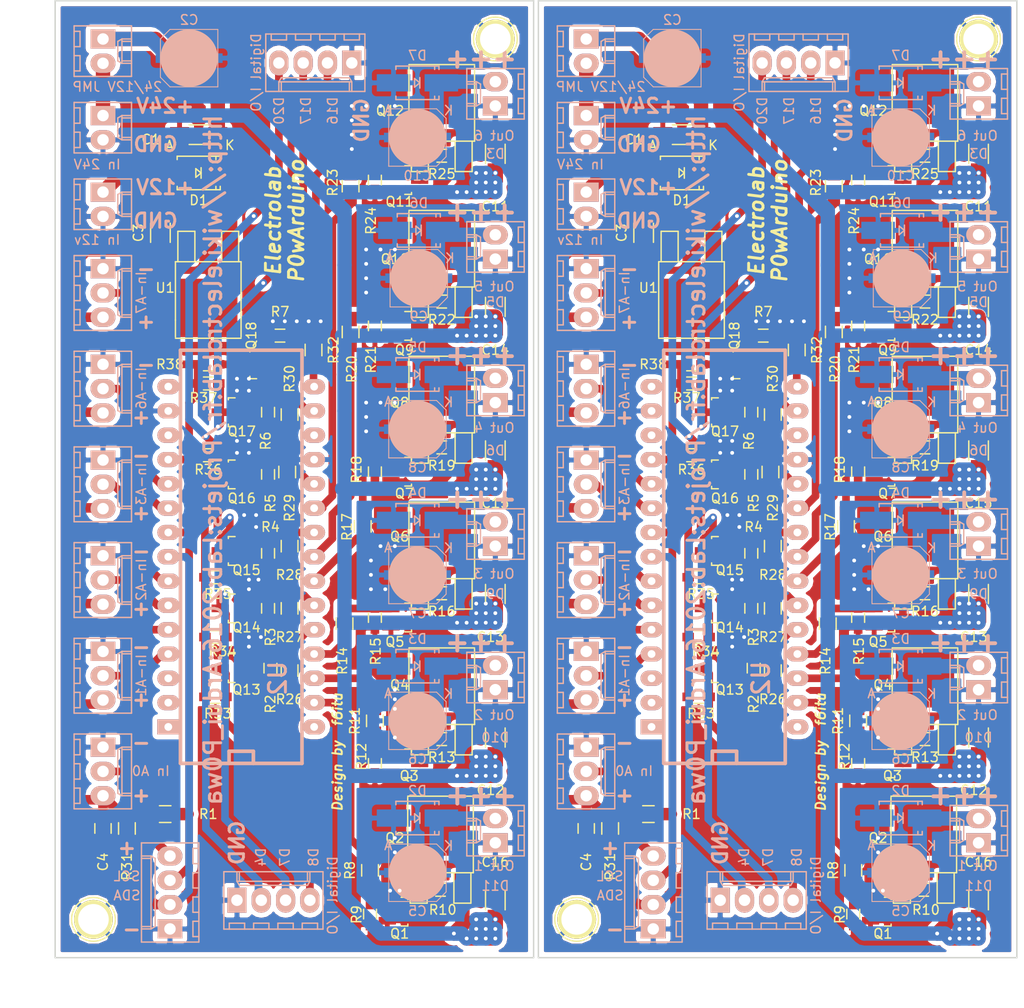
<source format=kicad_pcb>
(kicad_pcb (version 4) (host pcbnew 4.0.1-stable)
  (layers (0 F.Cu signal) (31 B.Cu signal) (34 B.Paste user) (35 F.Paste user) (36 B.SilkS user) (37 F.SilkS user) (38 B.Mask user) (39 F.Mask user) (44 Edge.Cuts user))
  (net 0 "")
  (net 1 +12V)
  (net 2 GND)
  (net 3 "Net-(C5-Pad1)")
  (net 4 "Net-(C6-Pad1)")
  (net 5 "Net-(C7-Pad1)")
  (net 6 "Net-(C8-Pad1)")
  (net 7 "Net-(C9-Pad1)")
  (net 8 "Net-(C10-Pad1)")
  (net 9 "Net-(D1-Pad2)")
  (net 10 +5V)
  (net 11 "Net-(P8-Pad3)")
  (net 12 "Net-(Q1-Pad1)")
  (net 13 "Net-(Q3-Pad1)")
  (net 14 "Net-(Q5-Pad1)")
  (net 15 "Net-(Q7-Pad1)")
  (net 16 "Net-(Q9-Pad1)")
  (net 17 "Net-(Q10-Pad1)")
  (net 18 "Net-(Q11-Pad1)")
  (net 19 "Net-(R8-Pad2)")
  (net 20 "Net-(R11-Pad2)")
  (net 21 "Net-(R14-Pad2)")
  (net 22 "Net-(R17-Pad2)")
  (net 23 "Net-(R20-Pad2)")
  (net 24 "Net-(R23-Pad2)")
  (net 25 "Net-(Q1-Pad3)")
  (net 26 "Net-(Q3-Pad3)")
  (net 27 "Net-(Q5-Pad3)")
  (net 28 "Net-(Q7-Pad3)")
  (net 29 "Net-(Q11-Pad3)")
  (net 30 "Net-(P17-Pad2)")
  (net 31 "Net-(P17-Pad3)")
  (net 32 "Net-(P17-Pad4)")
  (net 33 "Net-(P18-Pad2)")
  (net 34 "Net-(P18-Pad3)")
  (net 35 "Net-(P18-Pad4)")
  (net 36 "Net-(Q13-Pad1)")
  (net 37 "Net-(Q14-Pad1)")
  (net 38 "Net-(Q15-Pad1)")
  (net 39 "Net-(Q16-Pad1)")
  (net 40 "Net-(Q17-Pad1)")
  (net 41 "Net-(Q18-Pad1)")
  (net 42 "Net-(R26-Pad2)")
  (net 43 "Net-(R27-Pad2)")
  (net 44 "Net-(R28-Pad2)")
  (net 45 "Net-(R29-Pad2)")
  (net 46 "Net-(R30-Pad2)")
  (net 47 "Net-(R32-Pad2)")
  (net 48 "Net-(C11-Pad2)")
  (net 49 "Net-(P2-Pad2)")
  (net 50 "Net-(P3-Pad2)")
  (net 51 "Net-(P4-Pad2)")
  (net 52 "Net-(P5-Pad2)")
  (net 53 "Net-(P6-Pad2)")
  (net 54 "Net-(P7-Pad2)")
  (net 55 "Net-(P8-Pad2)")
  (module Capacitors_SMD:C_1206_HandSoldering (layer F.Cu) (at 208.5 154 270)
    (fp_text reference C16 (at -4 0 360) (layer F.SilkS))
    (fp_text value 100n)
    (pad 1 smd rect (at -2 0 270) (size 2 1.6) (layers F.Cu F.Paste F.Mask) (net 2 GND))
    (pad 2 smd rect (at 2 0 270) (size 2 1.6) (layers F.Cu F.Paste F.Mask) (net 48 "Net-(C11-Pad2)"))
  )
  (module Capacitors_SMD:C_1206_HandSoldering (layer F.Cu) (at 208.5 107 270)
    (fp_text reference C15 (at 5.5 0 360) (layer F.SilkS))
    (fp_text value 100n)
    (pad 1 smd rect (at -2 0 270) (size 2 1.6) (layers F.Cu F.Paste F.Mask) (net 2 GND))
    (pad 2 smd rect (at 2 0 270) (size 2 1.6) (layers F.Cu F.Paste F.Mask) (net 48 "Net-(C11-Pad2)"))
  )
  (module Capacitors_SMD:C_1206_HandSoldering (layer F.Cu) (at 208.5 92 270)
    (fp_text reference C14 (at 4.5 0 360) (layer F.SilkS))
    (fp_text value 100n)
    (pad 1 smd rect (at -2 0 270) (size 2 1.6) (layers F.Cu F.Paste F.Mask) (net 2 GND))
    (pad 2 smd rect (at 2 0 270) (size 2 1.6) (layers F.Cu F.Paste F.Mask) (net 48 "Net-(C11-Pad2)"))
  )
  (module Capacitors_SMD:C_1206_HandSoldering (layer F.Cu) (at 208.5 122 270)
    (fp_text reference C13 (at 4.5 0.5 360) (layer F.SilkS))
    (fp_text value 100n)
    (pad 1 smd rect (at -2 0 270) (size 2 1.6) (layers F.Cu F.Paste F.Mask) (net 2 GND))
    (pad 2 smd rect (at 2 0 270) (size 2 1.6) (layers F.Cu F.Paste F.Mask) (net 48 "Net-(C11-Pad2)"))
  )
  (module Capacitors_SMD:C_1206_HandSoldering (layer F.Cu) (at 208.5 137 270)
    (fp_text reference C12 (at 5.5 0.5 360) (layer F.SilkS))
    (fp_text value 100n)
    (pad 1 smd rect (at -2 0 270) (size 2 1.6) (layers F.Cu F.Paste F.Mask) (net 2 GND))
    (pad 2 smd rect (at 2 0 270) (size 2 1.6) (layers F.Cu F.Paste F.Mask) (net 48 "Net-(C11-Pad2)"))
  )
  (module Capacitors_SMD:C_1206_HandSoldering (layer F.Cu) (at 208.5 76 270)
    (fp_text reference C11 (at 5.5 0 360) (layer F.SilkS))
    (fp_text value 100n)
    (pad 1 smd rect (at -2 0 270) (size 2 1.6) (layers F.Cu F.Paste F.Mask) (net 2 GND))
    (pad 2 smd rect (at 2 0 270) (size 2 1.6) (layers F.Cu F.Paste F.Mask) (net 48 "Net-(C11-Pad2)"))
  )
  (module Connect:1pin (layer F.Cu) (at 166.5 156)
    (fp_text reference "" (at 0 -3.048) (layer F.SilkS))
    (fp_text value .)
    (pad 1 thru_hole circle (at 0 0) (size 4.064 4.064) (drill 3.2) (layers *.Cu *.Mask F.SilkS) (net 2 GND))
  )
  (module Connect:1pin (layer F.Cu) (at 208.5 64)
    (fp_text reference "" (at 0 -3.048) (layer F.SilkS))
    (fp_text value .)
    (pad 1 thru_hole circle (at 0 0) (size 4.064 4.064) (drill 3.2) (layers *.Cu *.Mask F.SilkS) (net 2 GND))
  )
  (module Resistors_SMD:R_0603_HandSoldering (layer F.Cu) (at 178.5 98)
    (fp_text reference R38 (at -4 0) (layer F.SilkS))
    (fp_text value 10k)
    (pad 1 smd rect (at -1.1 0) (size 1.2 0.9) (layers F.Cu F.Paste F.Mask) (net 10 +5V))
    (pad 2 smd rect (at 1.1 0) (size 1.2 0.9) (layers F.Cu F.Paste F.Mask) (net 33 "Net-(P18-Pad2)"))
  )
  (module Resistors_SMD:R_0603_HandSoldering (layer F.Cu) (at 178.5 100)
    (fp_text reference R37 (at -0.5 1.5) (layer F.SilkS))
    (fp_text value 10k)
    (pad 1 smd rect (at -1.1 0) (size 1.2 0.9) (layers F.Cu F.Paste F.Mask) (net 10 +5V))
    (pad 2 smd rect (at 1.1 0) (size 1.2 0.9) (layers F.Cu F.Paste F.Mask) (net 34 "Net-(P18-Pad3)"))
  )
  (module Resistors_SMD:R_0603_HandSoldering (layer F.Cu) (at 178.5 107.5)
    (fp_text reference R36 (at 0 1.5) (layer F.SilkS))
    (fp_text value 10k)
    (pad 1 smd rect (at -1.1 0) (size 1.2 0.9) (layers F.Cu F.Paste F.Mask) (net 10 +5V))
    (pad 2 smd rect (at 1.1 0) (size 1.2 0.9) (layers F.Cu F.Paste F.Mask) (net 35 "Net-(P18-Pad4)"))
  )
  (module Resistors_SMD:R_0603_HandSoldering (layer F.Cu) (at 179.25 120.25)
    (fp_text reference R35 (at 0.25 1.75) (layer F.SilkS))
    (fp_text value 10k)
    (pad 1 smd rect (at -1.1 0) (size 1.2 0.9) (layers F.Cu F.Paste F.Mask) (net 10 +5V))
    (pad 2 smd rect (at 1.1 0) (size 1.2 0.9) (layers F.Cu F.Paste F.Mask) (net 30 "Net-(P17-Pad2)"))
  )
  (module Resistors_SMD:R_0603_HandSoldering (layer F.Cu) (at 179.25 126.5)
    (fp_text reference R34 (at 0.75 1.5) (layer F.SilkS))
    (fp_text value 10k)
    (pad 1 smd rect (at -1.1 0) (size 1.2 0.9) (layers F.Cu F.Paste F.Mask) (net 10 +5V))
    (pad 2 smd rect (at 1.1 0) (size 1.2 0.9) (layers F.Cu F.Paste F.Mask) (net 31 "Net-(P17-Pad3)"))
  )
  (module Resistors_SMD:R_0603_HandSoldering (layer F.Cu) (at 179.25 132.75)
    (fp_text reference R33 (at 0.25 1.75) (layer F.SilkS))
    (fp_text value 10k)
    (pad 1 smd rect (at -1.1 0) (size 1.2 0.9) (layers F.Cu F.Paste F.Mask) (net 10 +5V))
    (pad 2 smd rect (at 1.1 0) (size 1.2 0.9) (layers F.Cu F.Paste F.Mask) (net 32 "Net-(P17-Pad4)"))
  )
  (module Resistors_SMD:R_0805_HandSoldering (layer F.Cu) (at 189.5 96.5 270)
    (fp_text reference R32 (at 0 -2.1 270) (layer F.SilkS))
    (fp_text value 1k)
    (pad 1 smd rect (at -1.35 0 270) (size 1.5 1.3) (layers F.Cu F.Paste F.Mask) (net 41 "Net-(Q18-Pad1)"))
    (pad 2 smd rect (at 1.35 0 270) (size 1.5 1.3) (layers F.Cu F.Paste F.Mask) (net 47 "Net-(R32-Pad2)"))
  )
  (module Resistors_SMD:R_0805_HandSoldering (layer F.Cu) (at 187 103.25 90)
    (fp_text reference R30 (at 3.75 0 90) (layer F.SilkS))
    (fp_text value 1k)
    (pad 1 smd rect (at -1.35 0 90) (size 1.5 1.3) (layers F.Cu F.Paste F.Mask) (net 40 "Net-(Q17-Pad1)"))
    (pad 2 smd rect (at 1.35 0 90) (size 1.5 1.3) (layers F.Cu F.Paste F.Mask) (net 46 "Net-(R30-Pad2)"))
  )
  (module Resistors_SMD:R_0805_HandSoldering (layer F.Cu) (at 186.75 109.25 90)
    (fp_text reference R29 (at -3.75 0.25 90) (layer F.SilkS))
    (fp_text value 1k)
    (pad 1 smd rect (at -1.35 0 90) (size 1.5 1.3) (layers F.Cu F.Paste F.Mask) (net 39 "Net-(Q16-Pad1)"))
    (pad 2 smd rect (at 1.35 0 90) (size 1.5 1.3) (layers F.Cu F.Paste F.Mask) (net 45 "Net-(R29-Pad2)"))
  )
  (module Resistors_SMD:R_0805_HandSoldering (layer F.Cu) (at 187 117 90)
    (fp_text reference R28 (at -3 0 180) (layer F.SilkS))
    (fp_text value 1k)
    (pad 1 smd rect (at -1.35 0 90) (size 1.5 1.3) (layers F.Cu F.Paste F.Mask) (net 38 "Net-(Q15-Pad1)"))
    (pad 2 smd rect (at 1.35 0 90) (size 1.5 1.3) (layers F.Cu F.Paste F.Mask) (net 44 "Net-(R28-Pad2)"))
  )
  (module Resistors_SMD:R_0805_HandSoldering (layer F.Cu) (at 187 123.5 90)
    (fp_text reference R27 (at -3 0 180) (layer F.SilkS))
    (fp_text value 1k)
    (pad 1 smd rect (at -1.35 0 90) (size 1.5 1.3) (layers F.Cu F.Paste F.Mask) (net 37 "Net-(Q14-Pad1)"))
    (pad 2 smd rect (at 1.35 0 90) (size 1.5 1.3) (layers F.Cu F.Paste F.Mask) (net 43 "Net-(R27-Pad2)"))
  )
  (module Resistors_SMD:R_0805_HandSoldering (layer F.Cu) (at 187 130 90)
    (fp_text reference R26 (at -3 0 180) (layer F.SilkS))
    (fp_text value 1k)
    (pad 1 smd rect (at -1.35 0 90) (size 1.5 1.3) (layers F.Cu F.Paste F.Mask) (net 36 "Net-(Q13-Pad1)"))
    (pad 2 smd rect (at 1.35 0 90) (size 1.5 1.3) (layers F.Cu F.Paste F.Mask) (net 42 "Net-(R26-Pad2)"))
  )
  (module Resistors_SMD:R_0603_HandSoldering (layer F.Cu) (at 186 95 180)
    (fp_text reference R7 (at 0 2.5 180) (layer F.SilkS))
    (fp_text value 10k)
    (pad 1 smd rect (at -1.1 0 180) (size 1.2 0.9) (layers F.Cu F.Paste F.Mask) (net 41 "Net-(Q18-Pad1)"))
    (pad 2 smd rect (at 1.1 0 180) (size 1.2 0.9) (layers F.Cu F.Paste F.Mask) (net 2 GND))
  )
  (module Resistors_SMD:R_0603_HandSoldering (layer F.Cu) (at 184.75 103 90)
    (fp_text reference R6 (at -3 -0.25 90) (layer F.SilkS))
    (fp_text value 10k)
    (pad 1 smd rect (at -1.1 0 90) (size 1.2 0.9) (layers F.Cu F.Paste F.Mask) (net 40 "Net-(Q17-Pad1)"))
    (pad 2 smd rect (at 1.1 0 90) (size 1.2 0.9) (layers F.Cu F.Paste F.Mask) (net 2 GND))
  )
  (module Resistors_SMD:R_0603_HandSoldering (layer F.Cu) (at 184.75 109.5 90)
    (fp_text reference R5 (at -3 0.25 90) (layer F.SilkS))
    (fp_text value 10k)
    (pad 1 smd rect (at -1.1 0 90) (size 1.2 0.9) (layers F.Cu F.Paste F.Mask) (net 39 "Net-(Q16-Pad1)"))
    (pad 2 smd rect (at 1.1 0 90) (size 1.2 0.9) (layers F.Cu F.Paste F.Mask) (net 2 GND))
  )
  (module Resistors_SMD:R_0603_HandSoldering (layer F.Cu) (at 184.75 117.75 90)
    (fp_text reference R4 (at 2.75 0.25 180) (layer F.SilkS))
    (fp_text value 10k)
    (pad 1 smd rect (at -1.1 0 90) (size 1.2 0.9) (layers F.Cu F.Paste F.Mask) (net 38 "Net-(Q15-Pad1)"))
    (pad 2 smd rect (at 1.1 0 90) (size 1.2 0.9) (layers F.Cu F.Paste F.Mask) (net 2 GND))
  )
  (module Resistors_SMD:R_0603_HandSoldering (layer F.Cu) (at 184.75 123.5 90)
    (fp_text reference R3 (at -3 0.25 90) (layer F.SilkS))
    (fp_text value 10k)
    (pad 1 smd rect (at -1.1 0 90) (size 1.2 0.9) (layers F.Cu F.Paste F.Mask) (net 37 "Net-(Q14-Pad1)"))
    (pad 2 smd rect (at 1.1 0 90) (size 1.2 0.9) (layers F.Cu F.Paste F.Mask) (net 2 GND))
  )
  (module Resistors_SMD:R_0603_HandSoldering (layer F.Cu) (at 185 129.75 90)
    (fp_text reference R2 (at -3.75 0 90) (layer F.SilkS))
    (fp_text value 10k)
    (pad 1 smd rect (at -1.1 0 90) (size 1.2 0.9) (layers F.Cu F.Paste F.Mask) (net 36 "Net-(Q13-Pad1)"))
    (pad 2 smd rect (at 1.1 0 90) (size 1.2 0.9) (layers F.Cu F.Paste F.Mask) (net 2 GND))
  )
  (module TO_SOT_Packages_SMD:SOT-23_Handsoldering (layer F.Cu) (at 183.5 98 90)
    (fp_text reference Q18 (at 3 -0.5 90) (layer F.SilkS))
    (fp_text value 2N7000)
    (pad 1 smd rect (at -0.95 1.50114 90) (size 0.8001 1.80086) (layers F.Cu F.Paste F.Mask) (net 41 "Net-(Q18-Pad1)"))
    (pad 2 smd rect (at 0.95 1.50114 90) (size 0.8001 1.80086) (layers F.Cu F.Paste F.Mask) (net 2 GND))
    (pad 3 smd rect (at 0 -1.50114 90) (size 0.8001 1.80086) (layers F.Cu F.Paste F.Mask) (net 33 "Net-(P18-Pad2)"))
  )
  (module TO_SOT_Packages_SMD:SOT-23_Handsoldering (layer F.Cu) (at 181.25 103 90)
    (fp_text reference Q17 (at -2 0.75 180) (layer F.SilkS))
    (fp_text value 2N7000)
    (pad 1 smd rect (at -0.95 1.50114 90) (size 0.8001 1.80086) (layers F.Cu F.Paste F.Mask) (net 40 "Net-(Q17-Pad1)"))
    (pad 2 smd rect (at 0.95 1.50114 90) (size 0.8001 1.80086) (layers F.Cu F.Paste F.Mask) (net 2 GND))
    (pad 3 smd rect (at 0 -1.50114 90) (size 0.8001 1.80086) (layers F.Cu F.Paste F.Mask) (net 34 "Net-(P18-Pad3)"))
  )
  (module TO_SOT_Packages_SMD:SOT-23_Handsoldering (layer F.Cu) (at 181.25 109.5 90)
    (fp_text reference Q16 (at -2.5 0.75 180) (layer F.SilkS))
    (fp_text value 2N7000)
    (pad 1 smd rect (at -0.95 1.50114 90) (size 0.8001 1.80086) (layers F.Cu F.Paste F.Mask) (net 39 "Net-(Q16-Pad1)"))
    (pad 2 smd rect (at 0.95 1.50114 90) (size 0.8001 1.80086) (layers F.Cu F.Paste F.Mask) (net 2 GND))
    (pad 3 smd rect (at 0 -1.50114 90) (size 0.8001 1.80086) (layers F.Cu F.Paste F.Mask) (net 35 "Net-(P18-Pad4)"))
  )
  (module TO_SOT_Packages_SMD:SOT-23_Handsoldering (layer F.Cu) (at 181.25 117.5 90)
    (fp_text reference Q15 (at -2 1.25 180) (layer F.SilkS))
    (fp_text value 2N7000)
    (pad 1 smd rect (at -0.95 1.50114 90) (size 0.8001 1.80086) (layers F.Cu F.Paste F.Mask) (net 38 "Net-(Q15-Pad1)"))
    (pad 2 smd rect (at 0.95 1.50114 90) (size 0.8001 1.80086) (layers F.Cu F.Paste F.Mask) (net 2 GND))
    (pad 3 smd rect (at 0 -1.50114 90) (size 0.8001 1.80086) (layers F.Cu F.Paste F.Mask) (net 30 "Net-(P17-Pad2)"))
  )
  (module TO_SOT_Packages_SMD:SOT-23_Handsoldering (layer F.Cu) (at 181.25 123.5 90)
    (fp_text reference Q14 (at -2 1.25 180) (layer F.SilkS))
    (fp_text value 2N7000)
    (pad 1 smd rect (at -0.95 1.50114 90) (size 0.8001 1.80086) (layers F.Cu F.Paste F.Mask) (net 37 "Net-(Q14-Pad1)"))
    (pad 2 smd rect (at 0.95 1.50114 90) (size 0.8001 1.80086) (layers F.Cu F.Paste F.Mask) (net 2 GND))
    (pad 3 smd rect (at 0 -1.50114 90) (size 0.8001 1.80086) (layers F.Cu F.Paste F.Mask) (net 31 "Net-(P17-Pad3)"))
  )
  (module TO_SOT_Packages_SMD:SOT-23_Handsoldering (layer F.Cu) (at 181.25 129.75 90)
    (fp_text reference Q13 (at -2.25 1.25 180) (layer F.SilkS))
    (fp_text value 2N7000)
    (pad 1 smd rect (at -0.95 1.50114 90) (size 0.8001 1.80086) (layers F.Cu F.Paste F.Mask) (net 36 "Net-(Q13-Pad1)"))
    (pad 2 smd rect (at 0.95 1.50114 90) (size 0.8001 1.80086) (layers F.Cu F.Paste F.Mask) (net 2 GND))
    (pad 3 smd rect (at 0 -1.50114 90) (size 0.8001 1.80086) (layers F.Cu F.Paste F.Mask) (net 32 "Net-(P17-Pad4)"))
  )
  (module kk:Molex_KK_6410-04 (layer B.Cu) (at 193.5 66.5 180)
    (fp_text reference "" (at 1 4.5 180) (layer B.SilkS) (effects (justify mirror)))
    (fp_text value "Digital I/O" (at 10 -1 270) (layer B.SilkS) (effects (justify mirror)))
    (pad 1 thru_hole rect (at 0 0 180) (size 2 2.6) (drill 1.2) (layers *.Cu *.Mask B.SilkS) (net 2 GND))
    (pad 2 thru_hole oval (at 2.54 0 180) (size 2 2.6) (drill 1.2) (layers *.Cu *.Mask B.SilkS) (net 33 "Net-(P18-Pad2)"))
    (pad 3 thru_hole oval (at 5.08 0 180) (size 2 2.6) (drill 1.2) (layers *.Cu *.Mask B.SilkS) (net 34 "Net-(P18-Pad3)"))
    (pad 4 thru_hole oval (at 7.62 0 180) (size 2 2.6) (drill 1.2) (layers *.Cu *.Mask B.SilkS) (net 35 "Net-(P18-Pad4)"))
  )
  (module kk:Molex_KK_6410-04 (layer B.Cu) (at 181.5 154)
    (fp_text reference "" (at 1 4.5) (layer B.SilkS) (effects (justify mirror)))
    (fp_text value "Digital I/O" (at 10 -0.5 90) (layer B.SilkS) (effects (justify mirror)))
    (pad 1 thru_hole rect (at 0 0) (size 2 2.6) (drill 1.2) (layers *.Cu *.Mask B.SilkS) (net 2 GND))
    (pad 2 thru_hole oval (at 2.54 0) (size 2 2.6) (drill 1.2) (layers *.Cu *.Mask B.SilkS) (net 30 "Net-(P17-Pad2)"))
    (pad 3 thru_hole oval (at 5.08 0) (size 2 2.6) (drill 1.2) (layers *.Cu *.Mask B.SilkS) (net 31 "Net-(P17-Pad3)"))
    (pad 4 thru_hole oval (at 7.62 0) (size 2 2.6) (drill 1.2) (layers *.Cu *.Mask B.SilkS) (net 32 "Net-(P17-Pad4)"))
  )
  (module Resistors_SMD:R_0603_HandSoldering (layer F.Cu) (at 202.773 152.908 180)
    (fp_text reference R10 (at -0.227 -2.092 180) (layer F.SilkS))
    (fp_text value 10k)
    (pad 1 smd rect (at -1.1 0 180) (size 1.2 0.9) (layers F.Cu F.Paste F.Mask) (net 48 "Net-(C11-Pad2)"))
    (pad 2 smd rect (at 1.1 0 180) (size 1.2 0.9) (layers F.Cu F.Paste F.Mask) (net 25 "Net-(Q1-Pad3)"))
  )
  (module Resistors_SMD:R_0603_HandSoldering (layer F.Cu) (at 195.407 155.448 270)
    (fp_text reference R9 (at 0.052 1.407 270) (layer F.SilkS))
    (fp_text value 10k)
    (pad 1 smd rect (at -1.1 0 270) (size 1.2 0.9) (layers F.Cu F.Paste F.Mask) (net 12 "Net-(Q1-Pad1)"))
    (pad 2 smd rect (at 1.1 0 270) (size 1.2 0.9) (layers F.Cu F.Paste F.Mask) (net 2 GND))
  )
  (module Resistors_SMD:R_0805_HandSoldering (layer F.Cu) (at 195.407 150.876 90)
    (fp_text reference R8 (at 0 -2.1 90) (layer F.SilkS))
    (fp_text value 1k)
    (pad 1 smd rect (at -1.35 0 90) (size 1.5 1.3) (layers F.Cu F.Paste F.Mask) (net 12 "Net-(Q1-Pad1)"))
    (pad 2 smd rect (at 1.35 0 90) (size 1.5 1.3) (layers F.Cu F.Paste F.Mask) (net 19 "Net-(R8-Pad2)"))
  )
  (module Resistors_SMD:R_0805_HandSoldering (layer F.Cu) (at 174 145 180)
    (fp_text reference R1 (at -4.5 0 180) (layer F.SilkS))
    (fp_text value 10k)
    (pad 1 smd rect (at -1.35 0 180) (size 1.5 1.3) (layers F.Cu F.Paste F.Mask) (net 11 "Net-(P8-Pad3)"))
    (pad 2 smd rect (at 1.35 0 180) (size 1.5 1.3) (layers F.Cu F.Paste F.Mask) (net 10 +5V))
  )
  (module Resistors_SMD:R_0805_HandSoldering (layer F.Cu) (at 170 146.5 90)
    (fp_text reference R31 (at -4 0 90) (layer F.SilkS))
    (fp_text value 10k)
    (pad 1 smd rect (at -1.35 0 90) (size 1.5 1.3) (layers F.Cu F.Paste F.Mask) (net 55 "Net-(P8-Pad2)"))
    (pad 2 smd rect (at 1.35 0 90) (size 1.5 1.3) (layers F.Cu F.Paste F.Mask) (net 10 +5V))
  )
  (module Resistors_SMD:R_0603_HandSoldering (layer F.Cu) (at 202.9 76.2 180)
    (fp_text reference R25 (at 0 -1.9 180) (layer F.SilkS))
    (fp_text value 10k)
    (pad 1 smd rect (at -1.1 0 180) (size 1.2 0.9) (layers F.Cu F.Paste F.Mask) (net 48 "Net-(C11-Pad2)"))
    (pad 2 smd rect (at 1.1 0 180) (size 1.2 0.9) (layers F.Cu F.Paste F.Mask) (net 29 "Net-(Q11-Pad3)"))
  )
  (module Resistors_SMD:R_0603_HandSoldering (layer F.Cu) (at 195.915 78.74 270)
    (fp_text reference R24 (at 4.26 0.415 270) (layer F.SilkS))
    (fp_text value 10k)
    (pad 1 smd rect (at -1.1 0 270) (size 1.2 0.9) (layers F.Cu F.Paste F.Mask) (net 18 "Net-(Q11-Pad1)"))
    (pad 2 smd rect (at 1.1 0 270) (size 1.2 0.9) (layers F.Cu F.Paste F.Mask) (net 2 GND))
  )
  (module Resistors_SMD:R_0805_HandSoldering (layer F.Cu) (at 193.375 79.375 270)
    (fp_text reference R23 (at -0.375 1.875 270) (layer F.SilkS))
    (fp_text value 1k)
    (pad 1 smd rect (at -1.35 0 270) (size 1.5 1.3) (layers F.Cu F.Paste F.Mask) (net 18 "Net-(Q11-Pad1)"))
    (pad 2 smd rect (at 1.35 0 270) (size 1.5 1.3) (layers F.Cu F.Paste F.Mask) (net 24 "Net-(R23-Pad2)"))
  )
  (module Resistors_SMD:R_0603_HandSoldering (layer F.Cu) (at 202.9 91.44 180)
    (fp_text reference R22 (at 0 -1.9 180) (layer F.SilkS))
    (fp_text value 10k)
    (pad 1 smd rect (at -1.1 0 180) (size 1.2 0.9) (layers F.Cu F.Paste F.Mask) (net 48 "Net-(C11-Pad2)"))
    (pad 2 smd rect (at 1.1 0 180) (size 1.2 0.9) (layers F.Cu F.Paste F.Mask) (net 17 "Net-(Q10-Pad1)"))
  )
  (module Resistors_SMD:R_0603_HandSoldering (layer F.Cu) (at 195.915 93.98 270)
    (fp_text reference R21 (at 3.52 0.415 270) (layer F.SilkS))
    (fp_text value 10k)
    (pad 1 smd rect (at -1.1 0 270) (size 1.2 0.9) (layers F.Cu F.Paste F.Mask) (net 16 "Net-(Q9-Pad1)"))
    (pad 2 smd rect (at 1.1 0 270) (size 1.2 0.9) (layers F.Cu F.Paste F.Mask) (net 2 GND))
  )
  (module Resistors_SMD:R_0805_HandSoldering (layer F.Cu) (at 193.375 94.615 270)
    (fp_text reference R20 (at 3.885 -0.125 270) (layer F.SilkS))
    (fp_text value 1k)
    (pad 1 smd rect (at -1.35 0 270) (size 1.5 1.3) (layers F.Cu F.Paste F.Mask) (net 16 "Net-(Q9-Pad1)"))
    (pad 2 smd rect (at 1.35 0 270) (size 1.5 1.3) (layers F.Cu F.Paste F.Mask) (net 23 "Net-(R20-Pad2)"))
  )
  (module Resistors_SMD:R_0603_HandSoldering (layer F.Cu) (at 202.9 106.68 180)
    (fp_text reference R19 (at 0 -1.9 180) (layer F.SilkS))
    (fp_text value 10k)
    (pad 1 smd rect (at -1.1 0 180) (size 1.2 0.9) (layers F.Cu F.Paste F.Mask) (net 48 "Net-(C11-Pad2)"))
    (pad 2 smd rect (at 1.1 0 180) (size 1.2 0.9) (layers F.Cu F.Paste F.Mask) (net 28 "Net-(Q7-Pad3)"))
  )
  (module Resistors_SMD:R_0603_HandSoldering (layer F.Cu) (at 195.915 109.22 270)
    (fp_text reference R18 (at -0.22 1.915 270) (layer F.SilkS))
    (fp_text value 10k)
    (pad 1 smd rect (at -1.1 0 270) (size 1.2 0.9) (layers F.Cu F.Paste F.Mask) (net 15 "Net-(Q7-Pad1)"))
    (pad 2 smd rect (at 1.1 0 270) (size 1.2 0.9) (layers F.Cu F.Paste F.Mask) (net 2 GND))
  )
  (module Resistors_SMD:R_0805_HandSoldering (layer F.Cu) (at 194.645 114.935 270)
    (fp_text reference R17 (at 0.065 1.645 270) (layer F.SilkS))
    (fp_text value 1k)
    (pad 1 smd rect (at -1.35 0 270) (size 1.5 1.3) (layers F.Cu F.Paste F.Mask) (net 15 "Net-(Q7-Pad1)"))
    (pad 2 smd rect (at 1.35 0 270) (size 1.5 1.3) (layers F.Cu F.Paste F.Mask) (net 22 "Net-(R17-Pad2)"))
  )
  (module Resistors_SMD:R_0603_HandSoldering (layer F.Cu) (at 202.9 121.92 180)
    (fp_text reference R16 (at 0 -1.9 180) (layer F.SilkS))
    (fp_text value 10k)
    (pad 1 smd rect (at -1.1 0 180) (size 1.2 0.9) (layers F.Cu F.Paste F.Mask) (net 48 "Net-(C11-Pad2)"))
    (pad 2 smd rect (at 1.1 0 180) (size 1.2 0.9) (layers F.Cu F.Paste F.Mask) (net 27 "Net-(Q5-Pad3)"))
  )
  (module Resistors_SMD:R_0603_HandSoldering (layer F.Cu) (at 195.915 124.46 270)
    (fp_text reference R15 (at 3.54 -0.085 270) (layer F.SilkS))
    (fp_text value 10k)
    (pad 1 smd rect (at -1.1 0 270) (size 1.2 0.9) (layers F.Cu F.Paste F.Mask) (net 14 "Net-(Q5-Pad1)"))
    (pad 2 smd rect (at 1.1 0 270) (size 1.2 0.9) (layers F.Cu F.Paste F.Mask) (net 2 GND))
  )
  (module Resistors_SMD:R_0805_HandSoldering (layer F.Cu) (at 192.74 125.095 270)
    (fp_text reference R14 (at 3.905 0.24 270) (layer F.SilkS))
    (fp_text value 1k)
    (pad 1 smd rect (at -1.35 0 270) (size 1.5 1.3) (layers F.Cu F.Paste F.Mask) (net 14 "Net-(Q5-Pad1)"))
    (pad 2 smd rect (at 1.35 0 270) (size 1.5 1.3) (layers F.Cu F.Paste F.Mask) (net 21 "Net-(R14-Pad2)"))
  )
  (module Resistors_SMD:R_0603_HandSoldering (layer F.Cu) (at 202.9 137.16 180)
    (fp_text reference R13 (at 0 -1.9 180) (layer F.SilkS))
    (fp_text value 10k)
    (pad 1 smd rect (at -1.1 0 180) (size 1.2 0.9) (layers F.Cu F.Paste F.Mask) (net 48 "Net-(C11-Pad2)"))
    (pad 2 smd rect (at 1.1 0 180) (size 1.2 0.9) (layers F.Cu F.Paste F.Mask) (net 26 "Net-(Q3-Pad3)"))
  )
  (module Resistors_SMD:R_0603_HandSoldering (layer F.Cu) (at 195.915 139.7 270)
    (fp_text reference R12 (at -0.7 1.415 270) (layer F.SilkS))
    (fp_text value 10k)
    (pad 1 smd rect (at -1.1 0 270) (size 1.2 0.9) (layers F.Cu F.Paste F.Mask) (net 13 "Net-(Q3-Pad1)"))
    (pad 2 smd rect (at 1.1 0 270) (size 1.2 0.9) (layers F.Cu F.Paste F.Mask) (net 2 GND))
  )
  (module Resistors_SMD:R_0805_HandSoldering (layer F.Cu) (at 195.915 135.255 90)
    (fp_text reference R11 (at 0 -2.1 90) (layer F.SilkS))
    (fp_text value 1k)
    (pad 1 smd rect (at -1.35 0 90) (size 1.5 1.3) (layers F.Cu F.Paste F.Mask) (net 13 "Net-(Q3-Pad1)"))
    (pad 2 smd rect (at 1.35 0 90) (size 1.5 1.3) (layers F.Cu F.Paste F.Mask) (net 20 "Net-(R11-Pad2)"))
  )
  (module kk:Molex_KK_6410-02 (layer B.Cu) (at 208.5 71 90)
    (fp_text reference "" (at 1 4.5 90) (layer B.SilkS) (effects (justify mirror)))
    (fp_text value "Out 6" (at -3.11 -0.115 180) (layer B.SilkS) (effects (justify mirror)))
    (pad 1 thru_hole rect (at 0 0 90) (size 2 2.6) (drill 1.2) (layers *.Cu *.Mask B.SilkS) (net 2 GND))
    (pad 2 thru_hole oval (at 2.54 0 90) (size 2 2.6) (drill 1.2) (layers *.Cu *.Mask B.SilkS) (net 8 "Net-(C10-Pad1)"))
  )
  (module kk:Molex_KK_6410-02 (layer B.Cu) (at 208.5 87 90)
    (fp_text reference "" (at 1 4.5 90) (layer B.SilkS) (effects (justify mirror)))
    (fp_text value "Out 5" (at -2.87 -0.115 180) (layer B.SilkS) (effects (justify mirror)))
    (pad 1 thru_hole rect (at 0 0 90) (size 2 2.6) (drill 1.2) (layers *.Cu *.Mask B.SilkS) (net 2 GND))
    (pad 2 thru_hole oval (at 2.54 0 90) (size 2 2.6) (drill 1.2) (layers *.Cu *.Mask B.SilkS) (net 7 "Net-(C9-Pad1)"))
  )
  (module kk:Molex_KK_6410-02 (layer B.Cu) (at 208.5 102 90)
    (fp_text reference "" (at 1 4.5 90) (layer B.SilkS) (effects (justify mirror)))
    (fp_text value "Out 4" (at -2.63 -0.115 180) (layer B.SilkS) (effects (justify mirror)))
    (pad 1 thru_hole rect (at 0 0 90) (size 2 2.6) (drill 1.2) (layers *.Cu *.Mask B.SilkS) (net 2 GND))
    (pad 2 thru_hole oval (at 2.54 0 90) (size 2 2.6) (drill 1.2) (layers *.Cu *.Mask B.SilkS) (net 6 "Net-(C8-Pad1)"))
  )
  (module kk:Molex_KK_6410-02 (layer B.Cu) (at 208.5 117 90)
    (fp_text reference "" (at 1 4.5 90) (layer B.SilkS) (effects (justify mirror)))
    (fp_text value "Out 3" (at -2.89 -0.115 180) (layer B.SilkS) (effects (justify mirror)))
    (pad 1 thru_hole rect (at 0 0 90) (size 2 2.6) (drill 1.2) (layers *.Cu *.Mask B.SilkS) (net 2 GND))
    (pad 2 thru_hole oval (at 2.54 0 90) (size 2 2.6) (drill 1.2) (layers *.Cu *.Mask B.SilkS) (net 5 "Net-(C7-Pad1)"))
  )
  (module kk:Molex_KK_6410-02 (layer B.Cu) (at 208.5 132 90)
    (fp_text reference "" (at 1 4.5 90) (layer B.SilkS) (effects (justify mirror)))
    (fp_text value "Out 2" (at -2.65 -0.115 180) (layer B.SilkS) (effects (justify mirror)))
    (pad 1 thru_hole rect (at 0 0 90) (size 2 2.6) (drill 1.2) (layers *.Cu *.Mask B.SilkS) (net 2 GND))
    (pad 2 thru_hole oval (at 2.54 0 90) (size 2 2.6) (drill 1.2) (layers *.Cu *.Mask B.SilkS) (net 4 "Net-(C6-Pad1)"))
  )
  (module kk:Molex_KK_6410-02 (layer B.Cu) (at 208.5 148 90)
    (fp_text reference "" (at 1 4.5 90) (layer B.SilkS) (effects (justify mirror)))
    (fp_text value "Out 1" (at -2.41 -0.115 180) (layer B.SilkS) (effects (justify mirror)))
    (pad 1 thru_hole rect (at 0 0 90) (size 2 2.6) (drill 1.2) (layers *.Cu *.Mask B.SilkS) (net 2 GND))
    (pad 2 thru_hole oval (at 2.54 0 90) (size 2 2.6) (drill 1.2) (layers *.Cu *.Mask B.SilkS) (net 3 "Net-(C5-Pad1)"))
  )
  (module kk:Molex_KK_6410-02 (layer B.Cu) (at 167.5 72 270)
    (fp_text reference "" (at 1 4.5 270) (layer B.SilkS) (effects (justify mirror)))
    (fp_text value "In 24V" (at 5.11 0.61 360) (layer B.SilkS) (effects (justify mirror)))
    (pad 1 thru_hole rect (at 0 0 270) (size 2 2.6) (drill 1.2) (layers *.Cu *.Mask B.SilkS) (net 48 "Net-(C11-Pad2)"))
    (pad 2 thru_hole oval (at 2.54 0 270) (size 2 2.6) (drill 1.2) (layers *.Cu *.Mask B.SilkS) (net 2 GND))
  )
  (module kk:Molex_KK_6410-04 (layer B.Cu) (at 174.5 157 90)
    (fp_text reference "" (at -8 -7.5 180) (layer B.SilkS) (effects (justify mirror)))
    (fp_text value SCL (at 5.5 -4.5 180) (layer B.SilkS) (effects (justify mirror)))
    (pad 1 thru_hole rect (at 0 0 90) (size 2 2.6) (drill 1.2) (layers *.Cu *.Mask B.SilkS) (net 2 GND))
    (pad 2 thru_hole oval (at 2.54 0 90) (size 2 2.6) (drill 1.2) (layers *.Cu *.Mask B.SilkS) (net 55 "Net-(P8-Pad2)"))
    (pad 3 thru_hole oval (at 5.08 0 90) (size 2 2.6) (drill 1.2) (layers *.Cu *.Mask B.SilkS) (net 11 "Net-(P8-Pad3)"))
    (pad 4 thru_hole oval (at 7.62 0 90) (size 2 2.6) (drill 1.2) (layers *.Cu *.Mask B.SilkS) (net 10 +5V))
  )
  (module kk:Molex_KK_6410-03 (layer B.Cu) (at 167.5 88 270)
    (fp_text reference "" (at 1 4.5 270) (layer B.SilkS) (effects (justify mirror)))
    (fp_text value In-A7 (at 2.5 -4 270) (layer B.SilkS) (effects (justify mirror)))
    (pad 1 thru_hole rect (at 0 0 270) (size 2 2.6) (drill 1.2) (layers *.Cu *.Mask B.SilkS) (net 2 GND))
    (pad 2 thru_hole oval (at 2.54 0 270) (size 2 2.6) (drill 1.2) (layers *.Cu *.Mask B.SilkS) (net 54 "Net-(P7-Pad2)"))
    (pad 3 thru_hole oval (at 5.08 0 270) (size 2 2.6) (drill 1.2) (layers *.Cu *.Mask B.SilkS) (net 10 +5V))
  )
  (module kk:Molex_KK_6410-03 (layer B.Cu) (at 167.5 98 270)
    (fp_text reference "" (at 1 4.5 270) (layer B.SilkS) (effects (justify mirror)))
    (fp_text value In-A6 (at 2.5 -4 270) (layer B.SilkS) (effects (justify mirror)))
    (pad 1 thru_hole rect (at 0 0 270) (size 2 2.6) (drill 1.2) (layers *.Cu *.Mask B.SilkS) (net 2 GND))
    (pad 2 thru_hole oval (at 2.54 0 270) (size 2 2.6) (drill 1.2) (layers *.Cu *.Mask B.SilkS) (net 53 "Net-(P6-Pad2)"))
    (pad 3 thru_hole oval (at 5.08 0 270) (size 2 2.6) (drill 1.2) (layers *.Cu *.Mask B.SilkS) (net 10 +5V))
  )
  (module kk:Molex_KK_6410-03 (layer B.Cu) (at 167.5 108 270)
    (fp_text reference "" (at 1 4.5 270) (layer B.SilkS) (effects (justify mirror)))
    (fp_text value In-A3 (at 2.5 -4 270) (layer B.SilkS) (effects (justify mirror)))
    (pad 1 thru_hole rect (at 0 0 270) (size 2 2.6) (drill 1.2) (layers *.Cu *.Mask B.SilkS) (net 2 GND))
    (pad 2 thru_hole oval (at 2.54 0 270) (size 2 2.6) (drill 1.2) (layers *.Cu *.Mask B.SilkS) (net 52 "Net-(P5-Pad2)"))
    (pad 3 thru_hole oval (at 5.08 0 270) (size 2 2.6) (drill 1.2) (layers *.Cu *.Mask B.SilkS) (net 10 +5V))
  )
  (module kk:Molex_KK_6410-03 (layer B.Cu) (at 167.5 118 270)
    (fp_text reference "" (at 1 4.5 270) (layer B.SilkS) (effects (justify mirror)))
    (fp_text value In-A2 (at 2.5 -4 270) (layer B.SilkS) (effects (justify mirror)))
    (pad 1 thru_hole rect (at 0 0 270) (size 2 2.6) (drill 1.2) (layers *.Cu *.Mask B.SilkS) (net 2 GND))
    (pad 2 thru_hole oval (at 2.54 0 270) (size 2 2.6) (drill 1.2) (layers *.Cu *.Mask B.SilkS) (net 51 "Net-(P4-Pad2)"))
    (pad 3 thru_hole oval (at 5.08 0 270) (size 2 2.6) (drill 1.2) (layers *.Cu *.Mask B.SilkS) (net 10 +5V))
  )
  (module kk:Molex_KK_6410-03 (layer B.Cu) (at 167.5 128 270)
    (fp_text reference "" (at 0.5 10 270) (layer B.SilkS) (effects (justify mirror)))
    (fp_text value In-A1 (at 2.5 -4 270) (layer B.SilkS) (effects (justify mirror)))
    (pad 1 thru_hole rect (at 0 0 270) (size 2 2.6) (drill 1.2) (layers *.Cu *.Mask B.SilkS) (net 2 GND))
    (pad 2 thru_hole oval (at 2.54 0 270) (size 2 2.6) (drill 1.2) (layers *.Cu *.Mask B.SilkS) (net 50 "Net-(P3-Pad2)"))
    (pad 3 thru_hole oval (at 5.08 0 270) (size 2 2.6) (drill 1.2) (layers *.Cu *.Mask B.SilkS) (net 10 +5V))
  )
  (module kk:Molex_KK_6410-03 (layer B.Cu) (at 167.5 138 270)
    (fp_text reference "" (at 1 10.5 270) (layer B.SilkS) (effects (justify mirror)))
    (fp_text value "In A0" (at 2.5 -5 360) (layer B.SilkS) (effects (justify mirror)))
    (pad 1 thru_hole rect (at 0 0 270) (size 2 2.6) (drill 1.2) (layers *.Cu *.Mask B.SilkS) (net 2 GND))
    (pad 2 thru_hole oval (at 2.54 0 270) (size 2 2.6) (drill 1.2) (layers *.Cu *.Mask B.SilkS) (net 49 "Net-(P2-Pad2)"))
    (pad 3 thru_hole oval (at 5.08 0 270) (size 2 2.6) (drill 1.2) (layers *.Cu *.Mask B.SilkS) (net 10 +5V))
  )
  (module kk:Molex_KK_6410-02 (layer B.Cu) (at 167.5 80 270)
    (fp_text reference "" (at 1 4.5 270) (layer B.SilkS) (effects (justify mirror)))
    (fp_text value "In 12v" (at 4.99 0.61 360) (layer B.SilkS) (effects (justify mirror)))
    (pad 1 thru_hole rect (at 0 0 270) (size 2 2.6) (drill 1.2) (layers *.Cu *.Mask B.SilkS) (net 9 "Net-(D1-Pad2)"))
    (pad 2 thru_hole oval (at 2.54 0 270) (size 2 2.6) (drill 1.2) (layers *.Cu *.Mask B.SilkS) (net 2 GND))
  )
  (module cap_pol:c_elec_6.3x7.7 (layer B.Cu) (at 200.36 74.295)
    (fp_text reference C10 (at 0 4) (layer B.SilkS) (effects (justify mirror)))
    (fp_text value 100u)
    (pad 1 smd rect (at 2 0) (size 3 1) (layers B.Cu B.Paste B.Mask) (net 8 "Net-(C10-Pad1)"))
    (pad 2 smd rect (at -2 0) (size 3 1) (layers B.Cu B.Paste B.Mask) (net 2 GND))
  )
  (module cap_pol:c_elec_6.3x7.7 (layer B.Cu) (at 200.5 89)
    (fp_text reference C9 (at 0 4) (layer B.SilkS) (effects (justify mirror)))
    (fp_text value 100u)
    (pad 1 smd rect (at 2 0) (size 3 1) (layers B.Cu B.Paste B.Mask) (net 7 "Net-(C9-Pad1)"))
    (pad 2 smd rect (at -2 0) (size 3 1) (layers B.Cu B.Paste B.Mask) (net 2 GND))
  )
  (module cap_pol:c_elec_6.3x7.7 (layer B.Cu) (at 200.36 104.775)
    (fp_text reference C8 (at 0 4) (layer B.SilkS) (effects (justify mirror)))
    (fp_text value 100u)
    (pad 1 smd rect (at 2 0) (size 3 1) (layers B.Cu B.Paste B.Mask) (net 6 "Net-(C8-Pad1)"))
    (pad 2 smd rect (at -2 0) (size 3 1) (layers B.Cu B.Paste B.Mask) (net 2 GND))
  )
  (module cap_pol:c_elec_6.3x7.7 (layer B.Cu) (at 200.36 120.015)
    (fp_text reference C7 (at 0 4) (layer B.SilkS) (effects (justify mirror)))
    (fp_text value 100u)
    (pad 1 smd rect (at 2 0) (size 3 1) (layers B.Cu B.Paste B.Mask) (net 5 "Net-(C7-Pad1)"))
    (pad 2 smd rect (at -2 0) (size 3 1) (layers B.Cu B.Paste B.Mask) (net 2 GND))
  )
  (module cap_pol:c_elec_6.3x7.7 (layer B.Cu) (at 200.36 135.255)
    (fp_text reference C6 (at 0 4) (layer B.SilkS) (effects (justify mirror)))
    (fp_text value 100u)
    (pad 1 smd rect (at 2 0) (size 3 1) (layers B.Cu B.Paste B.Mask) (net 4 "Net-(C6-Pad1)"))
    (pad 2 smd rect (at -2 0) (size 3 1) (layers B.Cu B.Paste B.Mask) (net 2 GND))
  )
  (module cap_pol:c_elec_6.3x7.7 (layer B.Cu) (at 200.36 151.13)
    (fp_text reference C5 (at 0 4) (layer B.SilkS) (effects (justify mirror)))
    (fp_text value 100u)
    (pad 1 smd rect (at 2 0) (size 3 1) (layers B.Cu B.Paste B.Mask) (net 3 "Net-(C5-Pad1)"))
    (pad 2 smd rect (at -2 0) (size 3 1) (layers B.Cu B.Paste B.Mask) (net 2 GND))
  )
  (module cap_pol:c_elec_6.3x7.7 (layer B.Cu) (at 176.5 66 180)
    (fp_text reference C2 (at 0 4 180) (layer B.SilkS) (effects (justify mirror)))
    (fp_text value 200u)
    (pad 1 smd rect (at 2 0 180) (size 3 1) (layers B.Cu B.Paste B.Mask) (net 1 +12V))
    (pad 2 smd rect (at -2 0 180) (size 3 1) (layers B.Cu B.Paste B.Mask) (net 2 GND))
  )
  (module Diodes_SMD:SMA_Handsoldering (layer B.Cu) (at 200.36 68.58 180)
    (fp_text reference D7 (at 0 2.85 180) (layer B.SilkS) (effects (justify mirror)))
    (fp_text value SS-26)
    (fp_text user K (at -3.25 -2.9 180) (layer B.SilkS) (effects (justify mirror)))
    (fp_text user A (at 3.05 -2.85 180) (layer B.SilkS) (effects (justify mirror)))
    (pad 1 smd rect (at -2.49936 0 180) (size 3.50012 1.80086) (layers B.Cu B.Paste B.Mask) (net 8 "Net-(C10-Pad1)"))
    (pad 2 smd rect (at 2.49936 0 180) (size 3.50012 1.80086) (layers B.Cu B.Paste B.Mask) (net 2 GND))
  )
  (module Diodes_SMD:SMA_Handsoldering (layer B.Cu) (at 200.5 84 180)
    (fp_text reference D6 (at 0 2.85 180) (layer B.SilkS) (effects (justify mirror)))
    (fp_text value SS-26)
    (fp_text user K (at -3.25 -2.9 180) (layer B.SilkS) (effects (justify mirror)))
    (fp_text user A (at 3.05 -2.85 180) (layer B.SilkS) (effects (justify mirror)))
    (pad 1 smd rect (at -2.49936 0 180) (size 3.50012 1.80086) (layers B.Cu B.Paste B.Mask) (net 7 "Net-(C9-Pad1)"))
    (pad 2 smd rect (at 2.49936 0 180) (size 3.50012 1.80086) (layers B.Cu B.Paste B.Mask) (net 2 GND))
  )
  (module Diodes_SMD:SMA_Handsoldering (layer B.Cu) (at 200.36 99.06 180)
    (fp_text reference D5 (at 0 2.85 180) (layer B.SilkS) (effects (justify mirror)))
    (fp_text value SS-26)
    (fp_text user K (at -3.25 -2.9 180) (layer B.SilkS) (effects (justify mirror)))
    (fp_text user A (at 3.05 -2.85 180) (layer B.SilkS) (effects (justify mirror)))
    (pad 1 smd rect (at -2.49936 0 180) (size 3.50012 1.80086) (layers B.Cu B.Paste B.Mask) (net 6 "Net-(C8-Pad1)"))
    (pad 2 smd rect (at 2.49936 0 180) (size 3.50012 1.80086) (layers B.Cu B.Paste B.Mask) (net 2 GND))
  )
  (module Diodes_SMD:SMA_Handsoldering (layer B.Cu) (at 200.36 114.3 180)
    (fp_text reference D4 (at 0 2.85 180) (layer B.SilkS) (effects (justify mirror)))
    (fp_text value SS-26)
    (fp_text user K (at -3.25 -2.9 180) (layer B.SilkS) (effects (justify mirror)))
    (fp_text user A (at 3.05 -2.85 180) (layer B.SilkS) (effects (justify mirror)))
    (pad 1 smd rect (at -2.49936 0 180) (size 3.50012 1.80086) (layers B.Cu B.Paste B.Mask) (net 5 "Net-(C7-Pad1)"))
    (pad 2 smd rect (at 2.49936 0 180) (size 3.50012 1.80086) (layers B.Cu B.Paste B.Mask) (net 2 GND))
  )
  (module Diodes_SMD:SMA_Handsoldering (layer B.Cu) (at 200.36 129.54 180)
    (fp_text reference D3 (at 0 2.85 180) (layer B.SilkS) (effects (justify mirror)))
    (fp_text value SS-26)
    (fp_text user K (at -3.25 -2.9 180) (layer B.SilkS) (effects (justify mirror)))
    (fp_text user A (at 3.05 -2.85 180) (layer B.SilkS) (effects (justify mirror)))
    (pad 1 smd rect (at -2.49936 0 180) (size 3.50012 1.80086) (layers B.Cu B.Paste B.Mask) (net 4 "Net-(C6-Pad1)"))
    (pad 2 smd rect (at 2.49936 0 180) (size 3.50012 1.80086) (layers B.Cu B.Paste B.Mask) (net 2 GND))
  )
  (module Diodes_SMD:SMA_Handsoldering (layer B.Cu) (at 200.36 145.415 180)
    (fp_text reference D2 (at 0 2.85 180) (layer B.SilkS) (effects (justify mirror)))
    (fp_text value SS-26)
    (fp_text user K (at -3.25 -2.9 180) (layer B.SilkS) (effects (justify mirror)))
    (fp_text user A (at 3.05 -2.85 180) (layer B.SilkS) (effects (justify mirror)))
    (pad 1 smd rect (at -2.49936 0 180) (size 3.50012 1.80086) (layers B.Cu B.Paste B.Mask) (net 3 "Net-(C5-Pad1)"))
    (pad 2 smd rect (at 2.49936 0 180) (size 3.50012 1.80086) (layers B.Cu B.Paste B.Mask) (net 2 GND))
  )
  (module Diodes_SMD:SMA_Handsoldering (layer F.Cu) (at 177.5 78 180)
    (fp_text reference D1 (at 0 -2.85 180) (layer F.SilkS))
    (fp_text value SS-26)
    (fp_text user K (at -3.25 2.9 180) (layer F.SilkS))
    (fp_text user A (at 3.05 2.85 180) (layer F.SilkS))
    (pad 1 smd rect (at -2.49936 0 180) (size 3.50012 1.80086) (layers F.Cu F.Paste F.Mask) (net 1 +12V))
    (pad 2 smd rect (at 2.49936 0 180) (size 3.50012 1.80086) (layers F.Cu F.Paste F.Mask) (net 9 "Net-(D1-Pad2)"))
  )
  (module TO_SOT_Packages_SMD:TO-252-2Lead (layer F.Cu) (at 178.5 85.75 180)
    (fp_text reference U1 (at 4.5 -4.25 180) (layer F.SilkS))
    (fp_text value LM7805)
    (pad 1 smd rect (at -2.286 0 180) (size 1.651 3.048) (layers F.Cu F.Paste F.Mask) (net 1 +12V))
    (pad 2 smd rect (at 0 -6.35 180) (size 6.096 6.096) (layers F.Cu F.Paste F.Mask) (net 2 GND))
    (pad 3 smd rect (at 2.286 0 180) (size 1.651 3.048) (layers F.Cu F.Paste F.Mask) (net 10 +5V))
  )
  (module TO_SOT_Packages_SMD:TO-252-2Lead (layer F.Cu) (at 202.9 76.2)
    (fp_text reference Q12 (at -5.4 -4.7) (layer F.SilkS))
    (fp_text value IRFR9014)
    (pad 1 smd rect (at -2.286 0) (size 1.651 3.048) (layers F.Cu F.Paste F.Mask) (net 29 "Net-(Q11-Pad3)"))
    (pad 2 smd rect (at 0 -6.35) (size 6.096 6.096) (layers F.Cu F.Paste F.Mask) (net 8 "Net-(C10-Pad1)"))
    (pad 3 smd rect (at 2.286 0) (size 1.651 3.048) (layers F.Cu F.Paste F.Mask) (net 48 "Net-(C11-Pad2)"))
  )
  (module TO_SOT_Packages_SMD:SOT-23_Handsoldering (layer F.Cu) (at 199.09 78.74 270)
    (fp_text reference Q11 (at 2.26 0.59 360) (layer F.SilkS))
    (fp_text value 2N7000)
    (pad 1 smd rect (at -0.95 1.50114 270) (size 0.8001 1.80086) (layers F.Cu F.Paste F.Mask) (net 18 "Net-(Q11-Pad1)"))
    (pad 2 smd rect (at 0.95 1.50114 270) (size 0.8001 1.80086) (layers F.Cu F.Paste F.Mask) (net 2 GND))
    (pad 3 smd rect (at 0 -1.50114 270) (size 0.8001 1.80086) (layers F.Cu F.Paste F.Mask) (net 29 "Net-(Q11-Pad3)"))
  )
  (module TO_SOT_Packages_SMD:TO-252-2Lead (layer F.Cu) (at 202.9 91.44)
    (fp_text reference Q10 (at -4.9 -4.44) (layer F.SilkS))
    (fp_text value IRFR9014)
    (pad 1 smd rect (at -2.286 0) (size 1.651 3.048) (layers F.Cu F.Paste F.Mask) (net 17 "Net-(Q10-Pad1)"))
    (pad 2 smd rect (at 0 -6.35) (size 6.096 6.096) (layers F.Cu F.Paste F.Mask) (net 7 "Net-(C9-Pad1)"))
    (pad 3 smd rect (at 2.286 0) (size 1.651 3.048) (layers F.Cu F.Paste F.Mask) (net 48 "Net-(C11-Pad2)"))
  )
  (module TO_SOT_Packages_SMD:SOT-23_Handsoldering (layer F.Cu) (at 199.09 93.98 270)
    (fp_text reference Q9 (at 2.52 0.09 360) (layer F.SilkS))
    (fp_text value 2N7000)
    (pad 1 smd rect (at -0.95 1.50114 270) (size 0.8001 1.80086) (layers F.Cu F.Paste F.Mask) (net 16 "Net-(Q9-Pad1)"))
    (pad 2 smd rect (at 0.95 1.50114 270) (size 0.8001 1.80086) (layers F.Cu F.Paste F.Mask) (net 2 GND))
    (pad 3 smd rect (at 0 -1.50114 270) (size 0.8001 1.80086) (layers F.Cu F.Paste F.Mask) (net 17 "Net-(Q10-Pad1)"))
  )
  (module TO_SOT_Packages_SMD:TO-252-2Lead (layer F.Cu) (at 202.9 106.68)
    (fp_text reference Q8 (at -4.4 -4.68) (layer F.SilkS))
    (fp_text value IRFR9014)
    (pad 1 smd rect (at -2.286 0) (size 1.651 3.048) (layers F.Cu F.Paste F.Mask) (net 28 "Net-(Q7-Pad3)"))
    (pad 2 smd rect (at 0 -6.35) (size 6.096 6.096) (layers F.Cu F.Paste F.Mask) (net 6 "Net-(C8-Pad1)"))
    (pad 3 smd rect (at 2.286 0) (size 1.651 3.048) (layers F.Cu F.Paste F.Mask) (net 48 "Net-(C11-Pad2)"))
  )
  (module TO_SOT_Packages_SMD:SOT-23_Handsoldering (layer F.Cu) (at 199.09 109.22 270)
    (fp_text reference Q7 (at 2.28 0.09 360) (layer F.SilkS))
    (fp_text value 2N7000)
    (pad 1 smd rect (at -0.95 1.50114 270) (size 0.8001 1.80086) (layers F.Cu F.Paste F.Mask) (net 15 "Net-(Q7-Pad1)"))
    (pad 2 smd rect (at 0.95 1.50114 270) (size 0.8001 1.80086) (layers F.Cu F.Paste F.Mask) (net 2 GND))
    (pad 3 smd rect (at 0 -1.50114 270) (size 0.8001 1.80086) (layers F.Cu F.Paste F.Mask) (net 28 "Net-(Q7-Pad3)"))
  )
  (module TO_SOT_Packages_SMD:TO-252-2Lead (layer F.Cu) (at 202.9 121.92)
    (fp_text reference Q6 (at -4.4 -5.92) (layer F.SilkS))
    (fp_text value IRFR9014)
    (pad 1 smd rect (at -2.286 0) (size 1.651 3.048) (layers F.Cu F.Paste F.Mask) (net 27 "Net-(Q5-Pad3)"))
    (pad 2 smd rect (at 0 -6.35) (size 6.096 6.096) (layers F.Cu F.Paste F.Mask) (net 5 "Net-(C7-Pad1)"))
    (pad 3 smd rect (at 2.286 0) (size 1.651 3.048) (layers F.Cu F.Paste F.Mask) (net 48 "Net-(C11-Pad2)"))
  )
  (module TO_SOT_Packages_SMD:SOT-23_Handsoldering (layer F.Cu) (at 199.09 124.46 270)
    (fp_text reference Q5 (at 2.54 1.09 360) (layer F.SilkS))
    (fp_text value 2N7000)
    (pad 1 smd rect (at -0.95 1.50114 270) (size 0.8001 1.80086) (layers F.Cu F.Paste F.Mask) (net 14 "Net-(Q5-Pad1)"))
    (pad 2 smd rect (at 0.95 1.50114 270) (size 0.8001 1.80086) (layers F.Cu F.Paste F.Mask) (net 2 GND))
    (pad 3 smd rect (at 0 -1.50114 270) (size 0.8001 1.80086) (layers F.Cu F.Paste F.Mask) (net 27 "Net-(Q5-Pad3)"))
  )
  (module TO_SOT_Packages_SMD:TO-252-2Lead (layer F.Cu) (at 202.9 137.16)
    (fp_text reference Q4 (at -4.4 -5.66) (layer F.SilkS))
    (fp_text value IRFR9014)
    (pad 1 smd rect (at -2.286 0) (size 1.651 3.048) (layers F.Cu F.Paste F.Mask) (net 26 "Net-(Q3-Pad3)"))
    (pad 2 smd rect (at 0 -6.35) (size 6.096 6.096) (layers F.Cu F.Paste F.Mask) (net 4 "Net-(C6-Pad1)"))
    (pad 3 smd rect (at 2.286 0) (size 1.651 3.048) (layers F.Cu F.Paste F.Mask) (net 48 "Net-(C11-Pad2)"))
  )
  (module TO_SOT_Packages_SMD:SOT-23_Handsoldering (layer F.Cu) (at 199.09 139.7 270)
    (fp_text reference Q3 (at 1.3 -0.41 360) (layer F.SilkS))
    (fp_text value 2N7000)
    (pad 1 smd rect (at -0.95 1.50114 270) (size 0.8001 1.80086) (layers F.Cu F.Paste F.Mask) (net 13 "Net-(Q3-Pad1)"))
    (pad 2 smd rect (at 0.95 1.50114 270) (size 0.8001 1.80086) (layers F.Cu F.Paste F.Mask) (net 2 GND))
    (pad 3 smd rect (at 0 -1.50114 270) (size 0.8001 1.80086) (layers F.Cu F.Paste F.Mask) (net 26 "Net-(Q3-Pad3)"))
  )
  (module TO_SOT_Packages_SMD:TO-252-2Lead (layer F.Cu) (at 202.773 152.654)
    (fp_text reference Q2 (at -4.773 -5.154) (layer F.SilkS))
    (fp_text value IRFR9014)
    (pad 1 smd rect (at -2.286 0) (size 1.651 3.048) (layers F.Cu F.Paste F.Mask) (net 25 "Net-(Q1-Pad3)"))
    (pad 2 smd rect (at 0 -6.35) (size 6.096 6.096) (layers F.Cu F.Paste F.Mask) (net 3 "Net-(C5-Pad1)"))
    (pad 3 smd rect (at 2.286 0) (size 1.651 3.048) (layers F.Cu F.Paste F.Mask) (net 48 "Net-(C11-Pad2)"))
  )
  (module TO_SOT_Packages_SMD:SOT-23_Handsoldering (layer F.Cu) (at 198.709 155.194 270)
    (fp_text reference Q1 (at 2.306 0.209 360) (layer F.SilkS))
    (fp_text value 2N7000)
    (pad 1 smd rect (at -0.95 1.50114 270) (size 0.8001 1.80086) (layers F.Cu F.Paste F.Mask) (net 12 "Net-(Q1-Pad1)"))
    (pad 2 smd rect (at 0.95 1.50114 270) (size 0.8001 1.80086) (layers F.Cu F.Paste F.Mask) (net 2 GND))
    (pad 3 smd rect (at 0 -1.50114 270) (size 0.8001 1.80086) (layers F.Cu F.Paste F.Mask) (net 25 "Net-(Q1-Pad3)"))
  )
  (module Capacitors_SMD:C_0805_HandSoldering (layer F.Cu) (at 167.5 146.5 270)
    (fp_text reference C4 (at 3.5 0 270) (layer F.SilkS))
    (fp_text value 10n)
    (pad 1 smd rect (at -1.25 0 270) (size 1.5 1.25) (layers F.Cu F.Paste F.Mask) (net 10 +5V))
    (pad 2 smd rect (at 1.25 0 270) (size 1.5 1.25) (layers F.Cu F.Paste F.Mask) (net 2 GND))
  )
  (module Capacitors_SMD:C_1206_HandSoldering (layer F.Cu) (at 173.5 84.25 90)
    (fp_text reference C3 (at 0 -2.3 90) (layer F.SilkS))
    (fp_text value 100n)
    (pad 1 smd rect (at -2 0 90) (size 2 1.6) (layers F.Cu F.Paste F.Mask) (net 10 +5V))
    (pad 2 smd rect (at 2 0 90) (size 2 1.6) (layers F.Cu F.Paste F.Mask) (net 2 GND))
  )
  (module Capacitors_SMD:C_1206_HandSoldering (layer F.Cu) (at 177.5 74 180)
    (fp_text reference C1 (at 5 -0.5 180) (layer F.SilkS))
    (fp_text value 100n)
    (pad 1 smd rect (at -2 0 180) (size 2 1.6) (layers F.Cu F.Paste F.Mask) (net 1 +12V))
    (pad 2 smd rect (at 2 0 180) (size 2 1.6) (layers F.Cu F.Paste F.Mask) (net 2 GND))
  )
  (module kk:Molex_KK_6410-02 (layer B.Cu) (at 167.5 64 270)
    (fp_text reference "" (at 1 4.5 270) (layer B.SilkS) (effects (justify mirror)))
    (fp_text value "24/12V JMP" (at 5 -1.5 360) (layer B.SilkS) (effects (justify mirror)))
    (pad 1 thru_hole rect (at 0 0 270) (size 2 2.6) (drill 1.2) (layers *.Cu *.Mask B.SilkS) (net 1 +12V))
    (pad 2 thru_hole oval (at 2.54 0 270) (size 2 2.6) (drill 1.2) (layers *.Cu *.Mask B.SilkS) (net 48 "Net-(C11-Pad2)"))
  )
  (module ventirad:arduino_nano (layer B.Cu) (at 181.945 116.84 90)
    (fp_text reference U2 (at -13.97 3.81 90) (layer B.SilkS) (effects (font (size 1.778 1.778) (thickness 0.3048)) (justify mirror)))
    (fp_text value http://wiki.electrolab.fr/Projets:Lab:2016:Ardui_P0wa (at 8.84 -2.945 90) (layer B.SilkS) (effects (font (size 1.778 1.778) (thickness 0.3048)) (justify mirror)))
    (pad 1 thru_hole rect (at -19.05 -7.62 90) (size 1.5748 2.286) (drill 0.8128) (layers *.Cu *.Mask B.SilkS))
    (pad 2 thru_hole oval (at -16.51 -7.62 90) (size 1.5748 2.286) (drill 0.8128) (layers *.Cu *.Mask B.SilkS))
    (pad 3 thru_hole oval (at -13.97 -7.62 90) (size 1.5748 2.286) (drill 0.8128) (layers *.Cu *.Mask B.SilkS))
    (pad 4 thru_hole oval (at -11.43 -7.62 90) (size 1.5748 2.286) (drill 0.8128) (layers *.Cu *.Mask B.SilkS) (net 49 "Net-(P2-Pad2)"))
    (pad 5 thru_hole oval (at -8.89 -7.62 90) (size 1.5748 2.286) (drill 0.8128) (layers *.Cu *.Mask B.SilkS) (net 50 "Net-(P3-Pad2)"))
    (pad 6 thru_hole oval (at -6.35 -7.62 90) (size 1.5748 2.286) (drill 0.8128) (layers *.Cu *.Mask B.SilkS) (net 51 "Net-(P4-Pad2)"))
    (pad 7 thru_hole oval (at -3.81 -7.62 90) (size 1.5748 2.286) (drill 0.8128) (layers *.Cu *.Mask B.SilkS) (net 52 "Net-(P5-Pad2)"))
    (pad 8 thru_hole oval (at -1.27 -7.62 90) (size 1.5748 2.286) (drill 0.8128) (layers *.Cu *.Mask B.SilkS) (net 55 "Net-(P8-Pad2)"))
    (pad 9 thru_hole oval (at 1.27 -7.62 90) (size 1.5748 2.286) (drill 0.8128) (layers *.Cu *.Mask B.SilkS) (net 11 "Net-(P8-Pad3)"))
    (pad 10 thru_hole oval (at 3.81 -7.62 90) (size 1.5748 2.286) (drill 0.8128) (layers *.Cu *.Mask B.SilkS) (net 53 "Net-(P6-Pad2)"))
    (pad 11 thru_hole oval (at 6.35 -7.62 90) (size 1.5748 2.286) (drill 0.8128) (layers *.Cu *.Mask B.SilkS) (net 54 "Net-(P7-Pad2)"))
    (pad 12 thru_hole oval (at 8.89 -7.62 90) (size 1.5748 2.286) (drill 0.8128) (layers *.Cu *.Mask B.SilkS) (net 10 +5V))
    (pad 13 thru_hole oval (at 11.43 -7.62 90) (size 1.5748 2.286) (drill 0.8128) (layers *.Cu *.Mask B.SilkS))
    (pad 14 thru_hole oval (at 13.97 -7.62 90) (size 1.5748 2.286) (drill 0.8128) (layers *.Cu *.Mask B.SilkS) (net 2 GND))
    (pad 15 thru_hole oval (at 16.51 -7.62 90) (size 1.5748 2.286) (drill 0.8128) (layers *.Cu *.Mask B.SilkS))
    (pad 16 thru_hole oval (at 16.51 7.62 90) (size 1.5748 2.286) (drill 0.8128) (layers *.Cu *.Mask B.SilkS) (net 47 "Net-(R32-Pad2)"))
    (pad 17 thru_hole oval (at 13.97 7.62 90) (size 1.5748 2.286) (drill 0.8128) (layers *.Cu *.Mask B.SilkS) (net 46 "Net-(R30-Pad2)"))
    (pad 18 thru_hole oval (at 11.43 7.62 90) (size 1.5748 2.286) (drill 0.8128) (layers *.Cu *.Mask B.SilkS))
    (pad 19 thru_hole oval (at 8.89 7.62 90) (size 1.5748 2.286) (drill 0.8128) (layers *.Cu *.Mask B.SilkS) (net 2 GND))
    (pad 20 thru_hole oval (at 6.35 7.62 90) (size 1.5748 2.286) (drill 0.8128) (layers *.Cu *.Mask B.SilkS) (net 45 "Net-(R29-Pad2)"))
    (pad 21 thru_hole oval (at 3.81 7.62 90) (size 1.5748 2.286) (drill 0.8128) (layers *.Cu *.Mask B.SilkS) (net 24 "Net-(R23-Pad2)"))
    (pad 22 thru_hole oval (at 1.27 7.62 90) (size 1.5748 2.286) (drill 0.8128) (layers *.Cu *.Mask B.SilkS) (net 44 "Net-(R28-Pad2)"))
    (pad 23 thru_hole oval (at -1.27 7.62 90) (size 1.5748 2.286) (drill 0.8128) (layers *.Cu *.Mask B.SilkS) (net 23 "Net-(R20-Pad2)"))
    (pad 24 thru_hole oval (at -3.81 7.62 90) (size 1.5748 2.286) (drill 0.8128) (layers *.Cu *.Mask B.SilkS) (net 22 "Net-(R17-Pad2)"))
    (pad 25 thru_hole oval (at -6.35 7.62 90) (size 1.5748 2.286) (drill 0.8128) (layers *.Cu *.Mask B.SilkS) (net 43 "Net-(R27-Pad2)"))
    (pad 26 thru_hole oval (at -8.89 7.62 90) (size 1.5748 2.286) (drill 0.8128) (layers *.Cu *.Mask B.SilkS) (net 42 "Net-(R26-Pad2)"))
    (pad 27 thru_hole oval (at -11.43 7.62 90) (size 1.5748 2.286) (drill 0.8128) (layers *.Cu *.Mask B.SilkS) (net 21 "Net-(R14-Pad2)"))
    (pad 28 thru_hole oval (at -13.97 7.62 90) (size 1.5748 2.286) (drill 0.8128) (layers *.Cu *.Mask B.SilkS) (net 20 "Net-(R11-Pad2)"))
    (pad 29 thru_hole oval (at -16.51 7.62 90) (size 1.5748 2.286) (drill 0.8128) (layers *.Cu *.Mask B.SilkS) (net 19 "Net-(R8-Pad2)"))
    (pad 30 thru_hole oval (at -19.05 7.62 90) (size 1.5748 2.286) (drill 0.8128) (layers *.Cu *.Mask B.SilkS))
  )
  (module ventirad:arduino_nano (layer B.Cu) (at 131.445 116.84 90)
    (fp_text reference U2 (at -13.97 3.81 90) (layer B.SilkS) (effects (font (size 1.778 1.778) (thickness 0.3048)) (justify mirror)))
    (fp_text value http://wiki.electrolab.fr/Projets:Lab:2016:Ardui_P0wa (at 8.84 -2.945 90) (layer B.SilkS) (effects (font (size 1.778 1.778) (thickness 0.3048)) (justify mirror)))
    (pad 1 thru_hole rect (at -19.05 -7.62 90) (size 1.5748 2.286) (drill 0.8128) (layers *.Cu *.Mask B.SilkS))
    (pad 2 thru_hole oval (at -16.51 -7.62 90) (size 1.5748 2.286) (drill 0.8128) (layers *.Cu *.Mask B.SilkS))
    (pad 3 thru_hole oval (at -13.97 -7.62 90) (size 1.5748 2.286) (drill 0.8128) (layers *.Cu *.Mask B.SilkS))
    (pad 4 thru_hole oval (at -11.43 -7.62 90) (size 1.5748 2.286) (drill 0.8128) (layers *.Cu *.Mask B.SilkS) (net 49 "Net-(P2-Pad2)"))
    (pad 5 thru_hole oval (at -8.89 -7.62 90) (size 1.5748 2.286) (drill 0.8128) (layers *.Cu *.Mask B.SilkS) (net 50 "Net-(P3-Pad2)"))
    (pad 6 thru_hole oval (at -6.35 -7.62 90) (size 1.5748 2.286) (drill 0.8128) (layers *.Cu *.Mask B.SilkS) (net 51 "Net-(P4-Pad2)"))
    (pad 7 thru_hole oval (at -3.81 -7.62 90) (size 1.5748 2.286) (drill 0.8128) (layers *.Cu *.Mask B.SilkS) (net 52 "Net-(P5-Pad2)"))
    (pad 8 thru_hole oval (at -1.27 -7.62 90) (size 1.5748 2.286) (drill 0.8128) (layers *.Cu *.Mask B.SilkS) (net 55 "Net-(P8-Pad2)"))
    (pad 9 thru_hole oval (at 1.27 -7.62 90) (size 1.5748 2.286) (drill 0.8128) (layers *.Cu *.Mask B.SilkS) (net 11 "Net-(P8-Pad3)"))
    (pad 10 thru_hole oval (at 3.81 -7.62 90) (size 1.5748 2.286) (drill 0.8128) (layers *.Cu *.Mask B.SilkS) (net 53 "Net-(P6-Pad2)"))
    (pad 11 thru_hole oval (at 6.35 -7.62 90) (size 1.5748 2.286) (drill 0.8128) (layers *.Cu *.Mask B.SilkS) (net 54 "Net-(P7-Pad2)"))
    (pad 12 thru_hole oval (at 8.89 -7.62 90) (size 1.5748 2.286) (drill 0.8128) (layers *.Cu *.Mask B.SilkS) (net 10 +5V))
    (pad 13 thru_hole oval (at 11.43 -7.62 90) (size 1.5748 2.286) (drill 0.8128) (layers *.Cu *.Mask B.SilkS))
    (pad 14 thru_hole oval (at 13.97 -7.62 90) (size 1.5748 2.286) (drill 0.8128) (layers *.Cu *.Mask B.SilkS) (net 2 GND))
    (pad 15 thru_hole oval (at 16.51 -7.62 90) (size 1.5748 2.286) (drill 0.8128) (layers *.Cu *.Mask B.SilkS))
    (pad 16 thru_hole oval (at 16.51 7.62 90) (size 1.5748 2.286) (drill 0.8128) (layers *.Cu *.Mask B.SilkS) (net 47 "Net-(R32-Pad2)"))
    (pad 17 thru_hole oval (at 13.97 7.62 90) (size 1.5748 2.286) (drill 0.8128) (layers *.Cu *.Mask B.SilkS) (net 46 "Net-(R30-Pad2)"))
    (pad 18 thru_hole oval (at 11.43 7.62 90) (size 1.5748 2.286) (drill 0.8128) (layers *.Cu *.Mask B.SilkS))
    (pad 19 thru_hole oval (at 8.89 7.62 90) (size 1.5748 2.286) (drill 0.8128) (layers *.Cu *.Mask B.SilkS) (net 2 GND))
    (pad 20 thru_hole oval (at 6.35 7.62 90) (size 1.5748 2.286) (drill 0.8128) (layers *.Cu *.Mask B.SilkS) (net 45 "Net-(R29-Pad2)"))
    (pad 21 thru_hole oval (at 3.81 7.62 90) (size 1.5748 2.286) (drill 0.8128) (layers *.Cu *.Mask B.SilkS) (net 24 "Net-(R23-Pad2)"))
    (pad 22 thru_hole oval (at 1.27 7.62 90) (size 1.5748 2.286) (drill 0.8128) (layers *.Cu *.Mask B.SilkS) (net 44 "Net-(R28-Pad2)"))
    (pad 23 thru_hole oval (at -1.27 7.62 90) (size 1.5748 2.286) (drill 0.8128) (layers *.Cu *.Mask B.SilkS) (net 23 "Net-(R20-Pad2)"))
    (pad 24 thru_hole oval (at -3.81 7.62 90) (size 1.5748 2.286) (drill 0.8128) (layers *.Cu *.Mask B.SilkS) (net 22 "Net-(R17-Pad2)"))
    (pad 25 thru_hole oval (at -6.35 7.62 90) (size 1.5748 2.286) (drill 0.8128) (layers *.Cu *.Mask B.SilkS) (net 43 "Net-(R27-Pad2)"))
    (pad 26 thru_hole oval (at -8.89 7.62 90) (size 1.5748 2.286) (drill 0.8128) (layers *.Cu *.Mask B.SilkS) (net 42 "Net-(R26-Pad2)"))
    (pad 27 thru_hole oval (at -11.43 7.62 90) (size 1.5748 2.286) (drill 0.8128) (layers *.Cu *.Mask B.SilkS) (net 21 "Net-(R14-Pad2)"))
    (pad 28 thru_hole oval (at -13.97 7.62 90) (size 1.5748 2.286) (drill 0.8128) (layers *.Cu *.Mask B.SilkS) (net 20 "Net-(R11-Pad2)"))
    (pad 29 thru_hole oval (at -16.51 7.62 90) (size 1.5748 2.286) (drill 0.8128) (layers *.Cu *.Mask B.SilkS) (net 19 "Net-(R8-Pad2)"))
    (pad 30 thru_hole oval (at -19.05 7.62 90) (size 1.5748 2.286) (drill 0.8128) (layers *.Cu *.Mask B.SilkS))
  )
  (module kk:Molex_KK_6410-02 (layer B.Cu) (at 117 64 270)
    (fp_text reference "" (at 1 4.5 270) (layer B.SilkS) (effects (justify mirror)))
    (fp_text value "24/12V JMP" (at 5 -1.5 360) (layer B.SilkS) (effects (justify mirror)))
    (pad 1 thru_hole rect (at 0 0 270) (size 2 2.6) (drill 1.2) (layers *.Cu *.Mask B.SilkS) (net 1 +12V))
    (pad 2 thru_hole oval (at 2.54 0 270) (size 2 2.6) (drill 1.2) (layers *.Cu *.Mask B.SilkS) (net 48 "Net-(C11-Pad2)"))
  )
  (module Capacitors_SMD:C_1206_HandSoldering (layer F.Cu) (at 127 74 180)
    (fp_text reference C1 (at 5 -0.5 180) (layer F.SilkS))
    (fp_text value 100n)
    (pad 1 smd rect (at -2 0 180) (size 2 1.6) (layers F.Cu F.Paste F.Mask) (net 1 +12V))
    (pad 2 smd rect (at 2 0 180) (size 2 1.6) (layers F.Cu F.Paste F.Mask) (net 2 GND))
  )
  (module Capacitors_SMD:C_1206_HandSoldering (layer F.Cu) (at 123 84.25 90)
    (fp_text reference C3 (at 0 -2.3 90) (layer F.SilkS))
    (fp_text value 100n)
    (pad 1 smd rect (at -2 0 90) (size 2 1.6) (layers F.Cu F.Paste F.Mask) (net 10 +5V))
    (pad 2 smd rect (at 2 0 90) (size 2 1.6) (layers F.Cu F.Paste F.Mask) (net 2 GND))
  )
  (module Capacitors_SMD:C_0805_HandSoldering (layer F.Cu) (at 117 146.5 270)
    (fp_text reference C4 (at 3.5 0 270) (layer F.SilkS))
    (fp_text value 10n)
    (pad 1 smd rect (at -1.25 0 270) (size 1.5 1.25) (layers F.Cu F.Paste F.Mask) (net 10 +5V))
    (pad 2 smd rect (at 1.25 0 270) (size 1.5 1.25) (layers F.Cu F.Paste F.Mask) (net 2 GND))
  )
  (module TO_SOT_Packages_SMD:SOT-23_Handsoldering (layer F.Cu) (at 148.209 155.194 270)
    (fp_text reference Q1 (at 2.306 0.209 360) (layer F.SilkS))
    (fp_text value 2N7000)
    (pad 1 smd rect (at -0.95 1.50114 270) (size 0.8001 1.80086) (layers F.Cu F.Paste F.Mask) (net 12 "Net-(Q1-Pad1)"))
    (pad 2 smd rect (at 0.95 1.50114 270) (size 0.8001 1.80086) (layers F.Cu F.Paste F.Mask) (net 2 GND))
    (pad 3 smd rect (at 0 -1.50114 270) (size 0.8001 1.80086) (layers F.Cu F.Paste F.Mask) (net 25 "Net-(Q1-Pad3)"))
  )
  (module TO_SOT_Packages_SMD:TO-252-2Lead (layer F.Cu) (at 152.273 152.654)
    (fp_text reference Q2 (at -4.773 -5.154) (layer F.SilkS))
    (fp_text value IRFR9014)
    (pad 1 smd rect (at -2.286 0) (size 1.651 3.048) (layers F.Cu F.Paste F.Mask) (net 25 "Net-(Q1-Pad3)"))
    (pad 2 smd rect (at 0 -6.35) (size 6.096 6.096) (layers F.Cu F.Paste F.Mask) (net 3 "Net-(C5-Pad1)"))
    (pad 3 smd rect (at 2.286 0) (size 1.651 3.048) (layers F.Cu F.Paste F.Mask) (net 48 "Net-(C11-Pad2)"))
  )
  (module TO_SOT_Packages_SMD:SOT-23_Handsoldering (layer F.Cu) (at 148.59 139.7 270)
    (fp_text reference Q3 (at 1.3 -0.41 360) (layer F.SilkS))
    (fp_text value 2N7000)
    (pad 1 smd rect (at -0.95 1.50114 270) (size 0.8001 1.80086) (layers F.Cu F.Paste F.Mask) (net 13 "Net-(Q3-Pad1)"))
    (pad 2 smd rect (at 0.95 1.50114 270) (size 0.8001 1.80086) (layers F.Cu F.Paste F.Mask) (net 2 GND))
    (pad 3 smd rect (at 0 -1.50114 270) (size 0.8001 1.80086) (layers F.Cu F.Paste F.Mask) (net 26 "Net-(Q3-Pad3)"))
  )
  (module TO_SOT_Packages_SMD:TO-252-2Lead (layer F.Cu) (at 152.4 137.16)
    (fp_text reference Q4 (at -4.4 -5.66) (layer F.SilkS))
    (fp_text value IRFR9014)
    (pad 1 smd rect (at -2.286 0) (size 1.651 3.048) (layers F.Cu F.Paste F.Mask) (net 26 "Net-(Q3-Pad3)"))
    (pad 2 smd rect (at 0 -6.35) (size 6.096 6.096) (layers F.Cu F.Paste F.Mask) (net 4 "Net-(C6-Pad1)"))
    (pad 3 smd rect (at 2.286 0) (size 1.651 3.048) (layers F.Cu F.Paste F.Mask) (net 48 "Net-(C11-Pad2)"))
  )
  (module TO_SOT_Packages_SMD:SOT-23_Handsoldering (layer F.Cu) (at 148.59 124.46 270)
    (fp_text reference Q5 (at 2.54 1.09 360) (layer F.SilkS))
    (fp_text value 2N7000)
    (pad 1 smd rect (at -0.95 1.50114 270) (size 0.8001 1.80086) (layers F.Cu F.Paste F.Mask) (net 14 "Net-(Q5-Pad1)"))
    (pad 2 smd rect (at 0.95 1.50114 270) (size 0.8001 1.80086) (layers F.Cu F.Paste F.Mask) (net 2 GND))
    (pad 3 smd rect (at 0 -1.50114 270) (size 0.8001 1.80086) (layers F.Cu F.Paste F.Mask) (net 27 "Net-(Q5-Pad3)"))
  )
  (module TO_SOT_Packages_SMD:TO-252-2Lead (layer F.Cu) (at 152.4 121.92)
    (fp_text reference Q6 (at -4.4 -5.92) (layer F.SilkS))
    (fp_text value IRFR9014)
    (pad 1 smd rect (at -2.286 0) (size 1.651 3.048) (layers F.Cu F.Paste F.Mask) (net 27 "Net-(Q5-Pad3)"))
    (pad 2 smd rect (at 0 -6.35) (size 6.096 6.096) (layers F.Cu F.Paste F.Mask) (net 5 "Net-(C7-Pad1)"))
    (pad 3 smd rect (at 2.286 0) (size 1.651 3.048) (layers F.Cu F.Paste F.Mask) (net 48 "Net-(C11-Pad2)"))
  )
  (module TO_SOT_Packages_SMD:SOT-23_Handsoldering (layer F.Cu) (at 148.59 109.22 270)
    (fp_text reference Q7 (at 2.28 0.09 360) (layer F.SilkS))
    (fp_text value 2N7000)
    (pad 1 smd rect (at -0.95 1.50114 270) (size 0.8001 1.80086) (layers F.Cu F.Paste F.Mask) (net 15 "Net-(Q7-Pad1)"))
    (pad 2 smd rect (at 0.95 1.50114 270) (size 0.8001 1.80086) (layers F.Cu F.Paste F.Mask) (net 2 GND))
    (pad 3 smd rect (at 0 -1.50114 270) (size 0.8001 1.80086) (layers F.Cu F.Paste F.Mask) (net 28 "Net-(Q7-Pad3)"))
  )
  (module TO_SOT_Packages_SMD:TO-252-2Lead (layer F.Cu) (at 152.4 106.68)
    (fp_text reference Q8 (at -4.4 -4.68) (layer F.SilkS))
    (fp_text value IRFR9014)
    (pad 1 smd rect (at -2.286 0) (size 1.651 3.048) (layers F.Cu F.Paste F.Mask) (net 28 "Net-(Q7-Pad3)"))
    (pad 2 smd rect (at 0 -6.35) (size 6.096 6.096) (layers F.Cu F.Paste F.Mask) (net 6 "Net-(C8-Pad1)"))
    (pad 3 smd rect (at 2.286 0) (size 1.651 3.048) (layers F.Cu F.Paste F.Mask) (net 48 "Net-(C11-Pad2)"))
  )
  (module TO_SOT_Packages_SMD:SOT-23_Handsoldering (layer F.Cu) (at 148.59 93.98 270)
    (fp_text reference Q9 (at 2.52 0.09 360) (layer F.SilkS))
    (fp_text value 2N7000)
    (pad 1 smd rect (at -0.95 1.50114 270) (size 0.8001 1.80086) (layers F.Cu F.Paste F.Mask) (net 16 "Net-(Q9-Pad1)"))
    (pad 2 smd rect (at 0.95 1.50114 270) (size 0.8001 1.80086) (layers F.Cu F.Paste F.Mask) (net 2 GND))
    (pad 3 smd rect (at 0 -1.50114 270) (size 0.8001 1.80086) (layers F.Cu F.Paste F.Mask) (net 17 "Net-(Q10-Pad1)"))
  )
  (module TO_SOT_Packages_SMD:TO-252-2Lead (layer F.Cu) (at 152.4 91.44)
    (fp_text reference Q10 (at -4.9 -4.44) (layer F.SilkS))
    (fp_text value IRFR9014)
    (pad 1 smd rect (at -2.286 0) (size 1.651 3.048) (layers F.Cu F.Paste F.Mask) (net 17 "Net-(Q10-Pad1)"))
    (pad 2 smd rect (at 0 -6.35) (size 6.096 6.096) (layers F.Cu F.Paste F.Mask) (net 7 "Net-(C9-Pad1)"))
    (pad 3 smd rect (at 2.286 0) (size 1.651 3.048) (layers F.Cu F.Paste F.Mask) (net 48 "Net-(C11-Pad2)"))
  )
  (module TO_SOT_Packages_SMD:SOT-23_Handsoldering (layer F.Cu) (at 148.59 78.74 270)
    (fp_text reference Q11 (at 2.26 0.59 360) (layer F.SilkS))
    (fp_text value 2N7000)
    (pad 1 smd rect (at -0.95 1.50114 270) (size 0.8001 1.80086) (layers F.Cu F.Paste F.Mask) (net 18 "Net-(Q11-Pad1)"))
    (pad 2 smd rect (at 0.95 1.50114 270) (size 0.8001 1.80086) (layers F.Cu F.Paste F.Mask) (net 2 GND))
    (pad 3 smd rect (at 0 -1.50114 270) (size 0.8001 1.80086) (layers F.Cu F.Paste F.Mask) (net 29 "Net-(Q11-Pad3)"))
  )
  (module TO_SOT_Packages_SMD:TO-252-2Lead (layer F.Cu) (at 152.4 76.2)
    (fp_text reference Q12 (at -5.4 -4.7) (layer F.SilkS))
    (fp_text value IRFR9014)
    (pad 1 smd rect (at -2.286 0) (size 1.651 3.048) (layers F.Cu F.Paste F.Mask) (net 29 "Net-(Q11-Pad3)"))
    (pad 2 smd rect (at 0 -6.35) (size 6.096 6.096) (layers F.Cu F.Paste F.Mask) (net 8 "Net-(C10-Pad1)"))
    (pad 3 smd rect (at 2.286 0) (size 1.651 3.048) (layers F.Cu F.Paste F.Mask) (net 48 "Net-(C11-Pad2)"))
  )
  (module TO_SOT_Packages_SMD:TO-252-2Lead (layer F.Cu) (at 128 85.75 180)
    (fp_text reference U1 (at 4.5 -4.25 180) (layer F.SilkS))
    (fp_text value LM7805)
    (pad 1 smd rect (at -2.286 0 180) (size 1.651 3.048) (layers F.Cu F.Paste F.Mask) (net 1 +12V))
    (pad 2 smd rect (at 0 -6.35 180) (size 6.096 6.096) (layers F.Cu F.Paste F.Mask) (net 2 GND))
    (pad 3 smd rect (at 2.286 0 180) (size 1.651 3.048) (layers F.Cu F.Paste F.Mask) (net 10 +5V))
  )
  (module Diodes_SMD:SMA_Handsoldering (layer F.Cu) (at 127 78 180)
    (fp_text reference D1 (at 0 -2.85 180) (layer F.SilkS))
    (fp_text value SS-26)
    (fp_text user K (at -3.25 2.9 180) (layer F.SilkS))
    (fp_text user A (at 3.05 2.85 180) (layer F.SilkS))
    (pad 1 smd rect (at -2.49936 0 180) (size 3.50012 1.80086) (layers F.Cu F.Paste F.Mask) (net 1 +12V))
    (pad 2 smd rect (at 2.49936 0 180) (size 3.50012 1.80086) (layers F.Cu F.Paste F.Mask) (net 9 "Net-(D1-Pad2)"))
  )
  (module Diodes_SMD:SMA_Handsoldering (layer B.Cu) (at 149.86 145.415 180)
    (fp_text reference D2 (at 0 2.85 180) (layer B.SilkS) (effects (justify mirror)))
    (fp_text value SS-26)
    (fp_text user K (at -3.25 -2.9 180) (layer B.SilkS) (effects (justify mirror)))
    (fp_text user A (at 3.05 -2.85 180) (layer B.SilkS) (effects (justify mirror)))
    (pad 1 smd rect (at -2.49936 0 180) (size 3.50012 1.80086) (layers B.Cu B.Paste B.Mask) (net 3 "Net-(C5-Pad1)"))
    (pad 2 smd rect (at 2.49936 0 180) (size 3.50012 1.80086) (layers B.Cu B.Paste B.Mask) (net 2 GND))
  )
  (module Diodes_SMD:SMA_Handsoldering (layer B.Cu) (at 149.86 129.54 180)
    (fp_text reference D3 (at 0 2.85 180) (layer B.SilkS) (effects (justify mirror)))
    (fp_text value SS-26)
    (fp_text user K (at -3.25 -2.9 180) (layer B.SilkS) (effects (justify mirror)))
    (fp_text user A (at 3.05 -2.85 180) (layer B.SilkS) (effects (justify mirror)))
    (pad 1 smd rect (at -2.49936 0 180) (size 3.50012 1.80086) (layers B.Cu B.Paste B.Mask) (net 4 "Net-(C6-Pad1)"))
    (pad 2 smd rect (at 2.49936 0 180) (size 3.50012 1.80086) (layers B.Cu B.Paste B.Mask) (net 2 GND))
  )
  (module Diodes_SMD:SMA_Handsoldering (layer B.Cu) (at 149.86 114.3 180)
    (fp_text reference D4 (at 0 2.85 180) (layer B.SilkS) (effects (justify mirror)))
    (fp_text value SS-26)
    (fp_text user K (at -3.25 -2.9 180) (layer B.SilkS) (effects (justify mirror)))
    (fp_text user A (at 3.05 -2.85 180) (layer B.SilkS) (effects (justify mirror)))
    (pad 1 smd rect (at -2.49936 0 180) (size 3.50012 1.80086) (layers B.Cu B.Paste B.Mask) (net 5 "Net-(C7-Pad1)"))
    (pad 2 smd rect (at 2.49936 0 180) (size 3.50012 1.80086) (layers B.Cu B.Paste B.Mask) (net 2 GND))
  )
  (module Diodes_SMD:SMA_Handsoldering (layer B.Cu) (at 149.86 99.06 180)
    (fp_text reference D5 (at 0 2.85 180) (layer B.SilkS) (effects (justify mirror)))
    (fp_text value SS-26)
    (fp_text user K (at -3.25 -2.9 180) (layer B.SilkS) (effects (justify mirror)))
    (fp_text user A (at 3.05 -2.85 180) (layer B.SilkS) (effects (justify mirror)))
    (pad 1 smd rect (at -2.49936 0 180) (size 3.50012 1.80086) (layers B.Cu B.Paste B.Mask) (net 6 "Net-(C8-Pad1)"))
    (pad 2 smd rect (at 2.49936 0 180) (size 3.50012 1.80086) (layers B.Cu B.Paste B.Mask) (net 2 GND))
  )
  (module Diodes_SMD:SMA_Handsoldering (layer B.Cu) (at 150 84 180)
    (fp_text reference D6 (at 0 2.85 180) (layer B.SilkS) (effects (justify mirror)))
    (fp_text value SS-26)
    (fp_text user K (at -3.25 -2.9 180) (layer B.SilkS) (effects (justify mirror)))
    (fp_text user A (at 3.05 -2.85 180) (layer B.SilkS) (effects (justify mirror)))
    (pad 1 smd rect (at -2.49936 0 180) (size 3.50012 1.80086) (layers B.Cu B.Paste B.Mask) (net 7 "Net-(C9-Pad1)"))
    (pad 2 smd rect (at 2.49936 0 180) (size 3.50012 1.80086) (layers B.Cu B.Paste B.Mask) (net 2 GND))
  )
  (module Diodes_SMD:SMA_Handsoldering (layer B.Cu) (at 149.86 68.58 180)
    (fp_text reference D7 (at 0 2.85 180) (layer B.SilkS) (effects (justify mirror)))
    (fp_text value SS-26)
    (fp_text user K (at -3.25 -2.9 180) (layer B.SilkS) (effects (justify mirror)))
    (fp_text user A (at 3.05 -2.85 180) (layer B.SilkS) (effects (justify mirror)))
    (pad 1 smd rect (at -2.49936 0 180) (size 3.50012 1.80086) (layers B.Cu B.Paste B.Mask) (net 8 "Net-(C10-Pad1)"))
    (pad 2 smd rect (at 2.49936 0 180) (size 3.50012 1.80086) (layers B.Cu B.Paste B.Mask) (net 2 GND))
  )
  (module cap_pol:c_elec_6.3x7.7 (layer B.Cu) (at 126 66 180)
    (fp_text reference C2 (at 0 4 180) (layer B.SilkS) (effects (justify mirror)))
    (fp_text value 200u)
    (pad 1 smd rect (at 2 0 180) (size 3 1) (layers B.Cu B.Paste B.Mask) (net 1 +12V))
    (pad 2 smd rect (at -2 0 180) (size 3 1) (layers B.Cu B.Paste B.Mask) (net 2 GND))
  )
  (module cap_pol:c_elec_6.3x7.7 (layer B.Cu) (at 149.86 151.13)
    (fp_text reference C5 (at 0 4) (layer B.SilkS) (effects (justify mirror)))
    (fp_text value 100u)
    (pad 1 smd rect (at 2 0) (size 3 1) (layers B.Cu B.Paste B.Mask) (net 3 "Net-(C5-Pad1)"))
    (pad 2 smd rect (at -2 0) (size 3 1) (layers B.Cu B.Paste B.Mask) (net 2 GND))
  )
  (module cap_pol:c_elec_6.3x7.7 (layer B.Cu) (at 149.86 135.255)
    (fp_text reference C6 (at 0 4) (layer B.SilkS) (effects (justify mirror)))
    (fp_text value 100u)
    (pad 1 smd rect (at 2 0) (size 3 1) (layers B.Cu B.Paste B.Mask) (net 4 "Net-(C6-Pad1)"))
    (pad 2 smd rect (at -2 0) (size 3 1) (layers B.Cu B.Paste B.Mask) (net 2 GND))
  )
  (module cap_pol:c_elec_6.3x7.7 (layer B.Cu) (at 149.86 120.015)
    (fp_text reference C7 (at 0 4) (layer B.SilkS) (effects (justify mirror)))
    (fp_text value 100u)
    (pad 1 smd rect (at 2 0) (size 3 1) (layers B.Cu B.Paste B.Mask) (net 5 "Net-(C7-Pad1)"))
    (pad 2 smd rect (at -2 0) (size 3 1) (layers B.Cu B.Paste B.Mask) (net 2 GND))
  )
  (module cap_pol:c_elec_6.3x7.7 (layer B.Cu) (at 149.86 104.775)
    (fp_text reference C8 (at 0 4) (layer B.SilkS) (effects (justify mirror)))
    (fp_text value 100u)
    (pad 1 smd rect (at 2 0) (size 3 1) (layers B.Cu B.Paste B.Mask) (net 6 "Net-(C8-Pad1)"))
    (pad 2 smd rect (at -2 0) (size 3 1) (layers B.Cu B.Paste B.Mask) (net 2 GND))
  )
  (module cap_pol:c_elec_6.3x7.7 (layer B.Cu) (at 150 89)
    (fp_text reference C9 (at 0 4) (layer B.SilkS) (effects (justify mirror)))
    (fp_text value 100u)
    (pad 1 smd rect (at 2 0) (size 3 1) (layers B.Cu B.Paste B.Mask) (net 7 "Net-(C9-Pad1)"))
    (pad 2 smd rect (at -2 0) (size 3 1) (layers B.Cu B.Paste B.Mask) (net 2 GND))
  )
  (module cap_pol:c_elec_6.3x7.7 (layer B.Cu) (at 149.86 74.295)
    (fp_text reference C10 (at 0 4) (layer B.SilkS) (effects (justify mirror)))
    (fp_text value 100u)
    (pad 1 smd rect (at 2 0) (size 3 1) (layers B.Cu B.Paste B.Mask) (net 8 "Net-(C10-Pad1)"))
    (pad 2 smd rect (at -2 0) (size 3 1) (layers B.Cu B.Paste B.Mask) (net 2 GND))
  )
  (module kk:Molex_KK_6410-02 (layer B.Cu) (at 117 80 270)
    (fp_text reference "" (at 1 4.5 270) (layer B.SilkS) (effects (justify mirror)))
    (fp_text value "In 12v" (at 4.99 0.61 360) (layer B.SilkS) (effects (justify mirror)))
    (pad 1 thru_hole rect (at 0 0 270) (size 2 2.6) (drill 1.2) (layers *.Cu *.Mask B.SilkS) (net 9 "Net-(D1-Pad2)"))
    (pad 2 thru_hole oval (at 2.54 0 270) (size 2 2.6) (drill 1.2) (layers *.Cu *.Mask B.SilkS) (net 2 GND))
  )
  (module kk:Molex_KK_6410-03 (layer B.Cu) (at 117 138 270)
    (fp_text reference "" (at 1 10.5 270) (layer B.SilkS) (effects (justify mirror)))
    (fp_text value "In A0" (at 2.5 -5 360) (layer B.SilkS) (effects (justify mirror)))
    (pad 1 thru_hole rect (at 0 0 270) (size 2 2.6) (drill 1.2) (layers *.Cu *.Mask B.SilkS) (net 2 GND))
    (pad 2 thru_hole oval (at 2.54 0 270) (size 2 2.6) (drill 1.2) (layers *.Cu *.Mask B.SilkS) (net 49 "Net-(P2-Pad2)"))
    (pad 3 thru_hole oval (at 5.08 0 270) (size 2 2.6) (drill 1.2) (layers *.Cu *.Mask B.SilkS) (net 10 +5V))
  )
  (module kk:Molex_KK_6410-03 (layer B.Cu) (at 117 128 270)
    (fp_text reference "" (at 0.5 10 270) (layer B.SilkS) (effects (justify mirror)))
    (fp_text value In-A1 (at 2.5 -4 270) (layer B.SilkS) (effects (justify mirror)))
    (pad 1 thru_hole rect (at 0 0 270) (size 2 2.6) (drill 1.2) (layers *.Cu *.Mask B.SilkS) (net 2 GND))
    (pad 2 thru_hole oval (at 2.54 0 270) (size 2 2.6) (drill 1.2) (layers *.Cu *.Mask B.SilkS) (net 50 "Net-(P3-Pad2)"))
    (pad 3 thru_hole oval (at 5.08 0 270) (size 2 2.6) (drill 1.2) (layers *.Cu *.Mask B.SilkS) (net 10 +5V))
  )
  (module kk:Molex_KK_6410-03 (layer B.Cu) (at 117 118 270)
    (fp_text reference "" (at 1 4.5 270) (layer B.SilkS) (effects (justify mirror)))
    (fp_text value In-A2 (at 2.5 -4 270) (layer B.SilkS) (effects (justify mirror)))
    (pad 1 thru_hole rect (at 0 0 270) (size 2 2.6) (drill 1.2) (layers *.Cu *.Mask B.SilkS) (net 2 GND))
    (pad 2 thru_hole oval (at 2.54 0 270) (size 2 2.6) (drill 1.2) (layers *.Cu *.Mask B.SilkS) (net 51 "Net-(P4-Pad2)"))
    (pad 3 thru_hole oval (at 5.08 0 270) (size 2 2.6) (drill 1.2) (layers *.Cu *.Mask B.SilkS) (net 10 +5V))
  )
  (module kk:Molex_KK_6410-03 (layer B.Cu) (at 117 108 270)
    (fp_text reference "" (at 1 4.5 270) (layer B.SilkS) (effects (justify mirror)))
    (fp_text value In-A3 (at 2.5 -4 270) (layer B.SilkS) (effects (justify mirror)))
    (pad 1 thru_hole rect (at 0 0 270) (size 2 2.6) (drill 1.2) (layers *.Cu *.Mask B.SilkS) (net 2 GND))
    (pad 2 thru_hole oval (at 2.54 0 270) (size 2 2.6) (drill 1.2) (layers *.Cu *.Mask B.SilkS) (net 52 "Net-(P5-Pad2)"))
    (pad 3 thru_hole oval (at 5.08 0 270) (size 2 2.6) (drill 1.2) (layers *.Cu *.Mask B.SilkS) (net 10 +5V))
  )
  (module kk:Molex_KK_6410-03 (layer B.Cu) (at 117 98 270)
    (fp_text reference "" (at 1 4.5 270) (layer B.SilkS) (effects (justify mirror)))
    (fp_text value In-A6 (at 2.5 -4 270) (layer B.SilkS) (effects (justify mirror)))
    (pad 1 thru_hole rect (at 0 0 270) (size 2 2.6) (drill 1.2) (layers *.Cu *.Mask B.SilkS) (net 2 GND))
    (pad 2 thru_hole oval (at 2.54 0 270) (size 2 2.6) (drill 1.2) (layers *.Cu *.Mask B.SilkS) (net 53 "Net-(P6-Pad2)"))
    (pad 3 thru_hole oval (at 5.08 0 270) (size 2 2.6) (drill 1.2) (layers *.Cu *.Mask B.SilkS) (net 10 +5V))
  )
  (module kk:Molex_KK_6410-03 (layer B.Cu) (at 117 88 270)
    (fp_text reference "" (at 1 4.5 270) (layer B.SilkS) (effects (justify mirror)))
    (fp_text value In-A7 (at 2.5 -4 270) (layer B.SilkS) (effects (justify mirror)))
    (pad 1 thru_hole rect (at 0 0 270) (size 2 2.6) (drill 1.2) (layers *.Cu *.Mask B.SilkS) (net 2 GND))
    (pad 2 thru_hole oval (at 2.54 0 270) (size 2 2.6) (drill 1.2) (layers *.Cu *.Mask B.SilkS) (net 54 "Net-(P7-Pad2)"))
    (pad 3 thru_hole oval (at 5.08 0 270) (size 2 2.6) (drill 1.2) (layers *.Cu *.Mask B.SilkS) (net 10 +5V))
  )
  (module kk:Molex_KK_6410-04 (layer B.Cu) (at 124 157 90)
    (fp_text reference "" (at -8 -7.5 180) (layer B.SilkS) (effects (justify mirror)))
    (fp_text value SCL (at 5.5 -4.5 180) (layer B.SilkS) (effects (justify mirror)))
    (pad 1 thru_hole rect (at 0 0 90) (size 2 2.6) (drill 1.2) (layers *.Cu *.Mask B.SilkS) (net 2 GND))
    (pad 2 thru_hole oval (at 2.54 0 90) (size 2 2.6) (drill 1.2) (layers *.Cu *.Mask B.SilkS) (net 55 "Net-(P8-Pad2)"))
    (pad 3 thru_hole oval (at 5.08 0 90) (size 2 2.6) (drill 1.2) (layers *.Cu *.Mask B.SilkS) (net 11 "Net-(P8-Pad3)"))
    (pad 4 thru_hole oval (at 7.62 0 90) (size 2 2.6) (drill 1.2) (layers *.Cu *.Mask B.SilkS) (net 10 +5V))
  )
  (module kk:Molex_KK_6410-02 (layer B.Cu) (at 117 72 270)
    (fp_text reference "" (at 1 4.5 270) (layer B.SilkS) (effects (justify mirror)))
    (fp_text value "In 24V" (at 5.11 0.61 360) (layer B.SilkS) (effects (justify mirror)))
    (pad 1 thru_hole rect (at 0 0 270) (size 2 2.6) (drill 1.2) (layers *.Cu *.Mask B.SilkS) (net 48 "Net-(C11-Pad2)"))
    (pad 2 thru_hole oval (at 2.54 0 270) (size 2 2.6) (drill 1.2) (layers *.Cu *.Mask B.SilkS) (net 2 GND))
  )
  (module kk:Molex_KK_6410-02 (layer B.Cu) (at 158 148 90)
    (fp_text reference "" (at 1 4.5 90) (layer B.SilkS) (effects (justify mirror)))
    (fp_text value "Out 1" (at -2.41 -0.115 180) (layer B.SilkS) (effects (justify mirror)))
    (pad 1 thru_hole rect (at 0 0 90) (size 2 2.6) (drill 1.2) (layers *.Cu *.Mask B.SilkS) (net 2 GND))
    (pad 2 thru_hole oval (at 2.54 0 90) (size 2 2.6) (drill 1.2) (layers *.Cu *.Mask B.SilkS) (net 3 "Net-(C5-Pad1)"))
  )
  (module kk:Molex_KK_6410-02 (layer B.Cu) (at 158 132 90)
    (fp_text reference "" (at 1 4.5 90) (layer B.SilkS) (effects (justify mirror)))
    (fp_text value "Out 2" (at -2.65 -0.115 180) (layer B.SilkS) (effects (justify mirror)))
    (pad 1 thru_hole rect (at 0 0 90) (size 2 2.6) (drill 1.2) (layers *.Cu *.Mask B.SilkS) (net 2 GND))
    (pad 2 thru_hole oval (at 2.54 0 90) (size 2 2.6) (drill 1.2) (layers *.Cu *.Mask B.SilkS) (net 4 "Net-(C6-Pad1)"))
  )
  (module kk:Molex_KK_6410-02 (layer B.Cu) (at 158 117 90)
    (fp_text reference "" (at 1 4.5 90) (layer B.SilkS) (effects (justify mirror)))
    (fp_text value "Out 3" (at -2.89 -0.115 180) (layer B.SilkS) (effects (justify mirror)))
    (pad 1 thru_hole rect (at 0 0 90) (size 2 2.6) (drill 1.2) (layers *.Cu *.Mask B.SilkS) (net 2 GND))
    (pad 2 thru_hole oval (at 2.54 0 90) (size 2 2.6) (drill 1.2) (layers *.Cu *.Mask B.SilkS) (net 5 "Net-(C7-Pad1)"))
  )
  (module kk:Molex_KK_6410-02 (layer B.Cu) (at 158 102 90)
    (fp_text reference "" (at 1 4.5 90) (layer B.SilkS) (effects (justify mirror)))
    (fp_text value "Out 4" (at -2.63 -0.115 180) (layer B.SilkS) (effects (justify mirror)))
    (pad 1 thru_hole rect (at 0 0 90) (size 2 2.6) (drill 1.2) (layers *.Cu *.Mask B.SilkS) (net 2 GND))
    (pad 2 thru_hole oval (at 2.54 0 90) (size 2 2.6) (drill 1.2) (layers *.Cu *.Mask B.SilkS) (net 6 "Net-(C8-Pad1)"))
  )
  (module kk:Molex_KK_6410-02 (layer B.Cu) (at 158 87 90)
    (fp_text reference "" (at 1 4.5 90) (layer B.SilkS) (effects (justify mirror)))
    (fp_text value "Out 5" (at -2.87 -0.115 180) (layer B.SilkS) (effects (justify mirror)))
    (pad 1 thru_hole rect (at 0 0 90) (size 2 2.6) (drill 1.2) (layers *.Cu *.Mask B.SilkS) (net 2 GND))
    (pad 2 thru_hole oval (at 2.54 0 90) (size 2 2.6) (drill 1.2) (layers *.Cu *.Mask B.SilkS) (net 7 "Net-(C9-Pad1)"))
  )
  (module kk:Molex_KK_6410-02 (layer B.Cu) (at 158 71 90)
    (fp_text reference "" (at 1 4.5 90) (layer B.SilkS) (effects (justify mirror)))
    (fp_text value "Out 6" (at -3.11 -0.115 180) (layer B.SilkS) (effects (justify mirror)))
    (pad 1 thru_hole rect (at 0 0 90) (size 2 2.6) (drill 1.2) (layers *.Cu *.Mask B.SilkS) (net 2 GND))
    (pad 2 thru_hole oval (at 2.54 0 90) (size 2 2.6) (drill 1.2) (layers *.Cu *.Mask B.SilkS) (net 8 "Net-(C10-Pad1)"))
  )
  (module Resistors_SMD:R_0805_HandSoldering (layer F.Cu) (at 145.415 135.255 90)
    (fp_text reference R11 (at 0 -2.1 90) (layer F.SilkS))
    (fp_text value 1k)
    (pad 1 smd rect (at -1.35 0 90) (size 1.5 1.3) (layers F.Cu F.Paste F.Mask) (net 13 "Net-(Q3-Pad1)"))
    (pad 2 smd rect (at 1.35 0 90) (size 1.5 1.3) (layers F.Cu F.Paste F.Mask) (net 20 "Net-(R11-Pad2)"))
  )
  (module Resistors_SMD:R_0603_HandSoldering (layer F.Cu) (at 145.415 139.7 270)
    (fp_text reference R12 (at -0.7 1.415 270) (layer F.SilkS))
    (fp_text value 10k)
    (pad 1 smd rect (at -1.1 0 270) (size 1.2 0.9) (layers F.Cu F.Paste F.Mask) (net 13 "Net-(Q3-Pad1)"))
    (pad 2 smd rect (at 1.1 0 270) (size 1.2 0.9) (layers F.Cu F.Paste F.Mask) (net 2 GND))
  )
  (module Resistors_SMD:R_0603_HandSoldering (layer F.Cu) (at 152.4 137.16 180)
    (fp_text reference R13 (at 0 -1.9 180) (layer F.SilkS))
    (fp_text value 10k)
    (pad 1 smd rect (at -1.1 0 180) (size 1.2 0.9) (layers F.Cu F.Paste F.Mask) (net 48 "Net-(C11-Pad2)"))
    (pad 2 smd rect (at 1.1 0 180) (size 1.2 0.9) (layers F.Cu F.Paste F.Mask) (net 26 "Net-(Q3-Pad3)"))
  )
  (module Resistors_SMD:R_0805_HandSoldering (layer F.Cu) (at 142.24 125.095 270)
    (fp_text reference R14 (at 3.905 0.24 270) (layer F.SilkS))
    (fp_text value 1k)
    (pad 1 smd rect (at -1.35 0 270) (size 1.5 1.3) (layers F.Cu F.Paste F.Mask) (net 14 "Net-(Q5-Pad1)"))
    (pad 2 smd rect (at 1.35 0 270) (size 1.5 1.3) (layers F.Cu F.Paste F.Mask) (net 21 "Net-(R14-Pad2)"))
  )
  (module Resistors_SMD:R_0603_HandSoldering (layer F.Cu) (at 145.415 124.46 270)
    (fp_text reference R15 (at 3.54 -0.085 270) (layer F.SilkS))
    (fp_text value 10k)
    (pad 1 smd rect (at -1.1 0 270) (size 1.2 0.9) (layers F.Cu F.Paste F.Mask) (net 14 "Net-(Q5-Pad1)"))
    (pad 2 smd rect (at 1.1 0 270) (size 1.2 0.9) (layers F.Cu F.Paste F.Mask) (net 2 GND))
  )
  (module Resistors_SMD:R_0603_HandSoldering (layer F.Cu) (at 152.4 121.92 180)
    (fp_text reference R16 (at 0 -1.9 180) (layer F.SilkS))
    (fp_text value 10k)
    (pad 1 smd rect (at -1.1 0 180) (size 1.2 0.9) (layers F.Cu F.Paste F.Mask) (net 48 "Net-(C11-Pad2)"))
    (pad 2 smd rect (at 1.1 0 180) (size 1.2 0.9) (layers F.Cu F.Paste F.Mask) (net 27 "Net-(Q5-Pad3)"))
  )
  (module Resistors_SMD:R_0805_HandSoldering (layer F.Cu) (at 144.145 114.935 270)
    (fp_text reference R17 (at 0.065 1.645 270) (layer F.SilkS))
    (fp_text value 1k)
    (pad 1 smd rect (at -1.35 0 270) (size 1.5 1.3) (layers F.Cu F.Paste F.Mask) (net 15 "Net-(Q7-Pad1)"))
    (pad 2 smd rect (at 1.35 0 270) (size 1.5 1.3) (layers F.Cu F.Paste F.Mask) (net 22 "Net-(R17-Pad2)"))
  )
  (module Resistors_SMD:R_0603_HandSoldering (layer F.Cu) (at 145.415 109.22 270)
    (fp_text reference R18 (at -0.22 1.915 270) (layer F.SilkS))
    (fp_text value 10k)
    (pad 1 smd rect (at -1.1 0 270) (size 1.2 0.9) (layers F.Cu F.Paste F.Mask) (net 15 "Net-(Q7-Pad1)"))
    (pad 2 smd rect (at 1.1 0 270) (size 1.2 0.9) (layers F.Cu F.Paste F.Mask) (net 2 GND))
  )
  (module Resistors_SMD:R_0603_HandSoldering (layer F.Cu) (at 152.4 106.68 180)
    (fp_text reference R19 (at 0 -1.9 180) (layer F.SilkS))
    (fp_text value 10k)
    (pad 1 smd rect (at -1.1 0 180) (size 1.2 0.9) (layers F.Cu F.Paste F.Mask) (net 48 "Net-(C11-Pad2)"))
    (pad 2 smd rect (at 1.1 0 180) (size 1.2 0.9) (layers F.Cu F.Paste F.Mask) (net 28 "Net-(Q7-Pad3)"))
  )
  (module Resistors_SMD:R_0805_HandSoldering (layer F.Cu) (at 142.875 94.615 270)
    (fp_text reference R20 (at 3.885 -0.125 270) (layer F.SilkS))
    (fp_text value 1k)
    (pad 1 smd rect (at -1.35 0 270) (size 1.5 1.3) (layers F.Cu F.Paste F.Mask) (net 16 "Net-(Q9-Pad1)"))
    (pad 2 smd rect (at 1.35 0 270) (size 1.5 1.3) (layers F.Cu F.Paste F.Mask) (net 23 "Net-(R20-Pad2)"))
  )
  (module Resistors_SMD:R_0603_HandSoldering (layer F.Cu) (at 145.415 93.98 270)
    (fp_text reference R21 (at 3.52 0.415 270) (layer F.SilkS))
    (fp_text value 10k)
    (pad 1 smd rect (at -1.1 0 270) (size 1.2 0.9) (layers F.Cu F.Paste F.Mask) (net 16 "Net-(Q9-Pad1)"))
    (pad 2 smd rect (at 1.1 0 270) (size 1.2 0.9) (layers F.Cu F.Paste F.Mask) (net 2 GND))
  )
  (module Resistors_SMD:R_0603_HandSoldering (layer F.Cu) (at 152.4 91.44 180)
    (fp_text reference R22 (at 0 -1.9 180) (layer F.SilkS))
    (fp_text value 10k)
    (pad 1 smd rect (at -1.1 0 180) (size 1.2 0.9) (layers F.Cu F.Paste F.Mask) (net 48 "Net-(C11-Pad2)"))
    (pad 2 smd rect (at 1.1 0 180) (size 1.2 0.9) (layers F.Cu F.Paste F.Mask) (net 17 "Net-(Q10-Pad1)"))
  )
  (module Resistors_SMD:R_0805_HandSoldering (layer F.Cu) (at 142.875 79.375 270)
    (fp_text reference R23 (at -0.375 1.875 270) (layer F.SilkS))
    (fp_text value 1k)
    (pad 1 smd rect (at -1.35 0 270) (size 1.5 1.3) (layers F.Cu F.Paste F.Mask) (net 18 "Net-(Q11-Pad1)"))
    (pad 2 smd rect (at 1.35 0 270) (size 1.5 1.3) (layers F.Cu F.Paste F.Mask) (net 24 "Net-(R23-Pad2)"))
  )
  (module Resistors_SMD:R_0603_HandSoldering (layer F.Cu) (at 145.415 78.74 270)
    (fp_text reference R24 (at 4.26 0.415 270) (layer F.SilkS))
    (fp_text value 10k)
    (pad 1 smd rect (at -1.1 0 270) (size 1.2 0.9) (layers F.Cu F.Paste F.Mask) (net 18 "Net-(Q11-Pad1)"))
    (pad 2 smd rect (at 1.1 0 270) (size 1.2 0.9) (layers F.Cu F.Paste F.Mask) (net 2 GND))
  )
  (module Resistors_SMD:R_0603_HandSoldering (layer F.Cu) (at 152.4 76.2 180)
    (fp_text reference R25 (at 0 -1.9 180) (layer F.SilkS))
    (fp_text value 10k)
    (pad 1 smd rect (at -1.1 0 180) (size 1.2 0.9) (layers F.Cu F.Paste F.Mask) (net 48 "Net-(C11-Pad2)"))
    (pad 2 smd rect (at 1.1 0 180) (size 1.2 0.9) (layers F.Cu F.Paste F.Mask) (net 29 "Net-(Q11-Pad3)"))
  )
  (module Resistors_SMD:R_0805_HandSoldering (layer F.Cu) (at 119.5 146.5 90)
    (fp_text reference R31 (at -4 0 90) (layer F.SilkS))
    (fp_text value 10k)
    (pad 1 smd rect (at -1.35 0 90) (size 1.5 1.3) (layers F.Cu F.Paste F.Mask) (net 55 "Net-(P8-Pad2)"))
    (pad 2 smd rect (at 1.35 0 90) (size 1.5 1.3) (layers F.Cu F.Paste F.Mask) (net 10 +5V))
  )
  (module Resistors_SMD:R_0805_HandSoldering (layer F.Cu) (at 123.5 145 180)
    (fp_text reference R1 (at -4.5 0 180) (layer F.SilkS))
    (fp_text value 10k)
    (pad 1 smd rect (at -1.35 0 180) (size 1.5 1.3) (layers F.Cu F.Paste F.Mask) (net 11 "Net-(P8-Pad3)"))
    (pad 2 smd rect (at 1.35 0 180) (size 1.5 1.3) (layers F.Cu F.Paste F.Mask) (net 10 +5V))
  )
  (module Resistors_SMD:R_0805_HandSoldering (layer F.Cu) (at 144.907 150.876 90)
    (fp_text reference R8 (at 0 -2.1 90) (layer F.SilkS))
    (fp_text value 1k)
    (pad 1 smd rect (at -1.35 0 90) (size 1.5 1.3) (layers F.Cu F.Paste F.Mask) (net 12 "Net-(Q1-Pad1)"))
    (pad 2 smd rect (at 1.35 0 90) (size 1.5 1.3) (layers F.Cu F.Paste F.Mask) (net 19 "Net-(R8-Pad2)"))
  )
  (module Resistors_SMD:R_0603_HandSoldering (layer F.Cu) (at 144.907 155.448 270)
    (fp_text reference R9 (at 0.052 1.407 270) (layer F.SilkS))
    (fp_text value 10k)
    (pad 1 smd rect (at -1.1 0 270) (size 1.2 0.9) (layers F.Cu F.Paste F.Mask) (net 12 "Net-(Q1-Pad1)"))
    (pad 2 smd rect (at 1.1 0 270) (size 1.2 0.9) (layers F.Cu F.Paste F.Mask) (net 2 GND))
  )
  (module Resistors_SMD:R_0603_HandSoldering (layer F.Cu) (at 152.273 152.908 180)
    (fp_text reference R10 (at -0.227 -2.092 180) (layer F.SilkS))
    (fp_text value 10k)
    (pad 1 smd rect (at -1.1 0 180) (size 1.2 0.9) (layers F.Cu F.Paste F.Mask) (net 48 "Net-(C11-Pad2)"))
    (pad 2 smd rect (at 1.1 0 180) (size 1.2 0.9) (layers F.Cu F.Paste F.Mask) (net 25 "Net-(Q1-Pad3)"))
  )
  (module kk:Molex_KK_6410-04 (layer B.Cu) (at 131 154)
    (fp_text reference "" (at 1 4.5) (layer B.SilkS) (effects (justify mirror)))
    (fp_text value "Digital I/O" (at 10 -0.5 90) (layer B.SilkS) (effects (justify mirror)))
    (pad 1 thru_hole rect (at 0 0) (size 2 2.6) (drill 1.2) (layers *.Cu *.Mask B.SilkS) (net 2 GND))
    (pad 2 thru_hole oval (at 2.54 0) (size 2 2.6) (drill 1.2) (layers *.Cu *.Mask B.SilkS) (net 30 "Net-(P17-Pad2)"))
    (pad 3 thru_hole oval (at 5.08 0) (size 2 2.6) (drill 1.2) (layers *.Cu *.Mask B.SilkS) (net 31 "Net-(P17-Pad3)"))
    (pad 4 thru_hole oval (at 7.62 0) (size 2 2.6) (drill 1.2) (layers *.Cu *.Mask B.SilkS) (net 32 "Net-(P17-Pad4)"))
  )
  (module kk:Molex_KK_6410-04 (layer B.Cu) (at 143 66.5 180)
    (fp_text reference "" (at 1 4.5 180) (layer B.SilkS) (effects (justify mirror)))
    (fp_text value "Digital I/O" (at 10 -1 270) (layer B.SilkS) (effects (justify mirror)))
    (pad 1 thru_hole rect (at 0 0 180) (size 2 2.6) (drill 1.2) (layers *.Cu *.Mask B.SilkS) (net 2 GND))
    (pad 2 thru_hole oval (at 2.54 0 180) (size 2 2.6) (drill 1.2) (layers *.Cu *.Mask B.SilkS) (net 33 "Net-(P18-Pad2)"))
    (pad 3 thru_hole oval (at 5.08 0 180) (size 2 2.6) (drill 1.2) (layers *.Cu *.Mask B.SilkS) (net 34 "Net-(P18-Pad3)"))
    (pad 4 thru_hole oval (at 7.62 0 180) (size 2 2.6) (drill 1.2) (layers *.Cu *.Mask B.SilkS) (net 35 "Net-(P18-Pad4)"))
  )
  (module TO_SOT_Packages_SMD:SOT-23_Handsoldering (layer F.Cu) (at 130.75 129.75 90)
    (fp_text reference Q13 (at -2.25 1.25 180) (layer F.SilkS))
    (fp_text value 2N7000)
    (pad 1 smd rect (at -0.95 1.50114 90) (size 0.8001 1.80086) (layers F.Cu F.Paste F.Mask) (net 36 "Net-(Q13-Pad1)"))
    (pad 2 smd rect (at 0.95 1.50114 90) (size 0.8001 1.80086) (layers F.Cu F.Paste F.Mask) (net 2 GND))
    (pad 3 smd rect (at 0 -1.50114 90) (size 0.8001 1.80086) (layers F.Cu F.Paste F.Mask) (net 32 "Net-(P17-Pad4)"))
  )
  (module TO_SOT_Packages_SMD:SOT-23_Handsoldering (layer F.Cu) (at 130.75 123.5 90)
    (fp_text reference Q14 (at -2 1.25 180) (layer F.SilkS))
    (fp_text value 2N7000)
    (pad 1 smd rect (at -0.95 1.50114 90) (size 0.8001 1.80086) (layers F.Cu F.Paste F.Mask) (net 37 "Net-(Q14-Pad1)"))
    (pad 2 smd rect (at 0.95 1.50114 90) (size 0.8001 1.80086) (layers F.Cu F.Paste F.Mask) (net 2 GND))
    (pad 3 smd rect (at 0 -1.50114 90) (size 0.8001 1.80086) (layers F.Cu F.Paste F.Mask) (net 31 "Net-(P17-Pad3)"))
  )
  (module TO_SOT_Packages_SMD:SOT-23_Handsoldering (layer F.Cu) (at 130.75 117.5 90)
    (fp_text reference Q15 (at -2 1.25 180) (layer F.SilkS))
    (fp_text value 2N7000)
    (pad 1 smd rect (at -0.95 1.50114 90) (size 0.8001 1.80086) (layers F.Cu F.Paste F.Mask) (net 38 "Net-(Q15-Pad1)"))
    (pad 2 smd rect (at 0.95 1.50114 90) (size 0.8001 1.80086) (layers F.Cu F.Paste F.Mask) (net 2 GND))
    (pad 3 smd rect (at 0 -1.50114 90) (size 0.8001 1.80086) (layers F.Cu F.Paste F.Mask) (net 30 "Net-(P17-Pad2)"))
  )
  (module TO_SOT_Packages_SMD:SOT-23_Handsoldering (layer F.Cu) (at 130.75 109.5 90)
    (fp_text reference Q16 (at -2.5 0.75 180) (layer F.SilkS))
    (fp_text value 2N7000)
    (pad 1 smd rect (at -0.95 1.50114 90) (size 0.8001 1.80086) (layers F.Cu F.Paste F.Mask) (net 39 "Net-(Q16-Pad1)"))
    (pad 2 smd rect (at 0.95 1.50114 90) (size 0.8001 1.80086) (layers F.Cu F.Paste F.Mask) (net 2 GND))
    (pad 3 smd rect (at 0 -1.50114 90) (size 0.8001 1.80086) (layers F.Cu F.Paste F.Mask) (net 35 "Net-(P18-Pad4)"))
  )
  (module TO_SOT_Packages_SMD:SOT-23_Handsoldering (layer F.Cu) (at 130.75 103 90)
    (fp_text reference Q17 (at -2 0.75 180) (layer F.SilkS))
    (fp_text value 2N7000)
    (pad 1 smd rect (at -0.95 1.50114 90) (size 0.8001 1.80086) (layers F.Cu F.Paste F.Mask) (net 40 "Net-(Q17-Pad1)"))
    (pad 2 smd rect (at 0.95 1.50114 90) (size 0.8001 1.80086) (layers F.Cu F.Paste F.Mask) (net 2 GND))
    (pad 3 smd rect (at 0 -1.50114 90) (size 0.8001 1.80086) (layers F.Cu F.Paste F.Mask) (net 34 "Net-(P18-Pad3)"))
  )
  (module TO_SOT_Packages_SMD:SOT-23_Handsoldering (layer F.Cu) (at 133 98 90)
    (fp_text reference Q18 (at 3 -0.5 90) (layer F.SilkS))
    (fp_text value 2N7000)
    (pad 1 smd rect (at -0.95 1.50114 90) (size 0.8001 1.80086) (layers F.Cu F.Paste F.Mask) (net 41 "Net-(Q18-Pad1)"))
    (pad 2 smd rect (at 0.95 1.50114 90) (size 0.8001 1.80086) (layers F.Cu F.Paste F.Mask) (net 2 GND))
    (pad 3 smd rect (at 0 -1.50114 90) (size 0.8001 1.80086) (layers F.Cu F.Paste F.Mask) (net 33 "Net-(P18-Pad2)"))
  )
  (module Resistors_SMD:R_0603_HandSoldering (layer F.Cu) (at 134.5 129.75 90)
    (fp_text reference R2 (at -3.75 0 90) (layer F.SilkS))
    (fp_text value 10k)
    (pad 1 smd rect (at -1.1 0 90) (size 1.2 0.9) (layers F.Cu F.Paste F.Mask) (net 36 "Net-(Q13-Pad1)"))
    (pad 2 smd rect (at 1.1 0 90) (size 1.2 0.9) (layers F.Cu F.Paste F.Mask) (net 2 GND))
  )
  (module Resistors_SMD:R_0603_HandSoldering (layer F.Cu) (at 134.25 123.5 90)
    (fp_text reference R3 (at -3 0.25 90) (layer F.SilkS))
    (fp_text value 10k)
    (pad 1 smd rect (at -1.1 0 90) (size 1.2 0.9) (layers F.Cu F.Paste F.Mask) (net 37 "Net-(Q14-Pad1)"))
    (pad 2 smd rect (at 1.1 0 90) (size 1.2 0.9) (layers F.Cu F.Paste F.Mask) (net 2 GND))
  )
  (module Resistors_SMD:R_0603_HandSoldering (layer F.Cu) (at 134.25 117.75 90)
    (fp_text reference R4 (at 2.75 0.25 180) (layer F.SilkS))
    (fp_text value 10k)
    (pad 1 smd rect (at -1.1 0 90) (size 1.2 0.9) (layers F.Cu F.Paste F.Mask) (net 38 "Net-(Q15-Pad1)"))
    (pad 2 smd rect (at 1.1 0 90) (size 1.2 0.9) (layers F.Cu F.Paste F.Mask) (net 2 GND))
  )
  (module Resistors_SMD:R_0603_HandSoldering (layer F.Cu) (at 134.25 109.5 90)
    (fp_text reference R5 (at -3 0.25 90) (layer F.SilkS))
    (fp_text value 10k)
    (pad 1 smd rect (at -1.1 0 90) (size 1.2 0.9) (layers F.Cu F.Paste F.Mask) (net 39 "Net-(Q16-Pad1)"))
    (pad 2 smd rect (at 1.1 0 90) (size 1.2 0.9) (layers F.Cu F.Paste F.Mask) (net 2 GND))
  )
  (module Resistors_SMD:R_0603_HandSoldering (layer F.Cu) (at 134.25 103 90)
    (fp_text reference R6 (at -3 -0.25 90) (layer F.SilkS))
    (fp_text value 10k)
    (pad 1 smd rect (at -1.1 0 90) (size 1.2 0.9) (layers F.Cu F.Paste F.Mask) (net 40 "Net-(Q17-Pad1)"))
    (pad 2 smd rect (at 1.1 0 90) (size 1.2 0.9) (layers F.Cu F.Paste F.Mask) (net 2 GND))
  )
  (module Resistors_SMD:R_0603_HandSoldering (layer F.Cu) (at 135.5 95 180)
    (fp_text reference R7 (at 0 2.5 180) (layer F.SilkS))
    (fp_text value 10k)
    (pad 1 smd rect (at -1.1 0 180) (size 1.2 0.9) (layers F.Cu F.Paste F.Mask) (net 41 "Net-(Q18-Pad1)"))
    (pad 2 smd rect (at 1.1 0 180) (size 1.2 0.9) (layers F.Cu F.Paste F.Mask) (net 2 GND))
  )
  (module Resistors_SMD:R_0805_HandSoldering (layer F.Cu) (at 136.5 130 90)
    (fp_text reference R26 (at -3 0 180) (layer F.SilkS))
    (fp_text value 1k)
    (pad 1 smd rect (at -1.35 0 90) (size 1.5 1.3) (layers F.Cu F.Paste F.Mask) (net 36 "Net-(Q13-Pad1)"))
    (pad 2 smd rect (at 1.35 0 90) (size 1.5 1.3) (layers F.Cu F.Paste F.Mask) (net 42 "Net-(R26-Pad2)"))
  )
  (module Resistors_SMD:R_0805_HandSoldering (layer F.Cu) (at 136.5 123.5 90)
    (fp_text reference R27 (at -3 0 180) (layer F.SilkS))
    (fp_text value 1k)
    (pad 1 smd rect (at -1.35 0 90) (size 1.5 1.3) (layers F.Cu F.Paste F.Mask) (net 37 "Net-(Q14-Pad1)"))
    (pad 2 smd rect (at 1.35 0 90) (size 1.5 1.3) (layers F.Cu F.Paste F.Mask) (net 43 "Net-(R27-Pad2)"))
  )
  (module Resistors_SMD:R_0805_HandSoldering (layer F.Cu) (at 136.5 117 90)
    (fp_text reference R28 (at -3 0 180) (layer F.SilkS))
    (fp_text value 1k)
    (pad 1 smd rect (at -1.35 0 90) (size 1.5 1.3) (layers F.Cu F.Paste F.Mask) (net 38 "Net-(Q15-Pad1)"))
    (pad 2 smd rect (at 1.35 0 90) (size 1.5 1.3) (layers F.Cu F.Paste F.Mask) (net 44 "Net-(R28-Pad2)"))
  )
  (module Resistors_SMD:R_0805_HandSoldering (layer F.Cu) (at 136.25 109.25 90)
    (fp_text reference R29 (at -3.75 0.25 90) (layer F.SilkS))
    (fp_text value 1k)
    (pad 1 smd rect (at -1.35 0 90) (size 1.5 1.3) (layers F.Cu F.Paste F.Mask) (net 39 "Net-(Q16-Pad1)"))
    (pad 2 smd rect (at 1.35 0 90) (size 1.5 1.3) (layers F.Cu F.Paste F.Mask) (net 45 "Net-(R29-Pad2)"))
  )
  (module Resistors_SMD:R_0805_HandSoldering (layer F.Cu) (at 136.5 103.25 90)
    (fp_text reference R30 (at 3.75 0 90) (layer F.SilkS))
    (fp_text value 1k)
    (pad 1 smd rect (at -1.35 0 90) (size 1.5 1.3) (layers F.Cu F.Paste F.Mask) (net 40 "Net-(Q17-Pad1)"))
    (pad 2 smd rect (at 1.35 0 90) (size 1.5 1.3) (layers F.Cu F.Paste F.Mask) (net 46 "Net-(R30-Pad2)"))
  )
  (module Resistors_SMD:R_0805_HandSoldering (layer F.Cu) (at 139 96.5 270)
    (fp_text reference R32 (at 0 -2.1 270) (layer F.SilkS))
    (fp_text value 1k)
    (pad 1 smd rect (at -1.35 0 270) (size 1.5 1.3) (layers F.Cu F.Paste F.Mask) (net 41 "Net-(Q18-Pad1)"))
    (pad 2 smd rect (at 1.35 0 270) (size 1.5 1.3) (layers F.Cu F.Paste F.Mask) (net 47 "Net-(R32-Pad2)"))
  )
  (module Resistors_SMD:R_0603_HandSoldering (layer F.Cu) (at 128.75 132.75)
    (fp_text reference R33 (at 0.25 1.75) (layer F.SilkS))
    (fp_text value 10k)
    (pad 1 smd rect (at -1.1 0) (size 1.2 0.9) (layers F.Cu F.Paste F.Mask) (net 10 +5V))
    (pad 2 smd rect (at 1.1 0) (size 1.2 0.9) (layers F.Cu F.Paste F.Mask) (net 32 "Net-(P17-Pad4)"))
  )
  (module Resistors_SMD:R_0603_HandSoldering (layer F.Cu) (at 128.75 126.5)
    (fp_text reference R34 (at 0.75 1.5) (layer F.SilkS))
    (fp_text value 10k)
    (pad 1 smd rect (at -1.1 0) (size 1.2 0.9) (layers F.Cu F.Paste F.Mask) (net 10 +5V))
    (pad 2 smd rect (at 1.1 0) (size 1.2 0.9) (layers F.Cu F.Paste F.Mask) (net 31 "Net-(P17-Pad3)"))
  )
  (module Resistors_SMD:R_0603_HandSoldering (layer F.Cu) (at 128.75 120.25)
    (fp_text reference R35 (at 0.25 1.75) (layer F.SilkS))
    (fp_text value 10k)
    (pad 1 smd rect (at -1.1 0) (size 1.2 0.9) (layers F.Cu F.Paste F.Mask) (net 10 +5V))
    (pad 2 smd rect (at 1.1 0) (size 1.2 0.9) (layers F.Cu F.Paste F.Mask) (net 30 "Net-(P17-Pad2)"))
  )
  (module Resistors_SMD:R_0603_HandSoldering (layer F.Cu) (at 128 107.5)
    (fp_text reference R36 (at 0 1.5) (layer F.SilkS))
    (fp_text value 10k)
    (pad 1 smd rect (at -1.1 0) (size 1.2 0.9) (layers F.Cu F.Paste F.Mask) (net 10 +5V))
    (pad 2 smd rect (at 1.1 0) (size 1.2 0.9) (layers F.Cu F.Paste F.Mask) (net 35 "Net-(P18-Pad4)"))
  )
  (module Resistors_SMD:R_0603_HandSoldering (layer F.Cu) (at 128 100)
    (fp_text reference R37 (at -0.5 1.5) (layer F.SilkS))
    (fp_text value 10k)
    (pad 1 smd rect (at -1.1 0) (size 1.2 0.9) (layers F.Cu F.Paste F.Mask) (net 10 +5V))
    (pad 2 smd rect (at 1.1 0) (size 1.2 0.9) (layers F.Cu F.Paste F.Mask) (net 34 "Net-(P18-Pad3)"))
  )
  (module Resistors_SMD:R_0603_HandSoldering (layer F.Cu) (at 128 98)
    (fp_text reference R38 (at -4 0) (layer F.SilkS))
    (fp_text value 10k)
    (pad 1 smd rect (at -1.1 0) (size 1.2 0.9) (layers F.Cu F.Paste F.Mask) (net 10 +5V))
    (pad 2 smd rect (at 1.1 0) (size 1.2 0.9) (layers F.Cu F.Paste F.Mask) (net 33 "Net-(P18-Pad2)"))
  )
  (module Connect:1pin (layer F.Cu) (at 158 64)
    (fp_text reference "" (at 0 -3.048) (layer F.SilkS))
    (fp_text value .)
    (pad 1 thru_hole circle (at 0 0) (size 4.064 4.064) (drill 3.2) (layers *.Cu *.Mask F.SilkS) (net 2 GND))
  )
  (module Connect:1pin (layer F.Cu) (at 116 156)
    (fp_text reference "" (at 0 -3.048) (layer F.SilkS))
    (fp_text value .)
    (pad 1 thru_hole circle (at 0 0) (size 4.064 4.064) (drill 3.2) (layers *.Cu *.Mask F.SilkS) (net 2 GND))
  )
  (module Capacitors_SMD:C_1206_HandSoldering (layer F.Cu) (at 158 76 270)
    (fp_text reference C11 (at 5.5 0 360) (layer F.SilkS))
    (fp_text value 100n)
    (pad 1 smd rect (at -2 0 270) (size 2 1.6) (layers F.Cu F.Paste F.Mask) (net 2 GND))
    (pad 2 smd rect (at 2 0 270) (size 2 1.6) (layers F.Cu F.Paste F.Mask) (net 48 "Net-(C11-Pad2)"))
  )
  (module Capacitors_SMD:C_1206_HandSoldering (layer F.Cu) (at 158 137 270)
    (fp_text reference C12 (at 5.5 0.5 360) (layer F.SilkS))
    (fp_text value 100n)
    (pad 1 smd rect (at -2 0 270) (size 2 1.6) (layers F.Cu F.Paste F.Mask) (net 2 GND))
    (pad 2 smd rect (at 2 0 270) (size 2 1.6) (layers F.Cu F.Paste F.Mask) (net 48 "Net-(C11-Pad2)"))
  )
  (module Capacitors_SMD:C_1206_HandSoldering (layer F.Cu) (at 158 122 270)
    (fp_text reference C13 (at 4.5 0.5 360) (layer F.SilkS))
    (fp_text value 100n)
    (pad 1 smd rect (at -2 0 270) (size 2 1.6) (layers F.Cu F.Paste F.Mask) (net 2 GND))
    (pad 2 smd rect (at 2 0 270) (size 2 1.6) (layers F.Cu F.Paste F.Mask) (net 48 "Net-(C11-Pad2)"))
  )
  (module Capacitors_SMD:C_1206_HandSoldering (layer F.Cu) (at 158 92 270)
    (fp_text reference C14 (at 4.5 0 360) (layer F.SilkS))
    (fp_text value 100n)
    (pad 1 smd rect (at -2 0 270) (size 2 1.6) (layers F.Cu F.Paste F.Mask) (net 2 GND))
    (pad 2 smd rect (at 2 0 270) (size 2 1.6) (layers F.Cu F.Paste F.Mask) (net 48 "Net-(C11-Pad2)"))
  )
  (module Capacitors_SMD:C_1206_HandSoldering (layer F.Cu) (at 158 107 270)
    (fp_text reference C15 (at 5.5 0 360) (layer F.SilkS))
    (fp_text value 100n)
    (pad 1 smd rect (at -2 0 270) (size 2 1.6) (layers F.Cu F.Paste F.Mask) (net 2 GND))
    (pad 2 smd rect (at 2 0 270) (size 2 1.6) (layers F.Cu F.Paste F.Mask) (net 48 "Net-(C11-Pad2)"))
  )
  (module Capacitors_SMD:C_1206_HandSoldering (layer F.Cu) (at 158 154 270)
    (fp_text reference C16 (at -4 0 360) (layer F.SilkS))
    (fp_text value 100n)
    (pad 1 smd rect (at -2 0 270) (size 2 1.6) (layers F.Cu F.Paste F.Mask) (net 2 GND))
    (pad 2 smd rect (at 2 0 270) (size 2 1.6) (layers F.Cu F.Paste F.Mask) (net 48 "Net-(C11-Pad2)"))
  )
  (gr_text "Electrolab\nP0wArduino" (at 186.5 83 90) (layer F.SilkS) (effects (font (size 1.5 1.5) (thickness 0.3) italic)))
  (gr_line (start 162.5 60) (end 212.5 60) (angle 90) (layer Edge.Cuts) (width 0.15))
  (gr_line (start 212.5 60) (end 212.5 160) (angle 90) (layer Edge.Cuts) (width 0.15))
  (gr_line (start 212.5 160) (end 162.5 160) (angle 90) (layer Edge.Cuts) (width 0.15))
  (gr_line (start 162.5 160) (end 162.5 60) (angle 90) (layer Edge.Cuts) (width 0.15))
  (gr_text "Design by  f6itu" (at 192 138.5 90) (layer F.SilkS) (effects (font (size 1 1) (thickness 0.2) italic)))
  (gr_text +++ (at 207 66) (layer B.SilkS) (effects (font (size 2 2) (thickness 0.4))))
  (gr_text +++ (at 207 143) (layer B.SilkS) (effects (font (size 2 2) (thickness 0.4))))
  (gr_text +++ (at 207 127) (layer B.SilkS) (effects (font (size 2 2) (thickness 0.4))))
  (gr_text +++ (at 207 112) (layer B.SilkS) (effects (font (size 2 2) (thickness 0.4))))
  (gr_text +++ (at 207 97) (layer B.SilkS) (effects (font (size 2 2) (thickness 0.4))))
  (gr_text +++ (at 207 82) (layer B.SilkS) (effects (font (size 2 2) (thickness 0.4))))
  (gr_text "+12V\n" (at 174 79.5) (layer B.SilkS) (effects (font (size 1.5 1.5) (thickness 0.3)) (justify mirror)))
  (gr_text "GND\n" (at 173 83) (layer B.SilkS) (effects (font (size 1.5 1.5) (thickness 0.3)) (justify mirror)))
  (gr_text +24V (at 174 71) (layer B.SilkS) (effects (font (size 1.5 1.5) (thickness 0.3)) (justify mirror)))
  (gr_text "GND\n" (at 173 75) (layer B.SilkS) (effects (font (size 1.5 1.5) (thickness 0.3)) (justify mirror)))
  (gr_text - (at 172 88) (layer B.SilkS) (effects (font (size 1.5 1.5) (thickness 0.3))))
  (gr_text + (at 172 93.5) (layer B.SilkS) (effects (font (size 1.5 1.5) (thickness 0.3))))
  (gr_text + (at 171.5 123.5) (layer B.SilkS) (effects (font (size 1.5 1.5) (thickness 0.3))))
  (gr_text + (at 171.5 113.5) (layer B.SilkS) (effects (font (size 1.5 1.5) (thickness 0.3))))
  (gr_text + (at 171.5 133) (layer B.SilkS) (effects (font (size 1.5 1.5) (thickness 0.3))))
  (gr_text + (at 171.5 143) (layer B.SilkS) (effects (font (size 1.5 1.5) (thickness 0.3))))
  (gr_text + (at 170 148.5) (layer B.SilkS) (effects (font (size 1.5 1.5) (thickness 0.3))))
  (gr_text - (at 170.5 157) (layer B.SilkS) (effects (font (size 1.5 1.5) (thickness 0.3))))
  (gr_text - (at 171.5 117.5) (layer B.SilkS) (effects (font (size 1.5 1.5) (thickness 0.3))))
  (gr_text - (at 171.5 137.5) (layer B.SilkS) (effects (font (size 1.5 1.5) (thickness 0.3))))
  (gr_text - (at 171.5 107.5) (layer B.SilkS) (effects (font (size 1.5 1.5) (thickness 0.3))))
  (gr_text - (at 172 98) (layer B.SilkS) (effects (font (size 1.5 1.5) (thickness 0.3))))
  (gr_text + (at 171.5 103.5) (layer B.SilkS) (effects (font (size 1.5 1.5) (thickness 0.3))))
  (gr_text - (at 171.5 127.5) (layer B.SilkS) (effects (font (size 1.5 1.5) (thickness 0.3))))
  (gr_text GND (at 181.5 148 90) (layer B.SilkS) (effects (font (size 1.5 1.5) (thickness 0.3)) (justify mirror)))
  (gr_text GND (at 194.5 72.5 90) (layer B.SilkS) (effects (font (size 1.5 1.5) (thickness 0.3)) (justify mirror)))
  (gr_text "SDA\n" (at 170 153.5) (layer B.SilkS) (effects (font (size 1 1)) (justify mirror)))
  (gr_text "D20\n\n\n" (at 187.5 71.5 90) (layer B.SilkS) (effects (font (size 1 1)) (justify mirror)))
  (gr_text "D8\n" (at 189.5 149.5 90) (layer B.SilkS) (effects (font (size 1 1)) (justify mirror)))
  (gr_text "D7\n" (at 186.5 149.5 90) (layer B.SilkS) (effects (font (size 1 1)) (justify mirror)))
  (gr_text "D4\n" (at 184 149.5 90) (layer B.SilkS) (effects (font (size 1 1)) (justify mirror)))
  (gr_text "D16\n" (at 191.5 71.5 90) (layer B.SilkS) (effects (font (size 1 1)) (justify mirror)))
  (gr_text "D17\n\n" (at 189.5 71.5 90) (layer B.SilkS) (effects (font (size 1 1)) (justify mirror)))
  (gr_text D11 (at 208.5 152.5) (layer B.SilkS) (effects (font (size 1 1)) (justify mirror)))
  (gr_text D3 (at 208.5 76) (layer B.SilkS) (effects (font (size 1 1)) (justify mirror)))
  (gr_text D5 (at 208.5 91.5) (layer B.SilkS) (effects (font (size 1 1)) (justify mirror)))
  (gr_text D6 (at 208.5 107) (layer B.SilkS) (effects (font (size 1 1)) (justify mirror)))
  (gr_text D9 (at 208.5 122) (layer B.SilkS) (effects (font (size 1 1)) (justify mirror)))
  (gr_text D10 (at 208.5 137) (layer B.SilkS) (effects (font (size 1 1)) (justify mirror)))
  (gr_text D10 (at 158 137) (layer B.SilkS) (effects (font (size 1 1)) (justify mirror)))
  (gr_text D9 (at 158 122) (layer B.SilkS) (effects (font (size 1 1)) (justify mirror)))
  (gr_text D6 (at 158 107) (layer B.SilkS) (effects (font (size 1 1)) (justify mirror)))
  (gr_text D5 (at 158 91.5) (layer B.SilkS) (effects (font (size 1 1)) (justify mirror)))
  (gr_text D3 (at 158 76) (layer B.SilkS) (effects (font (size 1 1)) (justify mirror)))
  (gr_text D11 (at 158 152.5) (layer B.SilkS) (effects (font (size 1 1)) (justify mirror)))
  (gr_text "D17\n\n" (at 139 71.5 90) (layer B.SilkS) (effects (font (size 1 1)) (justify mirror)))
  (gr_text "D16\n" (at 141 71.5 90) (layer B.SilkS) (effects (font (size 1 1)) (justify mirror)))
  (gr_text "D4\n" (at 133.5 149.5 90) (layer B.SilkS) (effects (font (size 1 1)) (justify mirror)))
  (gr_text "D7\n" (at 136 149.5 90) (layer B.SilkS) (effects (font (size 1 1)) (justify mirror)))
  (gr_text "D8\n" (at 139 149.5 90) (layer B.SilkS) (effects (font (size 1 1)) (justify mirror)))
  (gr_text "D20\n\n\n" (at 137 71.5 90) (layer B.SilkS) (effects (font (size 1 1)) (justify mirror)))
  (gr_text "SDA\n" (at 119.5 153.5) (layer B.SilkS) (effects (font (size 1 1)) (justify mirror)))
  (gr_text GND (at 144 72.5 90) (layer B.SilkS) (effects (font (size 1.5 1.5) (thickness 0.3)) (justify mirror)))
  (gr_text GND (at 131 148 90) (layer B.SilkS) (effects (font (size 1.5 1.5) (thickness 0.3)) (justify mirror)))
  (gr_text - (at 121 127.5) (layer B.SilkS) (effects (font (size 1.5 1.5) (thickness 0.3))))
  (gr_text + (at 121 103.5) (layer B.SilkS) (effects (font (size 1.5 1.5) (thickness 0.3))))
  (gr_text - (at 121.5 98) (layer B.SilkS) (effects (font (size 1.5 1.5) (thickness 0.3))))
  (gr_text - (at 121 107.5) (layer B.SilkS) (effects (font (size 1.5 1.5) (thickness 0.3))))
  (gr_text - (at 121 137.5) (layer B.SilkS) (effects (font (size 1.5 1.5) (thickness 0.3))))
  (gr_text - (at 121 117.5) (layer B.SilkS) (effects (font (size 1.5 1.5) (thickness 0.3))))
  (gr_text - (at 120 157) (layer B.SilkS) (effects (font (size 1.5 1.5) (thickness 0.3))))
  (gr_text + (at 119.5 148.5) (layer B.SilkS) (effects (font (size 1.5 1.5) (thickness 0.3))))
  (gr_text + (at 121 143) (layer B.SilkS) (effects (font (size 1.5 1.5) (thickness 0.3))))
  (gr_text + (at 121 133) (layer B.SilkS) (effects (font (size 1.5 1.5) (thickness 0.3))))
  (gr_text + (at 121 113.5) (layer B.SilkS) (effects (font (size 1.5 1.5) (thickness 0.3))))
  (gr_text + (at 121 123.5) (layer B.SilkS) (effects (font (size 1.5 1.5) (thickness 0.3))))
  (gr_text + (at 121.5 93.5) (layer B.SilkS) (effects (font (size 1.5 1.5) (thickness 0.3))))
  (gr_text - (at 121.5 88) (layer B.SilkS) (effects (font (size 1.5 1.5) (thickness 0.3))))
  (gr_text "GND\n" (at 122.5 75) (layer B.SilkS) (effects (font (size 1.5 1.5) (thickness 0.3)) (justify mirror)))
  (gr_text +24V (at 123.5 71) (layer B.SilkS) (effects (font (size 1.5 1.5) (thickness 0.3)) (justify mirror)))
  (gr_text "GND\n" (at 122.5 83) (layer B.SilkS) (effects (font (size 1.5 1.5) (thickness 0.3)) (justify mirror)))
  (gr_text "+12V\n" (at 123.5 79.5) (layer B.SilkS) (effects (font (size 1.5 1.5) (thickness 0.3)) (justify mirror)))
  (gr_text +++ (at 156.5 82) (layer B.SilkS) (effects (font (size 2 2) (thickness 0.4))))
  (gr_text +++ (at 156.5 97) (layer B.SilkS) (effects (font (size 2 2) (thickness 0.4))))
  (gr_text +++ (at 156.5 112) (layer B.SilkS) (effects (font (size 2 2) (thickness 0.4))))
  (gr_text +++ (at 156.5 127) (layer B.SilkS) (effects (font (size 2 2) (thickness 0.4))))
  (gr_text +++ (at 156.5 143) (layer B.SilkS) (effects (font (size 2 2) (thickness 0.4))))
  (gr_text +++ (at 156.5 66) (layer B.SilkS) (effects (font (size 2 2) (thickness 0.4))))
  (gr_text "Design by  f6itu" (at 141.5 138.5 90) (layer F.SilkS) (effects (font (size 1 1) (thickness 0.2) italic)))
  (gr_line (start 112 160) (end 112 60) (angle 90) (layer Edge.Cuts) (width 0.15))
  (gr_line (start 162 160) (end 112 160) (angle 90) (layer Edge.Cuts) (width 0.15))
  (gr_line (start 162 60) (end 162 160) (angle 90) (layer Edge.Cuts) (width 0.15))
  (gr_line (start 112 60) (end 162 60) (angle 90) (layer Edge.Cuts) (width 0.15))
  (gr_text "Electrolab\nP0wArduino" (at 136 83 90) (layer F.SilkS) (effects (font (size 1.5 1.5) (thickness 0.3) italic)))
  (via (at 198 102) (size 0.6) (drill 0.4) (layers F.Cu B.Cu) (net 0))
  (segment (start 198 102) (end 196.5 102) (width 0.25) (layer B.Cu) (net 0))
  (via (at 196.5 102) (size 0.6) (drill 0.4) (layers F.Cu B.Cu) (net 0))
  (segment (start 196.5 102) (end 195 102) (width 0.25) (layer F.Cu) (net 0))
  (via (at 195 102) (size 0.6) (drill 0.4) (layers F.Cu B.Cu) (net 0))
  (segment (start 195 102) (end 195 103.5) (width 0.25) (layer B.Cu) (net 0))
  (via (at 195 103.5) (size 0.6) (drill 0.4) (layers F.Cu B.Cu) (net 0))
  (segment (start 195 103.5) (end 195 105) (width 0.25) (layer F.Cu) (net 0))
  (via (at 195 105) (size 0.6) (drill 0.4) (layers F.Cu B.Cu) (net 0))
  (segment (start 198 99.5) (end 198 102) (width 0.25) (layer F.Cu) (net 0))
  (segment (start 147.5 99.5) (end 147.5 102) (width 0.25) (layer F.Cu) (net 0))
  (via (at 144.5 105) (size 0.6) (drill 0.4) (layers F.Cu B.Cu) (net 0))
  (segment (start 144.5 103.5) (end 144.5 105) (width 0.25) (layer F.Cu) (net 0))
  (via (at 144.5 103.5) (size 0.6) (drill 0.4) (layers F.Cu B.Cu) (net 0))
  (segment (start 144.5 102) (end 144.5 103.5) (width 0.25) (layer B.Cu) (net 0))
  (via (at 144.5 102) (size 0.6) (drill 0.4) (layers F.Cu B.Cu) (net 0))
  (segment (start 146 102) (end 144.5 102) (width 0.25) (layer F.Cu) (net 0))
  (via (at 146 102) (size 0.6) (drill 0.4) (layers F.Cu B.Cu) (net 0))
  (segment (start 147.5 102) (end 146 102) (width 0.25) (layer B.Cu) (net 0))
  (via (at 147.5 102) (size 0.6) (drill 0.4) (layers F.Cu B.Cu) (net 0))
  (segment (start 180.786 78.78664) (end 179.5 77.50064) (width 1.5) (layer F.Cu) (net 1))
  (segment (start 180.786 85.75) (end 180.786 78.78664) (width 1.5) (layer F.Cu) (net 1))
  (segment (start 179.5 77.50064) (end 179.99936 78) (width 1.5) (layer F.Cu) (net 1))
  (segment (start 172.5 64) (end 174.5 66) (width 1.5) (layer B.Cu) (net 1))
  (segment (start 167.5 64) (end 172.5 64) (width 1.5) (layer B.Cu) (net 1))
  (segment (start 179.5 77.50064) (end 179.99936 78) (width 1.5) (layer F.Cu) (net 1))
  (segment (start 179.5 74) (end 179.5 77.50064) (width 1.5) (layer F.Cu) (net 1))
  (segment (start 173 64) (end 179.5 70.5) (width 1.5) (layer F.Cu) (net 1))
  (segment (start 179.5 70.5) (end 179.5 74) (width 1.5) (layer F.Cu) (net 1))
  (segment (start 167.5 64) (end 173 64) (width 1.5) (layer F.Cu) (net 1))
  (segment (start 117 64) (end 122.5 64) (width 1.5) (layer F.Cu) (net 1))
  (segment (start 129 70.5) (end 129 74) (width 1.5) (layer F.Cu) (net 1))
  (segment (start 122.5 64) (end 129 70.5) (width 1.5) (layer F.Cu) (net 1))
  (segment (start 129 74) (end 129 77.50064) (width 1.5) (layer F.Cu) (net 1))
  (segment (start 129 77.50064) (end 129.49936 78) (width 1.5) (layer F.Cu) (net 1))
  (segment (start 117 64) (end 122 64) (width 1.5) (layer B.Cu) (net 1))
  (segment (start 122 64) (end 124 66) (width 1.5) (layer B.Cu) (net 1))
  (segment (start 129 77.50064) (end 129.49936 78) (width 1.5) (layer F.Cu) (net 1))
  (segment (start 130.286 85.75) (end 130.286 78.78664) (width 1.5) (layer F.Cu) (net 1))
  (segment (start 130.286 78.78664) (end 129 77.50064) (width 1.5) (layer F.Cu) (net 1))
  (segment (start 182.75114 121.50114) (end 182.75 121.5) (width 0.8) (layer F.Cu) (net 2))
  (via (at 182.75 121.5) (size 0.6) (drill 0.4) (layers F.Cu B.Cu) (net 2))
  (segment (start 182.75 121.5) (end 182.75 120.5) (width 0.8) (layer B.Cu) (net 2))
  (via (at 182.75 120.5) (size 0.6) (drill 0.4) (layers F.Cu B.Cu) (net 2))
  (segment (start 182.75 120.5) (end 183.75 120.5) (width 0.8) (layer F.Cu) (net 2))
  (via (at 183.75 120.5) (size 0.6) (drill 0.4) (layers F.Cu B.Cu) (net 2))
  (segment (start 183.75 120.5) (end 182.25 119) (width 0.8) (layer B.Cu) (net 2))
  (segment (start 182.25 119) (end 182.25 113.75) (width 0.8) (layer B.Cu) (net 2))
  (via (at 182.25 113.75) (size 0.6) (drill 0.4) (layers F.Cu B.Cu) (net 2))
  (segment (start 182.25 113.75) (end 183.5 113.75) (width 0.8) (layer F.Cu) (net 2))
  (via (at 183.5 113.75) (size 0.6) (drill 0.4) (layers F.Cu B.Cu) (net 2))
  (segment (start 183.5 113.75) (end 183.5 115) (width 0.8) (layer B.Cu) (net 2))
  (via (at 183.5 115) (size 0.6) (drill 0.4) (layers F.Cu B.Cu) (net 2))
  (segment (start 183.5 115) (end 182.75114 115.74886) (width 0.8) (layer F.Cu) (net 2))
  (segment (start 182.75114 115.74886) (end 182.75114 116.55) (width 0.8) (layer F.Cu) (net 2))
  (segment (start 182.75114 122.55) (end 182.75114 121.50114) (width 0.8) (layer F.Cu) (net 2))
  (segment (start 182.75114 127.50114) (end 182.75 127.5) (width 0.8) (layer F.Cu) (net 2))
  (via (at 182.75 127.5) (size 0.6) (drill 0.4) (layers F.Cu B.Cu) (net 2))
  (segment (start 182.75 127.5) (end 182.75 126.5) (width 0.8) (layer B.Cu) (net 2))
  (via (at 182.75 126.5) (size 0.6) (drill 0.4) (layers F.Cu B.Cu) (net 2))
  (segment (start 182.75 126.5) (end 184 126.5) (width 0.8) (layer F.Cu) (net 2))
  (via (at 184 126.5) (size 0.6) (drill 0.4) (layers F.Cu B.Cu) (net 2))
  (segment (start 184 126.5) (end 182.75 125.25) (width 0.8) (layer B.Cu) (net 2))
  (segment (start 182.75 125.25) (end 182.75 121.5) (width 0.8) (layer B.Cu) (net 2))
  (segment (start 182.75114 128.8) (end 182.75114 127.50114) (width 0.8) (layer F.Cu) (net 2))
  (segment (start 184.9 93.85) (end 185.25 93.5) (width 0.8) (layer F.Cu) (net 2))
  (via (at 185.25 93.5) (size 0.6) (drill 0.4) (layers F.Cu B.Cu) (net 2))
  (segment (start 185.25 93.5) (end 186.5 93.5) (width 0.8) (layer B.Cu) (net 2))
  (via (at 186.5 93.5) (size 0.6) (drill 0.4) (layers F.Cu B.Cu) (net 2))
  (segment (start 186.5 93.5) (end 187.75 93.5) (width 0.8) (layer F.Cu) (net 2))
  (via (at 187.75 93.5) (size 0.6) (drill 0.4) (layers F.Cu B.Cu) (net 2))
  (segment (start 187.75 93.5) (end 189 93.5) (width 0.8) (layer B.Cu) (net 2))
  (via (at 189 93.5) (size 0.6) (drill 0.4) (layers F.Cu B.Cu) (net 2))
  (segment (start 189 93.5) (end 190.25 93.5) (width 0.8) (layer F.Cu) (net 2))
  (via (at 190.25 93.5) (size 0.6) (drill 0.4) (layers F.Cu B.Cu) (net 2))
  (segment (start 184.9 95) (end 184.9 93.85) (width 0.8) (layer F.Cu) (net 2))
  (segment (start 182.75114 100.75114) (end 182.75 100.75) (width 0.8) (layer F.Cu) (net 2))
  (via (at 182.75 100.75) (size 0.6) (drill 0.4) (layers F.Cu B.Cu) (net 2))
  (segment (start 182.75 100.75) (end 182.75 99.5) (width 0.8) (layer B.Cu) (net 2))
  (via (at 182.75 99.5) (size 0.6) (drill 0.4) (layers F.Cu B.Cu) (net 2))
  (segment (start 182.75 99.5) (end 181.5 99.5) (width 0.8) (layer F.Cu) (net 2))
  (via (at 181.5 99.5) (size 0.6) (drill 0.4) (layers F.Cu B.Cu) (net 2))
  (segment (start 181.5 99.5) (end 181.5 100.75) (width 0.8) (layer B.Cu) (net 2))
  (via (at 181.5 100.75) (size 0.6) (drill 0.4) (layers F.Cu B.Cu) (net 2))
  (segment (start 182.75114 102.05) (end 182.75114 100.75114) (width 0.8) (layer F.Cu) (net 2))
  (segment (start 182.75114 107.25114) (end 182.75 107.25) (width 0.8) (layer F.Cu) (net 2))
  (via (at 182.75 107.25) (size 0.6) (drill 0.4) (layers F.Cu B.Cu) (net 2))
  (segment (start 182.75 107.25) (end 182.75 106) (width 0.8) (layer B.Cu) (net 2))
  (via (at 182.75 106) (size 0.6) (drill 0.4) (layers F.Cu B.Cu) (net 2))
  (segment (start 182.75 106) (end 181.5 106) (width 0.8) (layer F.Cu) (net 2))
  (via (at 181.5 106) (size 0.6) (drill 0.4) (layers F.Cu B.Cu) (net 2))
  (segment (start 181.5 106) (end 181.5 107.25) (width 0.8) (layer B.Cu) (net 2))
  (via (at 181.5 107.25) (size 0.6) (drill 0.4) (layers F.Cu B.Cu) (net 2))
  (segment (start 182.75114 108.55) (end 182.75114 107.25114) (width 0.8) (layer F.Cu) (net 2))
  (segment (start 198.00064 87.50064) (end 198 87.5) (width 0.25) (layer B.Cu) (net 2))
  (segment (start 198 87.5) (end 198 86) (width 0.25) (layer B.Cu) (net 2))
  (via (at 198 86) (size 0.6) (drill 0.4) (layers F.Cu B.Cu) (net 2))
  (segment (start 198 86) (end 196.5 86) (width 0.25) (layer F.Cu) (net 2))
  (via (at 196.5 86) (size 0.6) (drill 0.4) (layers F.Cu B.Cu) (net 2))
  (segment (start 196.5 86) (end 195 86) (width 0.25) (layer B.Cu) (net 2))
  (via (at 195 86) (size 0.6) (drill 0.4) (layers F.Cu B.Cu) (net 2))
  (segment (start 195 86) (end 195 87.5) (width 0.25) (layer F.Cu) (net 2))
  (via (at 195 87.5) (size 0.6) (drill 0.4) (layers F.Cu B.Cu) (net 2))
  (segment (start 195 87.5) (end 195 89) (width 0.25) (layer B.Cu) (net 2))
  (via (at 195 89) (size 0.6) (drill 0.4) (layers F.Cu B.Cu) (net 2))
  (segment (start 195 89) (end 195 90.5) (width 0.25) (layer F.Cu) (net 2))
  (via (at 195 90.5) (size 0.6) (drill 0.4) (layers F.Cu B.Cu) (net 2))
  (segment (start 198.00064 84) (end 198.00064 87.50064) (width 0.25) (layer B.Cu) (net 2))
  (segment (start 197.86064 70.86064) (end 198 71) (width 0.25) (layer B.Cu) (net 2))
  (via (at 198 71) (size 0.6) (drill 0.4) (layers F.Cu B.Cu) (net 2))
  (segment (start 198 71) (end 196.5 71) (width 0.25) (layer F.Cu) (net 2))
  (via (at 196.5 71) (size 0.6) (drill 0.4) (layers F.Cu B.Cu) (net 2))
  (segment (start 196.5 71) (end 195 71) (width 0.25) (layer B.Cu) (net 2))
  (via (at 195 71) (size 0.6) (drill 0.4) (layers F.Cu B.Cu) (net 2))
  (segment (start 195 71) (end 193.5 71) (width 0.25) (layer F.Cu) (net 2))
  (via (at 193.5 71) (size 0.6) (drill 0.4) (layers F.Cu B.Cu) (net 2))
  (segment (start 193.5 71) (end 193.5 72.5) (width 0.25) (layer B.Cu) (net 2))
  (via (at 193.5 72.5) (size 0.6) (drill 0.4) (layers F.Cu B.Cu) (net 2))
  (segment (start 193.5 72.5) (end 193.5 74) (width 0.25) (layer F.Cu) (net 2))
  (via (at 193.5 74) (size 0.6) (drill 0.4) (layers F.Cu B.Cu) (net 2))
  (segment (start 193.5 74) (end 193.5 75.5) (width 0.25) (layer B.Cu) (net 2))
  (via (at 193.5 75.5) (size 0.6) (drill 0.4) (layers F.Cu B.Cu) (net 2))
  (segment (start 197.86064 68.58) (end 197.86064 70.86064) (width 0.25) (layer B.Cu) (net 2))
  (segment (start 197.86064 116.86064) (end 198 117) (width 0.25) (layer B.Cu) (net 2))
  (via (at 198 117) (size 0.6) (drill 0.4) (layers F.Cu B.Cu) (net 2))
  (segment (start 198 117) (end 196.5 117) (width 0.25) (layer F.Cu) (net 2))
  (via (at 196.5 117) (size 0.6) (drill 0.4) (layers F.Cu B.Cu) (net 2))
  (segment (start 196.5 117) (end 195.5 118) (width 0.25) (layer B.Cu) (net 2))
  (segment (start 195.5 118) (end 195.5 118.5) (width 0.25) (layer B.Cu) (net 2))
  (via (at 195.5 118.5) (size 0.6) (drill 0.4) (layers F.Cu B.Cu) (net 2))
  (segment (start 195.5 118.5) (end 195.5 120) (width 0.25) (layer F.Cu) (net 2))
  (via (at 195.5 120) (size 0.6) (drill 0.4) (layers F.Cu B.Cu) (net 2))
  (segment (start 195.5 120) (end 195.5 121.5) (width 0.25) (layer B.Cu) (net 2))
  (via (at 195.5 121.5) (size 0.6) (drill 0.4) (layers F.Cu B.Cu) (net 2))
  (segment (start 195.5 121.5) (end 197 121.5) (width 0.25) (layer F.Cu) (net 2))
  (via (at 197 121.5) (size 0.6) (drill 0.4) (layers F.Cu B.Cu) (net 2))
  (segment (start 197.86064 114.3) (end 197.86064 116.86064) (width 0.25) (layer B.Cu) (net 2))
  (segment (start 197.86064 131.86064) (end 198 132) (width 0.25) (layer B.Cu) (net 2))
  (via (at 198 132) (size 0.6) (drill 0.4) (layers F.Cu B.Cu) (net 2))
  (segment (start 198 132) (end 198 133) (width 0.25) (layer F.Cu) (net 2))
  (via (at 198 133) (size 0.6) (drill 0.4) (layers F.Cu B.Cu) (net 2))
  (segment (start 198 133) (end 198 134) (width 0.25) (layer B.Cu) (net 2))
  (via (at 198 134) (size 0.6) (drill 0.4) (layers F.Cu B.Cu) (net 2))
  (segment (start 198 134) (end 198 137) (width 0.25) (layer F.Cu) (net 2))
  (via (at 198 137) (size 0.6) (drill 0.4) (layers F.Cu B.Cu) (net 2))
  (segment (start 197.86064 129.54) (end 197.86064 131.86064) (width 0.25) (layer B.Cu) (net 2))
  (segment (start 197.86064 147.36064) (end 198 147.5) (width 0.25) (layer B.Cu) (net 2))
  (via (at 198 147.5) (size 0.6) (drill 0.4) (layers F.Cu B.Cu) (net 2))
  (segment (start 198 147.5) (end 198 149) (width 0.25) (layer F.Cu) (net 2))
  (via (at 198 149) (size 0.6) (drill 0.4) (layers F.Cu B.Cu) (net 2))
  (segment (start 198 149) (end 198.5 149.5) (width 0.25) (layer B.Cu) (net 2))
  (segment (start 198.5 149.5) (end 198.5 153) (width 0.25) (layer B.Cu) (net 2))
  (via (at 198.5 153) (size 0.6) (drill 0.4) (layers F.Cu B.Cu) (net 2))
  (segment (start 198.5 153) (end 197.5 153) (width 0.25) (layer F.Cu) (net 2))
  (via (at 197.5 153) (size 0.6) (drill 0.4) (layers F.Cu B.Cu) (net 2))
  (segment (start 197.86064 145.415) (end 197.86064 147.36064) (width 0.25) (layer B.Cu) (net 2))
  (segment (start 147.36064 145.415) (end 147.36064 147.36064) (width 0.25) (layer B.Cu) (net 2))
  (via (at 147 153) (size 0.6) (drill 0.4) (layers F.Cu B.Cu) (net 2))
  (segment (start 148 153) (end 147 153) (width 0.25) (layer F.Cu) (net 2))
  (via (at 148 153) (size 0.6) (drill 0.4) (layers F.Cu B.Cu) (net 2))
  (segment (start 148 149.5) (end 148 153) (width 0.25) (layer B.Cu) (net 2))
  (segment (start 147.5 149) (end 148 149.5) (width 0.25) (layer B.Cu) (net 2))
  (via (at 147.5 149) (size 0.6) (drill 0.4) (layers F.Cu B.Cu) (net 2))
  (segment (start 147.5 147.5) (end 147.5 149) (width 0.25) (layer F.Cu) (net 2))
  (via (at 147.5 147.5) (size 0.6) (drill 0.4) (layers F.Cu B.Cu) (net 2))
  (segment (start 147.36064 147.36064) (end 147.5 147.5) (width 0.25) (layer B.Cu) (net 2))
  (segment (start 147.36064 129.54) (end 147.36064 131.86064) (width 0.25) (layer B.Cu) (net 2))
  (via (at 147.5 137) (size 0.6) (drill 0.4) (layers F.Cu B.Cu) (net 2))
  (segment (start 147.5 134) (end 147.5 137) (width 0.25) (layer F.Cu) (net 2))
  (via (at 147.5 134) (size 0.6) (drill 0.4) (layers F.Cu B.Cu) (net 2))
  (segment (start 147.5 133) (end 147.5 134) (width 0.25) (layer B.Cu) (net 2))
  (via (at 147.5 133) (size 0.6) (drill 0.4) (layers F.Cu B.Cu) (net 2))
  (segment (start 147.5 132) (end 147.5 133) (width 0.25) (layer F.Cu) (net 2))
  (via (at 147.5 132) (size 0.6) (drill 0.4) (layers F.Cu B.Cu) (net 2))
  (segment (start 147.36064 131.86064) (end 147.5 132) (width 0.25) (layer B.Cu) (net 2))
  (segment (start 147.36064 114.3) (end 147.36064 116.86064) (width 0.25) (layer B.Cu) (net 2))
  (via (at 146.5 121.5) (size 0.6) (drill 0.4) (layers F.Cu B.Cu) (net 2))
  (segment (start 145 121.5) (end 146.5 121.5) (width 0.25) (layer F.Cu) (net 2))
  (via (at 145 121.5) (size 0.6) (drill 0.4) (layers F.Cu B.Cu) (net 2))
  (segment (start 145 120) (end 145 121.5) (width 0.25) (layer B.Cu) (net 2))
  (via (at 145 120) (size 0.6) (drill 0.4) (layers F.Cu B.Cu) (net 2))
  (segment (start 145 118.5) (end 145 120) (width 0.25) (layer F.Cu) (net 2))
  (via (at 145 118.5) (size 0.6) (drill 0.4) (layers F.Cu B.Cu) (net 2))
  (segment (start 145 118) (end 145 118.5) (width 0.25) (layer B.Cu) (net 2))
  (segment (start 146 117) (end 145 118) (width 0.25) (layer B.Cu) (net 2))
  (via (at 146 117) (size 0.6) (drill 0.4) (layers F.Cu B.Cu) (net 2))
  (segment (start 147.5 117) (end 146 117) (width 0.25) (layer F.Cu) (net 2))
  (via (at 147.5 117) (size 0.6) (drill 0.4) (layers F.Cu B.Cu) (net 2))
  (segment (start 147.36064 116.86064) (end 147.5 117) (width 0.25) (layer B.Cu) (net 2))
  (segment (start 147.36064 68.58) (end 147.36064 70.86064) (width 0.25) (layer B.Cu) (net 2))
  (via (at 143 75.5) (size 0.6) (drill 0.4) (layers F.Cu B.Cu) (net 2))
  (segment (start 143 74) (end 143 75.5) (width 0.25) (layer B.Cu) (net 2))
  (via (at 143 74) (size 0.6) (drill 0.4) (layers F.Cu B.Cu) (net 2))
  (segment (start 143 72.5) (end 143 74) (width 0.25) (layer F.Cu) (net 2))
  (via (at 143 72.5) (size 0.6) (drill 0.4) (layers F.Cu B.Cu) (net 2))
  (segment (start 143 71) (end 143 72.5) (width 0.25) (layer B.Cu) (net 2))
  (via (at 143 71) (size 0.6) (drill 0.4) (layers F.Cu B.Cu) (net 2))
  (segment (start 144.5 71) (end 143 71) (width 0.25) (layer F.Cu) (net 2))
  (via (at 144.5 71) (size 0.6) (drill 0.4) (layers F.Cu B.Cu) (net 2))
  (segment (start 146 71) (end 144.5 71) (width 0.25) (layer B.Cu) (net 2))
  (via (at 146 71) (size 0.6) (drill 0.4) (layers F.Cu B.Cu) (net 2))
  (segment (start 147.5 71) (end 146 71) (width 0.25) (layer F.Cu) (net 2))
  (via (at 147.5 71) (size 0.6) (drill 0.4) (layers F.Cu B.Cu) (net 2))
  (segment (start 147.36064 70.86064) (end 147.5 71) (width 0.25) (layer B.Cu) (net 2))
  (segment (start 147.50064 84) (end 147.50064 87.50064) (width 0.25) (layer B.Cu) (net 2))
  (via (at 144.5 90.5) (size 0.6) (drill 0.4) (layers F.Cu B.Cu) (net 2))
  (segment (start 144.5 89) (end 144.5 90.5) (width 0.25) (layer F.Cu) (net 2))
  (via (at 144.5 89) (size 0.6) (drill 0.4) (layers F.Cu B.Cu) (net 2))
  (segment (start 144.5 87.5) (end 144.5 89) (width 0.25) (layer B.Cu) (net 2))
  (via (at 144.5 87.5) (size 0.6) (drill 0.4) (layers F.Cu B.Cu) (net 2))
  (segment (start 144.5 86) (end 144.5 87.5) (width 0.25) (layer F.Cu) (net 2))
  (via (at 144.5 86) (size 0.6) (drill 0.4) (layers F.Cu B.Cu) (net 2))
  (segment (start 146 86) (end 144.5 86) (width 0.25) (layer B.Cu) (net 2))
  (via (at 146 86) (size 0.6) (drill 0.4) (layers F.Cu B.Cu) (net 2))
  (segment (start 147.5 86) (end 146 86) (width 0.25) (layer F.Cu) (net 2))
  (via (at 147.5 86) (size 0.6) (drill 0.4) (layers F.Cu B.Cu) (net 2))
  (segment (start 147.5 87.5) (end 147.5 86) (width 0.25) (layer B.Cu) (net 2))
  (segment (start 147.50064 87.50064) (end 147.5 87.5) (width 0.25) (layer B.Cu) (net 2))
  (segment (start 132.25114 108.55) (end 132.25114 107.25114) (width 0.8) (layer F.Cu) (net 2))
  (via (at 131 107.25) (size 0.6) (drill 0.4) (layers F.Cu B.Cu) (net 2))
  (segment (start 131 106) (end 131 107.25) (width 0.8) (layer B.Cu) (net 2))
  (via (at 131 106) (size 0.6) (drill 0.4) (layers F.Cu B.Cu) (net 2))
  (segment (start 132.25 106) (end 131 106) (width 0.8) (layer F.Cu) (net 2))
  (via (at 132.25 106) (size 0.6) (drill 0.4) (layers F.Cu B.Cu) (net 2))
  (segment (start 132.25 107.25) (end 132.25 106) (width 0.8) (layer B.Cu) (net 2))
  (via (at 132.25 107.25) (size 0.6) (drill 0.4) (layers F.Cu B.Cu) (net 2))
  (segment (start 132.25114 107.25114) (end 132.25 107.25) (width 0.8) (layer F.Cu) (net 2))
  (segment (start 132.25114 102.05) (end 132.25114 100.75114) (width 0.8) (layer F.Cu) (net 2))
  (via (at 131 100.75) (size 0.6) (drill 0.4) (layers F.Cu B.Cu) (net 2))
  (segment (start 131 99.5) (end 131 100.75) (width 0.8) (layer B.Cu) (net 2))
  (via (at 131 99.5) (size 0.6) (drill 0.4) (layers F.Cu B.Cu) (net 2))
  (segment (start 132.25 99.5) (end 131 99.5) (width 0.8) (layer F.Cu) (net 2))
  (via (at 132.25 99.5) (size 0.6) (drill 0.4) (layers F.Cu B.Cu) (net 2))
  (segment (start 132.25 100.75) (end 132.25 99.5) (width 0.8) (layer B.Cu) (net 2))
  (via (at 132.25 100.75) (size 0.6) (drill 0.4) (layers F.Cu B.Cu) (net 2))
  (segment (start 132.25114 100.75114) (end 132.25 100.75) (width 0.8) (layer F.Cu) (net 2))
  (segment (start 134.4 95) (end 134.4 93.85) (width 0.8) (layer F.Cu) (net 2))
  (via (at 139.75 93.5) (size 0.6) (drill 0.4) (layers F.Cu B.Cu) (net 2))
  (segment (start 138.5 93.5) (end 139.75 93.5) (width 0.8) (layer F.Cu) (net 2))
  (via (at 138.5 93.5) (size 0.6) (drill 0.4) (layers F.Cu B.Cu) (net 2))
  (segment (start 137.25 93.5) (end 138.5 93.5) (width 0.8) (layer B.Cu) (net 2))
  (via (at 137.25 93.5) (size 0.6) (drill 0.4) (layers F.Cu B.Cu) (net 2))
  (segment (start 136 93.5) (end 137.25 93.5) (width 0.8) (layer F.Cu) (net 2))
  (via (at 136 93.5) (size 0.6) (drill 0.4) (layers F.Cu B.Cu) (net 2))
  (segment (start 134.75 93.5) (end 136 93.5) (width 0.8) (layer B.Cu) (net 2))
  (via (at 134.75 93.5) (size 0.6) (drill 0.4) (layers F.Cu B.Cu) (net 2))
  (segment (start 134.4 93.85) (end 134.75 93.5) (width 0.8) (layer F.Cu) (net 2))
  (segment (start 132.25114 128.8) (end 132.25114 127.50114) (width 0.8) (layer F.Cu) (net 2))
  (segment (start 132.25 125.25) (end 132.25 121.5) (width 0.8) (layer B.Cu) (net 2))
  (segment (start 133.5 126.5) (end 132.25 125.25) (width 0.8) (layer B.Cu) (net 2))
  (via (at 133.5 126.5) (size 0.6) (drill 0.4) (layers F.Cu B.Cu) (net 2))
  (segment (start 132.25 126.5) (end 133.5 126.5) (width 0.8) (layer F.Cu) (net 2))
  (via (at 132.25 126.5) (size 0.6) (drill 0.4) (layers F.Cu B.Cu) (net 2))
  (segment (start 132.25 127.5) (end 132.25 126.5) (width 0.8) (layer B.Cu) (net 2))
  (via (at 132.25 127.5) (size 0.6) (drill 0.4) (layers F.Cu B.Cu) (net 2))
  (segment (start 132.25114 127.50114) (end 132.25 127.5) (width 0.8) (layer F.Cu) (net 2))
  (segment (start 132.25114 122.55) (end 132.25114 121.50114) (width 0.8) (layer F.Cu) (net 2))
  (segment (start 132.25114 115.74886) (end 132.25114 116.55) (width 0.8) (layer F.Cu) (net 2))
  (segment (start 133 115) (end 132.25114 115.74886) (width 0.8) (layer F.Cu) (net 2))
  (via (at 133 115) (size 0.6) (drill 0.4) (layers F.Cu B.Cu) (net 2))
  (segment (start 133 113.75) (end 133 115) (width 0.8) (layer B.Cu) (net 2))
  (via (at 133 113.75) (size 0.6) (drill 0.4) (layers F.Cu B.Cu) (net 2))
  (segment (start 131.75 113.75) (end 133 113.75) (width 0.8) (layer F.Cu) (net 2))
  (via (at 131.75 113.75) (size 0.6) (drill 0.4) (layers F.Cu B.Cu) (net 2))
  (segment (start 131.75 119) (end 131.75 113.75) (width 0.8) (layer B.Cu) (net 2))
  (segment (start 133.25 120.5) (end 131.75 119) (width 0.8) (layer B.Cu) (net 2))
  (via (at 133.25 120.5) (size 0.6) (drill 0.4) (layers F.Cu B.Cu) (net 2))
  (segment (start 132.25 120.5) (end 133.25 120.5) (width 0.8) (layer F.Cu) (net 2))
  (via (at 132.25 120.5) (size 0.6) (drill 0.4) (layers F.Cu B.Cu) (net 2))
  (segment (start 132.25 121.5) (end 132.25 120.5) (width 0.8) (layer B.Cu) (net 2))
  (via (at 132.25 121.5) (size 0.6) (drill 0.4) (layers F.Cu B.Cu) (net 2))
  (segment (start 132.25114 121.50114) (end 132.25 121.5) (width 0.8) (layer F.Cu) (net 2))
  (segment (start 203.027 146.05) (end 202.773 146.304) (width 1.5) (layer F.Cu) (net 3))
  (segment (start 203.027 146.05) (end 202.773 146.304) (width 1.5) (layer F.Cu) (net 3))
  (segment (start 203.617 145.46) (end 202.773 146.304) (width 1.5) (layer F.Cu) (net 3))
  (segment (start 208.5 145.46) (end 203.617 145.46) (width 1.5) (layer F.Cu) (net 3))
  (segment (start 202.90436 145.46) (end 202.85936 145.415) (width 1.5) (layer B.Cu) (net 3))
  (segment (start 208.5 145.46) (end 202.90436 145.46) (width 1.5) (layer B.Cu) (net 3))
  (segment (start 202.36 145.91436) (end 202.85936 145.415) (width 1.5) (layer B.Cu) (net 3))
  (segment (start 202.36 151.13) (end 202.36 145.91436) (width 1.5) (layer B.Cu) (net 3))
  (segment (start 151.86 151.13) (end 151.86 145.91436) (width 1.5) (layer B.Cu) (net 3))
  (segment (start 151.86 145.91436) (end 152.35936 145.415) (width 1.5) (layer B.Cu) (net 3))
  (segment (start 158 145.46) (end 152.40436 145.46) (width 1.5) (layer B.Cu) (net 3))
  (segment (start 152.40436 145.46) (end 152.35936 145.415) (width 1.5) (layer B.Cu) (net 3))
  (segment (start 158 145.46) (end 153.117 145.46) (width 1.5) (layer F.Cu) (net 3))
  (segment (start 153.117 145.46) (end 152.273 146.304) (width 1.5) (layer F.Cu) (net 3))
  (segment (start 152.527 146.05) (end 152.273 146.304) (width 1.5) (layer F.Cu) (net 3))
  (segment (start 152.527 146.05) (end 152.273 146.304) (width 1.5) (layer F.Cu) (net 3))
  (segment (start 202.36 130.03936) (end 202.85936 129.54) (width 1.5) (layer B.Cu) (net 4))
  (segment (start 202.36 135.255) (end 202.36 130.03936) (width 1.5) (layer B.Cu) (net 4))
  (segment (start 203.25 130.46) (end 202.9 130.81) (width 1.5) (layer F.Cu) (net 4))
  (segment (start 208.42 129.54) (end 208.5 129.46) (width 1.5) (layer B.Cu) (net 4))
  (segment (start 202.85936 129.54) (end 208.42 129.54) (width 1.5) (layer B.Cu) (net 4))
  (segment (start 204.25 129.46) (end 202.9 130.81) (width 1.5) (layer F.Cu) (net 4))
  (segment (start 208.5 129.46) (end 204.25 129.46) (width 1.5) (layer F.Cu) (net 4))
  (segment (start 158 129.46) (end 153.75 129.46) (width 1.5) (layer F.Cu) (net 4))
  (segment (start 153.75 129.46) (end 152.4 130.81) (width 1.5) (layer F.Cu) (net 4))
  (segment (start 152.35936 129.54) (end 157.92 129.54) (width 1.5) (layer B.Cu) (net 4))
  (segment (start 157.92 129.54) (end 158 129.46) (width 1.5) (layer B.Cu) (net 4))
  (segment (start 152.75 130.46) (end 152.4 130.81) (width 1.5) (layer F.Cu) (net 4))
  (segment (start 151.86 135.255) (end 151.86 130.03936) (width 1.5) (layer B.Cu) (net 4))
  (segment (start 151.86 130.03936) (end 152.35936 129.54) (width 1.5) (layer B.Cu) (net 4))
  (segment (start 204.01 114.46) (end 202.9 115.57) (width 1.5) (layer F.Cu) (net 5))
  (segment (start 208.5 114.46) (end 204.01 114.46) (width 1.5) (layer F.Cu) (net 5))
  (segment (start 202.69936 114.46) (end 208.5 114.46) (width 1.5) (layer B.Cu) (net 5))
  (segment (start 202.36 114.79936) (end 202.69936 114.46) (width 1.5) (layer B.Cu) (net 5))
  (segment (start 202.36 120.015) (end 202.36 114.79936) (width 1.5) (layer B.Cu) (net 5))
  (segment (start 151.86 120.015) (end 151.86 114.79936) (width 1.5) (layer B.Cu) (net 5))
  (segment (start 151.86 114.79936) (end 152.19936 114.46) (width 1.5) (layer B.Cu) (net 5))
  (segment (start 152.19936 114.46) (end 158 114.46) (width 1.5) (layer B.Cu) (net 5))
  (segment (start 158 114.46) (end 153.51 114.46) (width 1.5) (layer F.Cu) (net 5))
  (segment (start 153.51 114.46) (end 152.4 115.57) (width 1.5) (layer F.Cu) (net 5))
  (segment (start 203.77 99.46) (end 202.9 100.33) (width 1.5) (layer F.Cu) (net 6))
  (segment (start 208.5 99.46) (end 203.77 99.46) (width 1.5) (layer F.Cu) (net 6))
  (segment (start 202.45936 99.46) (end 208.5 99.46) (width 1.5) (layer B.Cu) (net 6))
  (segment (start 202.36 99.55936) (end 202.45936 99.46) (width 1.5) (layer B.Cu) (net 6))
  (segment (start 202.36 104.775) (end 202.36 99.55936) (width 1.5) (layer B.Cu) (net 6))
  (segment (start 151.86 104.775) (end 151.86 99.55936) (width 1.5) (layer B.Cu) (net 6))
  (segment (start 151.86 99.55936) (end 151.95936 99.46) (width 1.5) (layer B.Cu) (net 6))
  (segment (start 151.95936 99.46) (end 158 99.46) (width 1.5) (layer B.Cu) (net 6))
  (segment (start 158 99.46) (end 153.27 99.46) (width 1.5) (layer F.Cu) (net 6))
  (segment (start 153.27 99.46) (end 152.4 100.33) (width 1.5) (layer F.Cu) (net 6))
  (segment (start 203.53 84.46) (end 202.9 85.09) (width 1.5) (layer F.Cu) (net 7))
  (segment (start 208.5 84.46) (end 203.53 84.46) (width 1.5) (layer F.Cu) (net 7))
  (segment (start 202.53936 84.46) (end 208.5 84.46) (width 1.5) (layer B.Cu) (net 7))
  (segment (start 202.5 84.49936) (end 202.53936 84.46) (width 1.5) (layer B.Cu) (net 7))
  (segment (start 202.5 89) (end 202.5 84.49936) (width 1.5) (layer B.Cu) (net 7))
  (segment (start 152 89) (end 152 84.49936) (width 1.5) (layer B.Cu) (net 7))
  (segment (start 152 84.49936) (end 152.03936 84.46) (width 1.5) (layer B.Cu) (net 7))
  (segment (start 152.03936 84.46) (end 158 84.46) (width 1.5) (layer B.Cu) (net 7))
  (segment (start 158 84.46) (end 153.03 84.46) (width 1.5) (layer F.Cu) (net 7))
  (segment (start 153.03 84.46) (end 152.4 85.09) (width 1.5) (layer F.Cu) (net 7))
  (segment (start 202.97936 68.46) (end 202.85936 68.58) (width 1.5) (layer B.Cu) (net 8))
  (segment (start 208.5 68.46) (end 202.97936 68.46) (width 1.5) (layer B.Cu) (net 8))
  (segment (start 202.36 69.07936) (end 202.85936 68.58) (width 1.5) (layer B.Cu) (net 8))
  (segment (start 202.36 74.295) (end 202.36 69.07936) (width 1.5) (layer B.Cu) (net 8))
  (segment (start 204.29 68.46) (end 202.9 69.85) (width 1.5) (layer F.Cu) (net 8))
  (segment (start 208.5 68.46) (end 204.29 68.46) (width 1.5) (layer F.Cu) (net 8))
  (segment (start 158 68.46) (end 153.79 68.46) (width 1.5) (layer F.Cu) (net 8))
  (segment (start 153.79 68.46) (end 152.4 69.85) (width 1.5) (layer F.Cu) (net 8))
  (segment (start 151.86 74.295) (end 151.86 69.07936) (width 1.5) (layer B.Cu) (net 8))
  (segment (start 151.86 69.07936) (end 152.35936 68.58) (width 1.5) (layer B.Cu) (net 8))
  (segment (start 158 68.46) (end 152.47936 68.46) (width 1.5) (layer B.Cu) (net 8))
  (segment (start 152.47936 68.46) (end 152.35936 68.58) (width 1.5) (layer B.Cu) (net 8))
  (segment (start 169.5 78) (end 167.5 80) (width 1.5) (layer F.Cu) (net 9))
  (segment (start 175.00064 78) (end 169.5 78) (width 1.5) (layer F.Cu) (net 9))
  (segment (start 124.50064 78) (end 119 78) (width 1.5) (layer F.Cu) (net 9))
  (segment (start 119 78) (end 117 80) (width 1.5) (layer F.Cu) (net 9))
  (segment (start 176.885 110.535) (end 177 110.65) (width 0.8) (layer F.Cu) (net 10))
  (segment (start 178.15 120.25) (end 178 120.1) (width 0.8) (layer F.Cu) (net 10))
  (segment (start 178.15 126.5) (end 178.15 120.25) (width 0.8) (layer F.Cu) (net 10))
  (segment (start 178.15 132.75) (end 178.15 126.5) (width 0.8) (layer F.Cu) (net 10))
  (segment (start 176.95 107.95) (end 174.325 107.95) (width 0.8) (layer F.Cu) (net 10))
  (segment (start 177 107.9) (end 176.95 107.95) (width 0.8) (layer F.Cu) (net 10))
  (segment (start 177 110.65) (end 177 107.9) (width 0.8) (layer F.Cu) (net 10))
  (segment (start 177.4 101.1) (end 176.5 102) (width 0.8) (layer F.Cu) (net 10))
  (segment (start 176.5 102) (end 176.5 106.6) (width 0.8) (layer F.Cu) (net 10))
  (segment (start 176.5 106.6) (end 177.4 107.5) (width 0.8) (layer F.Cu) (net 10))
  (segment (start 177.4 100) (end 177.4 101.1) (width 0.8) (layer F.Cu) (net 10))
  (segment (start 177.4 100) (end 177.4 99.9) (width 0.8) (layer F.Cu) (net 10))
  (segment (start 177.4 98) (end 177.4 100) (width 0.8) (layer F.Cu) (net 10))
  (segment (start 175.714 86.25) (end 176.214 85.75) (width 1.5) (layer F.Cu) (net 10))
  (segment (start 173.5 86.25) (end 175.714 86.25) (width 1.5) (layer F.Cu) (net 10))
  (segment (start 175.5 98) (end 173.5 96) (width 0.8) (layer F.Cu) (net 10))
  (segment (start 173.5 96) (end 173.5 86.25) (width 0.8) (layer F.Cu) (net 10))
  (segment (start 177.4 98) (end 175.5 98) (width 0.8) (layer F.Cu) (net 10))
  (segment (start 165.75 86.25) (end 165 87) (width 1) (layer F.Cu) (net 10))
  (segment (start 165 133.5) (end 165 143.5) (width 1) (layer F.Cu) (net 10))
  (segment (start 165 123) (end 165 133.5) (width 1) (layer F.Cu) (net 10))
  (segment (start 165 113) (end 165 123) (width 1) (layer F.Cu) (net 10))
  (segment (start 165 103) (end 165 113) (width 1) (layer F.Cu) (net 10))
  (segment (start 165 93) (end 165 103) (width 1) (layer F.Cu) (net 10))
  (segment (start 165 87) (end 165 93) (width 1) (layer F.Cu) (net 10))
  (segment (start 173.5 86.25) (end 165.75 86.25) (width 1) (layer F.Cu) (net 10))
  (segment (start 165 93.08) (end 165 93) (width 1) (layer F.Cu) (net 10))
  (segment (start 167.5 93.08) (end 165 93.08) (width 1) (layer F.Cu) (net 10))
  (segment (start 167.42 103) (end 167.5 103.08) (width 1) (layer F.Cu) (net 10))
  (segment (start 165 103) (end 167.42 103) (width 1) (layer F.Cu) (net 10))
  (segment (start 167.42 113) (end 167.5 113.08) (width 1) (layer F.Cu) (net 10))
  (segment (start 165 113) (end 167.42 113) (width 1) (layer F.Cu) (net 10))
  (segment (start 167.42 123) (end 167.5 123.08) (width 1) (layer F.Cu) (net 10))
  (segment (start 165 123) (end 167.42 123) (width 1) (layer F.Cu) (net 10))
  (segment (start 167.08 133.5) (end 167.5 133.08) (width 1) (layer F.Cu) (net 10))
  (segment (start 165 133.5) (end 167.08 133.5) (width 1) (layer F.Cu) (net 10))
  (segment (start 167.08 143.5) (end 167.5 143.08) (width 1) (layer F.Cu) (net 10))
  (segment (start 165 143.5) (end 167.08 143.5) (width 1) (layer F.Cu) (net 10))
  (segment (start 177.15 110.65) (end 178.15 111.65) (width 0.8) (layer F.Cu) (net 10))
  (segment (start 178.15 111.65) (end 178.15 120.25) (width 0.8) (layer F.Cu) (net 10))
  (segment (start 177 110.65) (end 177.15 110.65) (width 0.8) (layer F.Cu) (net 10))
  (segment (start 169.67 145.25) (end 167.5 143.08) (width 1) (layer F.Cu) (net 10))
  (segment (start 169.9 145.25) (end 169.67 145.25) (width 1) (layer F.Cu) (net 10))
  (segment (start 170.15 145) (end 169.9 145.25) (width 1) (layer F.Cu) (net 10))
  (segment (start 172.65 145) (end 170.15 145) (width 1) (layer F.Cu) (net 10))
  (segment (start 167.5 143.08) (end 167.5 145.25) (width 1) (layer F.Cu) (net 10))
  (segment (start 172.65 147.53) (end 174.5 149.38) (width 1) (layer F.Cu) (net 10))
  (segment (start 172.65 145) (end 172.65 147.53) (width 1) (layer F.Cu) (net 10))
  (segment (start 122.15 145) (end 122.15 147.53) (width 1) (layer F.Cu) (net 10))
  (segment (start 122.15 147.53) (end 124 149.38) (width 1) (layer F.Cu) (net 10))
  (segment (start 117 143.08) (end 117 145.25) (width 1) (layer F.Cu) (net 10))
  (segment (start 122.15 145) (end 119.65 145) (width 1) (layer F.Cu) (net 10))
  (segment (start 119.65 145) (end 119.4 145.25) (width 1) (layer F.Cu) (net 10))
  (segment (start 119.4 145.25) (end 119.17 145.25) (width 1) (layer F.Cu) (net 10))
  (segment (start 119.17 145.25) (end 117 143.08) (width 1) (layer F.Cu) (net 10))
  (segment (start 126.5 110.65) (end 126.65 110.65) (width 0.8) (layer F.Cu) (net 10))
  (segment (start 127.65 111.65) (end 127.65 120.25) (width 0.8) (layer F.Cu) (net 10))
  (segment (start 126.65 110.65) (end 127.65 111.65) (width 0.8) (layer F.Cu) (net 10))
  (segment (start 114.5 143.5) (end 116.58 143.5) (width 1) (layer F.Cu) (net 10))
  (segment (start 116.58 143.5) (end 117 143.08) (width 1) (layer F.Cu) (net 10))
  (segment (start 114.5 133.5) (end 116.58 133.5) (width 1) (layer F.Cu) (net 10))
  (segment (start 116.58 133.5) (end 117 133.08) (width 1) (layer F.Cu) (net 10))
  (segment (start 114.5 123) (end 116.92 123) (width 1) (layer F.Cu) (net 10))
  (segment (start 116.92 123) (end 117 123.08) (width 1) (layer F.Cu) (net 10))
  (segment (start 114.5 113) (end 116.92 113) (width 1) (layer F.Cu) (net 10))
  (segment (start 116.92 113) (end 117 113.08) (width 1) (layer F.Cu) (net 10))
  (segment (start 114.5 103) (end 116.92 103) (width 1) (layer F.Cu) (net 10))
  (segment (start 116.92 103) (end 117 103.08) (width 1) (layer F.Cu) (net 10))
  (segment (start 117 93.08) (end 114.5 93.08) (width 1) (layer F.Cu) (net 10))
  (segment (start 114.5 93.08) (end 114.5 93) (width 1) (layer F.Cu) (net 10))
  (segment (start 123 86.25) (end 115.25 86.25) (width 1) (layer F.Cu) (net 10))
  (segment (start 114.5 87) (end 114.5 93) (width 1) (layer F.Cu) (net 10))
  (segment (start 114.5 93) (end 114.5 103) (width 1) (layer F.Cu) (net 10))
  (segment (start 114.5 103) (end 114.5 113) (width 1) (layer F.Cu) (net 10))
  (segment (start 114.5 113) (end 114.5 123) (width 1) (layer F.Cu) (net 10))
  (segment (start 114.5 123) (end 114.5 133.5) (width 1) (layer F.Cu) (net 10))
  (segment (start 114.5 133.5) (end 114.5 143.5) (width 1) (layer F.Cu) (net 10))
  (segment (start 115.25 86.25) (end 114.5 87) (width 1) (layer F.Cu) (net 10))
  (segment (start 126.9 98) (end 125 98) (width 0.8) (layer F.Cu) (net 10))
  (segment (start 123 96) (end 123 86.25) (width 0.8) (layer F.Cu) (net 10))
  (segment (start 125 98) (end 123 96) (width 0.8) (layer F.Cu) (net 10))
  (segment (start 123 86.25) (end 125.214 86.25) (width 1.5) (layer F.Cu) (net 10))
  (segment (start 125.214 86.25) (end 125.714 85.75) (width 1.5) (layer F.Cu) (net 10))
  (segment (start 126.9 98) (end 126.9 100) (width 0.8) (layer F.Cu) (net 10))
  (segment (start 126.9 100) (end 126.9 99.9) (width 0.8) (layer F.Cu) (net 10))
  (segment (start 126.9 100) (end 126.9 101.1) (width 0.8) (layer F.Cu) (net 10))
  (segment (start 126 106.6) (end 126.9 107.5) (width 0.8) (layer F.Cu) (net 10))
  (segment (start 126 102) (end 126 106.6) (width 0.8) (layer F.Cu) (net 10))
  (segment (start 126.9 101.1) (end 126 102) (width 0.8) (layer F.Cu) (net 10))
  (segment (start 126.5 110.65) (end 126.5 107.9) (width 0.8) (layer F.Cu) (net 10))
  (segment (start 126.5 107.9) (end 126.45 107.95) (width 0.8) (layer F.Cu) (net 10))
  (segment (start 126.45 107.95) (end 123.825 107.95) (width 0.8) (layer F.Cu) (net 10))
  (segment (start 127.65 132.75) (end 127.65 126.5) (width 0.8) (layer F.Cu) (net 10))
  (segment (start 127.65 126.5) (end 127.65 120.25) (width 0.8) (layer F.Cu) (net 10))
  (segment (start 127.65 120.25) (end 127.5 120.1) (width 0.8) (layer F.Cu) (net 10))
  (segment (start 126.385 110.535) (end 126.5 110.65) (width 0.8) (layer F.Cu) (net 10))
  (segment (start 176.07 115.57) (end 174.325 115.57) (width 0.8) (layer F.Cu) (net 11))
  (segment (start 176.5 116) (end 176.07 115.57) (width 0.8) (layer F.Cu) (net 11))
  (segment (start 176.5 145) (end 176.5 116) (width 0.8) (layer F.Cu) (net 11))
  (segment (start 176.5 150.5) (end 176.5 145) (width 0.8) (layer F.Cu) (net 11))
  (segment (start 175.08 151.92) (end 176.5 150.5) (width 0.8) (layer F.Cu) (net 11))
  (segment (start 174.5 151.92) (end 175.08 151.92) (width 0.8) (layer F.Cu) (net 11))
  (segment (start 175.08 151.92) (end 174.5 151.92) (width 0.8) (layer F.Cu) (net 11))
  (segment (start 176.5 150.5) (end 175.08 151.92) (width 0.8) (layer F.Cu) (net 11))
  (segment (start 176.5 145) (end 175.35 145) (width 1) (layer F.Cu) (net 11))
  (segment (start 126 145) (end 124.85 145) (width 1) (layer F.Cu) (net 11))
  (segment (start 126 150.5) (end 124.58 151.92) (width 0.8) (layer F.Cu) (net 11))
  (segment (start 124.58 151.92) (end 124 151.92) (width 0.8) (layer F.Cu) (net 11))
  (segment (start 124 151.92) (end 124.58 151.92) (width 0.8) (layer F.Cu) (net 11))
  (segment (start 124.58 151.92) (end 126 150.5) (width 0.8) (layer F.Cu) (net 11))
  (segment (start 126 150.5) (end 126 145) (width 0.8) (layer F.Cu) (net 11))
  (segment (start 126 145) (end 126 116) (width 0.8) (layer F.Cu) (net 11))
  (segment (start 126 116) (end 125.57 115.57) (width 0.8) (layer F.Cu) (net 11))
  (segment (start 125.57 115.57) (end 123.825 115.57) (width 0.8) (layer F.Cu) (net 11))
  (segment (start 195.407 152.126) (end 195.407 154.498) (width 0.8) (layer F.Cu) (net 12))
  (segment (start 195.661 154.244) (end 195.407 154.498) (width 0.8) (layer F.Cu) (net 12))
  (segment (start 197.20786 154.244) (end 195.661 154.244) (width 0.8) (layer F.Cu) (net 12))
  (segment (start 146.70786 154.244) (end 145.161 154.244) (width 0.8) (layer F.Cu) (net 12))
  (segment (start 145.161 154.244) (end 144.907 154.498) (width 0.8) (layer F.Cu) (net 12))
  (segment (start 144.907 152.126) (end 144.907 154.498) (width 0.8) (layer F.Cu) (net 12))
  (segment (start 195.915 136.505) (end 195.915 138.75) (width 0.8) (layer F.Cu) (net 13))
  (segment (start 197.58886 138.75) (end 195.915 138.75) (width 0.8) (layer F.Cu) (net 13))
  (segment (start 147.08886 138.75) (end 145.415 138.75) (width 0.8) (layer F.Cu) (net 13))
  (segment (start 145.415 136.505) (end 145.415 138.75) (width 0.8) (layer F.Cu) (net 13))
  (segment (start 193.075 123.51) (end 192.74 123.845) (width 0.8) (layer F.Cu) (net 14))
  (segment (start 195.915 123.51) (end 193.075 123.51) (width 0.8) (layer F.Cu) (net 14))
  (segment (start 197.58886 123.51) (end 195.915 123.51) (width 0.8) (layer F.Cu) (net 14))
  (segment (start 147.08886 123.51) (end 145.415 123.51) (width 0.8) (layer F.Cu) (net 14))
  (segment (start 145.415 123.51) (end 142.575 123.51) (width 0.8) (layer F.Cu) (net 14))
  (segment (start 142.575 123.51) (end 142.24 123.845) (width 0.8) (layer F.Cu) (net 14))
  (segment (start 197.58886 108.27) (end 195.915 108.27) (width 0.8) (layer F.Cu) (net 15))
  (segment (start 195.595 108.27) (end 195.915 108.27) (width 0.8) (layer F.Cu) (net 15))
  (segment (start 194.645 109.22) (end 195.595 108.27) (width 0.8) (layer F.Cu) (net 15))
  (segment (start 194.645 113.685) (end 194.645 109.22) (width 0.8) (layer F.Cu) (net 15))
  (segment (start 144.145 113.685) (end 144.145 109.22) (width 0.8) (layer F.Cu) (net 15))
  (segment (start 144.145 109.22) (end 145.095 108.27) (width 0.8) (layer F.Cu) (net 15))
  (segment (start 145.095 108.27) (end 145.415 108.27) (width 0.8) (layer F.Cu) (net 15))
  (segment (start 147.08886 108.27) (end 145.415 108.27) (width 0.8) (layer F.Cu) (net 15))
  (segment (start 193.71 93.03) (end 193.375 93.365) (width 0.8) (layer F.Cu) (net 16))
  (segment (start 195.915 93.03) (end 193.71 93.03) (width 0.8) (layer F.Cu) (net 16))
  (segment (start 197.58886 93.03) (end 195.915 93.03) (width 0.8) (layer F.Cu) (net 16))
  (segment (start 147.08886 93.03) (end 145.415 93.03) (width 0.8) (layer F.Cu) (net 16))
  (segment (start 145.415 93.03) (end 143.21 93.03) (width 0.8) (layer F.Cu) (net 16))
  (segment (start 143.21 93.03) (end 142.875 93.365) (width 0.8) (layer F.Cu) (net 16))
  (segment (start 201.95 91.44) (end 200.614 91.44) (width 0.8) (layer F.Cu) (net 17))
  (segment (start 200.59114 91.46286) (end 200.614 91.44) (width 0.8) (layer F.Cu) (net 17))
  (segment (start 200.59114 93.98) (end 200.59114 91.46286) (width 0.8) (layer F.Cu) (net 17))
  (segment (start 150.09114 93.98) (end 150.09114 91.46286) (width 0.8) (layer F.Cu) (net 17))
  (segment (start 150.09114 91.46286) (end 150.114 91.44) (width 0.8) (layer F.Cu) (net 17))
  (segment (start 151.45 91.44) (end 150.114 91.44) (width 0.8) (layer F.Cu) (net 17))
  (segment (start 193.71 77.79) (end 193.375 78.125) (width 0.8) (layer F.Cu) (net 18))
  (segment (start 195.915 77.79) (end 193.71 77.79) (width 0.8) (layer F.Cu) (net 18))
  (segment (start 197.58886 77.79) (end 195.915 77.79) (width 0.8) (layer F.Cu) (net 18))
  (segment (start 147.08886 77.79) (end 145.415 77.79) (width 0.8) (layer F.Cu) (net 18))
  (segment (start 145.415 77.79) (end 143.21 77.79) (width 0.8) (layer F.Cu) (net 18))
  (segment (start 143.21 77.79) (end 142.875 78.125) (width 0.8) (layer F.Cu) (net 18))
  (segment (start 191.47 133.35) (end 193.375 135.255) (width 0.8) (layer F.Cu) (net 19))
  (segment (start 193.375 135.255) (end 193.375 147.594) (width 0.8) (layer F.Cu) (net 19))
  (segment (start 193.375 147.594) (end 195.407 149.626) (width 0.8) (layer F.Cu) (net 19))
  (segment (start 189.565 133.35) (end 191.47 133.35) (width 0.8) (layer F.Cu) (net 19))
  (segment (start 139.065 133.35) (end 140.97 133.35) (width 0.8) (layer F.Cu) (net 19))
  (segment (start 142.875 147.594) (end 144.907 149.626) (width 0.8) (layer F.Cu) (net 19))
  (segment (start 142.875 135.255) (end 142.875 147.594) (width 0.8) (layer F.Cu) (net 19))
  (segment (start 140.97 133.35) (end 142.875 135.255) (width 0.8) (layer F.Cu) (net 19))
  (segment (start 194.645 130.81) (end 195.915 132.08) (width 0.8) (layer F.Cu) (net 20))
  (segment (start 195.915 132.08) (end 195.915 134.005) (width 0.8) (layer F.Cu) (net 20))
  (segment (start 189.565 130.81) (end 194.645 130.81) (width 0.8) (layer F.Cu) (net 20))
  (segment (start 139.065 130.81) (end 144.145 130.81) (width 0.8) (layer F.Cu) (net 20))
  (segment (start 145.415 132.08) (end 145.415 134.005) (width 0.8) (layer F.Cu) (net 20))
  (segment (start 144.145 130.81) (end 145.415 132.08) (width 0.8) (layer F.Cu) (net 20))
  (segment (start 191.47 128.27) (end 189.565 128.27) (width 0.8) (layer F.Cu) (net 21))
  (segment (start 192.74 127) (end 191.47 128.27) (width 0.8) (layer F.Cu) (net 21))
  (segment (start 192.74 126.345) (end 192.74 127) (width 0.8) (layer F.Cu) (net 21))
  (segment (start 142.24 126.345) (end 142.24 127) (width 0.8) (layer F.Cu) (net 21))
  (segment (start 142.24 127) (end 140.97 128.27) (width 0.8) (layer F.Cu) (net 21))
  (segment (start 140.97 128.27) (end 139.065 128.27) (width 0.8) (layer F.Cu) (net 21))
  (segment (start 194.03 116.185) (end 189.565 120.65) (width 0.8) (layer F.Cu) (net 22))
  (segment (start 194.645 116.185) (end 194.03 116.185) (width 0.8) (layer F.Cu) (net 22))
  (segment (start 144.145 116.185) (end 143.53 116.185) (width 0.8) (layer F.Cu) (net 22))
  (segment (start 143.53 116.185) (end 139.065 120.65) (width 0.8) (layer F.Cu) (net 22))
  (segment (start 189.565 118.11) (end 189.946 118.11) (width 0.8) (layer F.Cu) (net 23))
  (segment (start 193.375 111.76) (end 191.47 113.665) (width 0.8) (layer F.Cu) (net 23))
  (segment (start 191.47 113.665) (end 191.47 116.205) (width 0.8) (layer F.Cu) (net 23))
  (segment (start 191.47 116.205) (end 189.565 118.11) (width 0.8) (layer F.Cu) (net 23))
  (segment (start 193.375 95.865) (end 193.375 111.76) (width 0.8) (layer F.Cu) (net 23))
  (segment (start 142.875 95.865) (end 142.875 111.76) (width 0.8) (layer F.Cu) (net 23))
  (segment (start 140.97 116.205) (end 139.065 118.11) (width 0.8) (layer F.Cu) (net 23))
  (segment (start 140.97 113.665) (end 140.97 116.205) (width 0.8) (layer F.Cu) (net 23))
  (segment (start 142.875 111.76) (end 140.97 113.665) (width 0.8) (layer F.Cu) (net 23))
  (segment (start 139.065 118.11) (end 139.446 118.11) (width 0.8) (layer F.Cu) (net 23))
  (segment (start 190.454 113.03) (end 189.565 113.03) (width 0.8) (layer F.Cu) (net 24))
  (segment (start 190.2 113.03) (end 189.565 113.03) (width 0.8) (layer F.Cu) (net 24))
  (segment (start 191.47 111.76) (end 190.2 113.03) (width 0.8) (layer F.Cu) (net 24))
  (segment (start 191.47 99.06) (end 191.47 111.76) (width 0.8) (layer F.Cu) (net 24))
  (segment (start 191.47 83.185) (end 191.47 99.06) (width 0.8) (layer F.Cu) (net 24))
  (segment (start 193.375 81.28) (end 191.47 83.185) (width 0.8) (layer F.Cu) (net 24))
  (segment (start 193.375 80.625) (end 193.375 81.28) (width 0.8) (layer F.Cu) (net 24))
  (segment (start 142.875 80.625) (end 142.875 81.28) (width 0.8) (layer F.Cu) (net 24))
  (segment (start 142.875 81.28) (end 140.97 83.185) (width 0.8) (layer F.Cu) (net 24))
  (segment (start 140.97 83.185) (end 140.97 99.06) (width 0.8) (layer F.Cu) (net 24))
  (segment (start 140.97 99.06) (end 140.97 111.76) (width 0.8) (layer F.Cu) (net 24))
  (segment (start 140.97 111.76) (end 139.7 113.03) (width 0.8) (layer F.Cu) (net 24))
  (segment (start 139.7 113.03) (end 139.065 113.03) (width 0.8) (layer F.Cu) (net 24))
  (segment (start 139.954 113.03) (end 139.065 113.03) (width 0.8) (layer F.Cu) (net 24))
  (segment (start 200.21014 152.93086) (end 200.487 152.654) (width 0.8) (layer F.Cu) (net 25))
  (segment (start 200.21014 155.194) (end 200.21014 152.93086) (width 0.8) (layer F.Cu) (net 25))
  (segment (start 200.741 152.908) (end 200.487 152.654) (width 0.8) (layer F.Cu) (net 25))
  (segment (start 201.823 152.908) (end 200.741 152.908) (width 0.8) (layer F.Cu) (net 25))
  (segment (start 151.323 152.908) (end 150.241 152.908) (width 0.8) (layer F.Cu) (net 25))
  (segment (start 150.241 152.908) (end 149.987 152.654) (width 0.8) (layer F.Cu) (net 25))
  (segment (start 149.71014 155.194) (end 149.71014 152.93086) (width 0.8) (layer F.Cu) (net 25))
  (segment (start 149.71014 152.93086) (end 149.987 152.654) (width 0.8) (layer F.Cu) (net 25))
  (segment (start 200.59114 137.18286) (end 200.614 137.16) (width 0.8) (layer F.Cu) (net 26))
  (segment (start 200.59114 139.7) (end 200.59114 137.18286) (width 0.8) (layer F.Cu) (net 26))
  (segment (start 201.95 137.16) (end 200.614 137.16) (width 0.8) (layer F.Cu) (net 26))
  (segment (start 151.45 137.16) (end 150.114 137.16) (width 0.8) (layer F.Cu) (net 26))
  (segment (start 150.09114 139.7) (end 150.09114 137.18286) (width 0.8) (layer F.Cu) (net 26))
  (segment (start 150.09114 137.18286) (end 150.114 137.16) (width 0.8) (layer F.Cu) (net 26))
  (segment (start 200.59114 121.94286) (end 200.614 121.92) (width 0.8) (layer F.Cu) (net 27))
  (segment (start 200.59114 124.46) (end 200.59114 121.94286) (width 0.8) (layer F.Cu) (net 27))
  (segment (start 201.95 121.92) (end 200.614 121.92) (width 0.8) (layer F.Cu) (net 27))
  (segment (start 151.45 121.92) (end 150.114 121.92) (width 0.8) (layer F.Cu) (net 27))
  (segment (start 150.09114 124.46) (end 150.09114 121.94286) (width 0.8) (layer F.Cu) (net 27))
  (segment (start 150.09114 121.94286) (end 150.114 121.92) (width 0.8) (layer F.Cu) (net 27))
  (segment (start 201.95 106.68) (end 200.614 106.68) (width 0.8) (layer F.Cu) (net 28))
  (segment (start 200.59114 106.70286) (end 200.614 106.68) (width 0.8) (layer F.Cu) (net 28))
  (segment (start 200.59114 109.22) (end 200.59114 106.70286) (width 0.8) (layer F.Cu) (net 28))
  (segment (start 150.09114 109.22) (end 150.09114 106.70286) (width 0.8) (layer F.Cu) (net 28))
  (segment (start 150.09114 106.70286) (end 150.114 106.68) (width 0.8) (layer F.Cu) (net 28))
  (segment (start 151.45 106.68) (end 150.114 106.68) (width 0.8) (layer F.Cu) (net 28))
  (segment (start 200.59114 76.22286) (end 200.614 76.2) (width 0.8) (layer F.Cu) (net 29))
  (segment (start 200.59114 78.74) (end 200.59114 76.22286) (width 0.8) (layer F.Cu) (net 29))
  (segment (start 201.95 76.2) (end 200.614 76.2) (width 0.8) (layer F.Cu) (net 29))
  (segment (start 151.45 76.2) (end 150.114 76.2) (width 0.8) (layer F.Cu) (net 29))
  (segment (start 150.09114 78.74) (end 150.09114 76.22286) (width 0.8) (layer F.Cu) (net 29))
  (segment (start 150.09114 76.22286) (end 150.114 76.2) (width 0.8) (layer F.Cu) (net 29))
  (segment (start 180.35 118.10114) (end 179.74886 117.5) (width 0.8) (layer F.Cu) (net 30))
  (segment (start 180.35 120.25) (end 180.35 118.10114) (width 0.8) (layer F.Cu) (net 30))
  (segment (start 183.75 153.71) (end 184.04 154) (width 0.8) (layer B.Cu) (net 30))
  (segment (start 179.74886 116.25114) (end 180.75 115.25) (width 0.8) (layer F.Cu) (net 30))
  (segment (start 180.75 115.25) (end 180.75 114) (width 0.8) (layer F.Cu) (net 30))
  (via (at 180.75 114) (size 0.6) (drill 0.4) (layers F.Cu B.Cu) (net 30))
  (segment (start 180.75 114) (end 178.25 116.5) (width 0.8) (layer B.Cu) (net 30))
  (segment (start 178.25 116.5) (end 178.25 146.5) (width 0.8) (layer B.Cu) (net 30))
  (segment (start 178.25 146.5) (end 183.75 152) (width 0.8) (layer B.Cu) (net 30))
  (segment (start 183.75 152) (end 183.75 153.71) (width 0.8) (layer B.Cu) (net 30))
  (segment (start 179.74886 117.5) (end 179.74886 116.25114) (width 0.8) (layer F.Cu) (net 30))
  (segment (start 129.24886 117.5) (end 129.24886 116.25114) (width 0.8) (layer F.Cu) (net 30))
  (segment (start 133.25 152) (end 133.25 153.71) (width 0.8) (layer B.Cu) (net 30))
  (segment (start 127.75 146.5) (end 133.25 152) (width 0.8) (layer B.Cu) (net 30))
  (segment (start 127.75 116.5) (end 127.75 146.5) (width 0.8) (layer B.Cu) (net 30))
  (segment (start 130.25 114) (end 127.75 116.5) (width 0.8) (layer B.Cu) (net 30))
  (via (at 130.25 114) (size 0.6) (drill 0.4) (layers F.Cu B.Cu) (net 30))
  (segment (start 130.25 115.25) (end 130.25 114) (width 0.8) (layer F.Cu) (net 30))
  (segment (start 129.24886 116.25114) (end 130.25 115.25) (width 0.8) (layer F.Cu) (net 30))
  (segment (start 133.25 153.71) (end 133.54 154) (width 0.8) (layer B.Cu) (net 30))
  (segment (start 129.85 120.25) (end 129.85 118.10114) (width 0.8) (layer F.Cu) (net 30))
  (segment (start 129.85 118.10114) (end 129.24886 117.5) (width 0.8) (layer F.Cu) (net 30))
  (segment (start 180.35 124.10114) (end 179.74886 123.5) (width 0.8) (layer F.Cu) (net 31))
  (segment (start 180.35 126.5) (end 180.35 124.10114) (width 0.8) (layer F.Cu) (net 31))
  (segment (start 186.58 151.83) (end 180.25 145.5) (width 0.8) (layer B.Cu) (net 31))
  (segment (start 180.25 145.5) (end 180.25 122) (width 0.8) (layer B.Cu) (net 31))
  (via (at 180.25 122) (size 0.6) (drill 0.4) (layers F.Cu B.Cu) (net 31))
  (segment (start 180.25 122) (end 179.74886 122.50114) (width 0.8) (layer F.Cu) (net 31))
  (segment (start 179.74886 122.50114) (end 179.74886 123.5) (width 0.8) (layer F.Cu) (net 31))
  (segment (start 186.58 154) (end 186.58 151.83) (width 0.8) (layer B.Cu) (net 31))
  (segment (start 136.08 154) (end 136.08 151.83) (width 0.8) (layer B.Cu) (net 31))
  (segment (start 129.24886 122.50114) (end 129.24886 123.5) (width 0.8) (layer F.Cu) (net 31))
  (segment (start 129.75 122) (end 129.24886 122.50114) (width 0.8) (layer F.Cu) (net 31))
  (via (at 129.75 122) (size 0.6) (drill 0.4) (layers F.Cu B.Cu) (net 31))
  (segment (start 129.75 145.5) (end 129.75 122) (width 0.8) (layer B.Cu) (net 31))
  (segment (start 136.08 151.83) (end 129.75 145.5) (width 0.8) (layer B.Cu) (net 31))
  (segment (start 129.85 126.5) (end 129.85 124.10114) (width 0.8) (layer F.Cu) (net 31))
  (segment (start 129.85 124.10114) (end 129.24886 123.5) (width 0.8) (layer F.Cu) (net 31))
  (segment (start 180.35 130.35114) (end 179.74886 129.75) (width 0.8) (layer F.Cu) (net 32))
  (segment (start 180.35 132.75) (end 180.35 130.35114) (width 0.8) (layer F.Cu) (net 32))
  (segment (start 189.12 144.12) (end 180.35 135.35) (width 0.8) (layer F.Cu) (net 32))
  (segment (start 180.35 135.35) (end 180.35 132.75) (width 0.8) (layer F.Cu) (net 32))
  (segment (start 189.12 154) (end 189.12 144.12) (width 0.8) (layer F.Cu) (net 32))
  (segment (start 138.62 154) (end 138.62 144.12) (width 0.8) (layer F.Cu) (net 32))
  (segment (start 129.85 135.35) (end 129.85 132.75) (width 0.8) (layer F.Cu) (net 32))
  (segment (start 138.62 144.12) (end 129.85 135.35) (width 0.8) (layer F.Cu) (net 32))
  (segment (start 129.85 132.75) (end 129.85 130.35114) (width 0.8) (layer F.Cu) (net 32))
  (segment (start 129.85 130.35114) (end 129.24886 129.75) (width 0.8) (layer F.Cu) (net 32))
  (segment (start 181.99886 98) (end 179.6 98) (width 0.8) (layer F.Cu) (net 33))
  (segment (start 181.99886 96.50114) (end 183.25 95.25) (width 0.8) (layer F.Cu) (net 33))
  (segment (start 183.25 95.25) (end 183.25 93.5) (width 0.8) (layer F.Cu) (net 33))
  (segment (start 183.25 93.5) (end 185.75 91) (width 0.8) (layer F.Cu) (net 33))
  (segment (start 185.75 91) (end 187.75 91) (width 0.8) (layer F.Cu) (net 33))
  (segment (start 187.75 91) (end 189.75 89) (width 0.8) (layer F.Cu) (net 33))
  (segment (start 189.75 89) (end 189.75 78.25) (width 0.8) (layer F.Cu) (net 33))
  (segment (start 189.75 78.25) (end 190.96 77.04) (width 0.8) (layer F.Cu) (net 33))
  (segment (start 190.96 77.04) (end 190.96 66.5) (width 0.8) (layer F.Cu) (net 33))
  (segment (start 181.99886 98) (end 181.99886 96.50114) (width 0.8) (layer F.Cu) (net 33))
  (segment (start 131.49886 98) (end 131.49886 96.50114) (width 0.8) (layer F.Cu) (net 33))
  (segment (start 140.46 77.04) (end 140.46 66.5) (width 0.8) (layer F.Cu) (net 33))
  (segment (start 139.25 78.25) (end 140.46 77.04) (width 0.8) (layer F.Cu) (net 33))
  (segment (start 139.25 89) (end 139.25 78.25) (width 0.8) (layer F.Cu) (net 33))
  (segment (start 137.25 91) (end 139.25 89) (width 0.8) (layer F.Cu) (net 33))
  (segment (start 135.25 91) (end 137.25 91) (width 0.8) (layer F.Cu) (net 33))
  (segment (start 132.75 93.5) (end 135.25 91) (width 0.8) (layer F.Cu) (net 33))
  (segment (start 132.75 95.25) (end 132.75 93.5) (width 0.8) (layer F.Cu) (net 33))
  (segment (start 131.49886 96.50114) (end 132.75 95.25) (width 0.8) (layer F.Cu) (net 33))
  (segment (start 131.49886 98) (end 129.1 98) (width 0.8) (layer F.Cu) (net 33))
  (segment (start 179.74886 100.14886) (end 179.6 100) (width 0.8) (layer F.Cu) (net 34))
  (segment (start 179.74886 103) (end 179.74886 100.14886) (width 0.8) (layer F.Cu) (net 34))
  (segment (start 188.42 85.33) (end 184.25 89.5) (width 0.8) (layer F.Cu) (net 34))
  (via (at 184.25 89.5) (size 0.6) (drill 0.4) (layers F.Cu B.Cu) (net 34))
  (segment (start 184.25 89.5) (end 179.5 94.25) (width 0.8) (layer B.Cu) (net 34))
  (segment (start 179.5 94.25) (end 179.5 104.5) (width 0.8) (layer B.Cu) (net 34))
  (via (at 179.5 104.5) (size 0.6) (drill 0.4) (layers F.Cu B.Cu) (net 34))
  (segment (start 179.5 104.5) (end 179.74886 104.25114) (width 0.8) (layer F.Cu) (net 34))
  (segment (start 179.74886 104.25114) (end 179.74886 103) (width 0.8) (layer F.Cu) (net 34))
  (segment (start 188.42 66.5) (end 188.42 85.33) (width 0.8) (layer F.Cu) (net 34))
  (segment (start 137.92 66.5) (end 137.92 85.33) (width 0.8) (layer F.Cu) (net 34))
  (segment (start 129.24886 104.25114) (end 129.24886 103) (width 0.8) (layer F.Cu) (net 34))
  (segment (start 129 104.5) (end 129.24886 104.25114) (width 0.8) (layer F.Cu) (net 34))
  (via (at 129 104.5) (size 0.6) (drill 0.4) (layers F.Cu B.Cu) (net 34))
  (segment (start 129 94.25) (end 129 104.5) (width 0.8) (layer B.Cu) (net 34))
  (segment (start 133.75 89.5) (end 129 94.25) (width 0.8) (layer B.Cu) (net 34))
  (via (at 133.75 89.5) (size 0.6) (drill 0.4) (layers F.Cu B.Cu) (net 34))
  (segment (start 137.92 85.33) (end 133.75 89.5) (width 0.8) (layer F.Cu) (net 34))
  (segment (start 129.24886 103) (end 129.24886 100.14886) (width 0.8) (layer F.Cu) (net 34))
  (segment (start 129.24886 100.14886) (end 129.1 100) (width 0.8) (layer F.Cu) (net 34))
  (segment (start 179.74886 107.64886) (end 179.6 107.5) (width 0.8) (layer F.Cu) (net 35))
  (segment (start 179.74886 109.5) (end 179.74886 107.64886) (width 0.8) (layer F.Cu) (net 35))
  (segment (start 179.6 106.85) (end 178.25 105.5) (width 0.8) (layer F.Cu) (net 35))
  (via (at 178.25 105.5) (size 0.6) (drill 0.4) (layers F.Cu B.Cu) (net 35))
  (segment (start 178.25 105.5) (end 176.5 103.75) (width 0.8) (layer B.Cu) (net 35))
  (segment (start 176.5 103.75) (end 176.5 89.25) (width 0.8) (layer B.Cu) (net 35))
  (segment (start 176.5 89.25) (end 183.25 82.5) (width 0.8) (layer B.Cu) (net 35))
  (via (at 183.25 82.5) (size 0.6) (drill 0.4) (layers F.Cu B.Cu) (net 35))
  (segment (start 183.25 82.5) (end 185.88 79.87) (width 0.8) (layer F.Cu) (net 35))
  (segment (start 185.88 79.87) (end 185.88 66.5) (width 0.8) (layer F.Cu) (net 35))
  (segment (start 179.6 107.5) (end 179.6 106.85) (width 0.8) (layer F.Cu) (net 35))
  (segment (start 129.1 107.5) (end 129.1 106.85) (width 0.8) (layer F.Cu) (net 35))
  (segment (start 135.38 79.87) (end 135.38 66.5) (width 0.8) (layer F.Cu) (net 35))
  (segment (start 132.75 82.5) (end 135.38 79.87) (width 0.8) (layer F.Cu) (net 35))
  (via (at 132.75 82.5) (size 0.6) (drill 0.4) (layers F.Cu B.Cu) (net 35))
  (segment (start 126 89.25) (end 132.75 82.5) (width 0.8) (layer B.Cu) (net 35))
  (segment (start 126 103.75) (end 126 89.25) (width 0.8) (layer B.Cu) (net 35))
  (segment (start 127.75 105.5) (end 126 103.75) (width 0.8) (layer B.Cu) (net 35))
  (via (at 127.75 105.5) (size 0.6) (drill 0.4) (layers F.Cu B.Cu) (net 35))
  (segment (start 129.1 106.85) (end 127.75 105.5) (width 0.8) (layer F.Cu) (net 35))
  (segment (start 129.24886 109.5) (end 129.24886 107.64886) (width 0.8) (layer F.Cu) (net 35))
  (segment (start 129.24886 107.64886) (end 129.1 107.5) (width 0.8) (layer F.Cu) (net 35))
  (segment (start 184.85 130.7) (end 182.75114 130.7) (width 0.8) (layer F.Cu) (net 36))
  (segment (start 185.5 131.35) (end 184.85 130.7) (width 0.8) (layer F.Cu) (net 36))
  (segment (start 187 131.35) (end 185.5 131.35) (width 0.8) (layer F.Cu) (net 36))
  (segment (start 136.5 131.35) (end 135 131.35) (width 0.8) (layer F.Cu) (net 36))
  (segment (start 135 131.35) (end 134.35 130.7) (width 0.8) (layer F.Cu) (net 36))
  (segment (start 134.35 130.7) (end 132.25114 130.7) (width 0.8) (layer F.Cu) (net 36))
  (segment (start 184.6 124.45) (end 182.75114 124.45) (width 0.8) (layer F.Cu) (net 37))
  (segment (start 185 124.85) (end 184.6 124.45) (width 0.8) (layer F.Cu) (net 37))
  (segment (start 187 124.85) (end 185 124.85) (width 0.8) (layer F.Cu) (net 37))
  (segment (start 136.5 124.85) (end 134.5 124.85) (width 0.8) (layer F.Cu) (net 37))
  (segment (start 134.5 124.85) (end 134.1 124.45) (width 0.8) (layer F.Cu) (net 37))
  (segment (start 134.1 124.45) (end 132.25114 124.45) (width 0.8) (layer F.Cu) (net 37))
  (segment (start 185.15 118.45) (end 182.75114 118.45) (width 0.8) (layer F.Cu) (net 38))
  (segment (start 185.25 118.35) (end 185.15 118.45) (width 0.8) (layer F.Cu) (net 38))
  (segment (start 187 118.35) (end 185.25 118.35) (width 0.8) (layer F.Cu) (net 38))
  (segment (start 136.5 118.35) (end 134.75 118.35) (width 0.8) (layer F.Cu) (net 38))
  (segment (start 134.75 118.35) (end 134.65 118.45) (width 0.8) (layer F.Cu) (net 38))
  (segment (start 134.65 118.45) (end 132.25114 118.45) (width 0.8) (layer F.Cu) (net 38))
  (segment (start 184.6 110.45) (end 182.75114 110.45) (width 0.8) (layer F.Cu) (net 39))
  (segment (start 184.75 110.6) (end 184.6 110.45) (width 0.8) (layer F.Cu) (net 39))
  (segment (start 186.75 110.6) (end 184.75 110.6) (width 0.8) (layer F.Cu) (net 39))
  (segment (start 136.25 110.6) (end 134.25 110.6) (width 0.8) (layer F.Cu) (net 39))
  (segment (start 134.25 110.6) (end 134.1 110.45) (width 0.8) (layer F.Cu) (net 39))
  (segment (start 134.1 110.45) (end 132.25114 110.45) (width 0.8) (layer F.Cu) (net 39))
  (segment (start 184.6 103.95) (end 182.75114 103.95) (width 0.8) (layer F.Cu) (net 40))
  (segment (start 185.25 104.6) (end 184.6 103.95) (width 0.8) (layer F.Cu) (net 40))
  (segment (start 187 104.6) (end 185.25 104.6) (width 0.8) (layer F.Cu) (net 40))
  (segment (start 136.5 104.6) (end 134.75 104.6) (width 0.8) (layer F.Cu) (net 40))
  (segment (start 134.75 104.6) (end 134.1 103.95) (width 0.8) (layer F.Cu) (net 40))
  (segment (start 134.1 103.95) (end 132.25114 103.95) (width 0.8) (layer F.Cu) (net 40))
  (segment (start 185.20114 98.75) (end 185.00114 98.95) (width 0.8) (layer F.Cu) (net 41))
  (segment (start 186.75 98.75) (end 185.20114 98.75) (width 0.8) (layer F.Cu) (net 41))
  (segment (start 187.25 98.25) (end 186.75 98.75) (width 0.8) (layer F.Cu) (net 41))
  (segment (start 187.25 95.15) (end 187.25 98.25) (width 0.8) (layer F.Cu) (net 41))
  (segment (start 189.5 95.15) (end 187.25 95.15) (width 0.8) (layer F.Cu) (net 41))
  (segment (start 139 95.15) (end 136.75 95.15) (width 0.8) (layer F.Cu) (net 41))
  (segment (start 136.75 95.15) (end 136.75 98.25) (width 0.8) (layer F.Cu) (net 41))
  (segment (start 136.75 98.25) (end 136.25 98.75) (width 0.8) (layer F.Cu) (net 41))
  (segment (start 136.25 98.75) (end 134.70114 98.75) (width 0.8) (layer F.Cu) (net 41))
  (segment (start 134.70114 98.75) (end 134.50114 98.95) (width 0.8) (layer F.Cu) (net 41))
  (segment (start 189.565 125.73) (end 189.27 125.73) (width 0.8) (layer F.Cu) (net 42))
  (segment (start 187 127.75) (end 187 128.65) (width 0.8) (layer F.Cu) (net 42))
  (segment (start 189.02 125.73) (end 187 127.75) (width 0.8) (layer F.Cu) (net 42))
  (segment (start 189.565 125.73) (end 189.02 125.73) (width 0.8) (layer F.Cu) (net 42))
  (segment (start 139.065 125.73) (end 138.52 125.73) (width 0.8) (layer F.Cu) (net 42))
  (segment (start 138.52 125.73) (end 136.5 127.75) (width 0.8) (layer F.Cu) (net 42))
  (segment (start 136.5 127.75) (end 136.5 128.65) (width 0.8) (layer F.Cu) (net 42))
  (segment (start 139.065 125.73) (end 138.77 125.73) (width 0.8) (layer F.Cu) (net 42))
  (segment (start 188.525 122.15) (end 189.565 123.19) (width 0.8) (layer F.Cu) (net 43))
  (segment (start 187 122.15) (end 188.525 122.15) (width 0.8) (layer F.Cu) (net 43))
  (segment (start 136.5 122.15) (end 138.025 122.15) (width 0.8) (layer F.Cu) (net 43))
  (segment (start 138.025 122.15) (end 139.065 123.19) (width 0.8) (layer F.Cu) (net 43))
  (segment (start 187.08 115.57) (end 187 115.65) (width 0.8) (layer F.Cu) (net 44))
  (segment (start 189.565 115.57) (end 187.08 115.57) (width 0.8) (layer F.Cu) (net 44))
  (segment (start 139.065 115.57) (end 136.58 115.57) (width 0.8) (layer F.Cu) (net 44))
  (segment (start 136.58 115.57) (end 136.5 115.65) (width 0.8) (layer F.Cu) (net 44))
  (segment (start 186.75 108) (end 186.75 107.9) (width 0.8) (layer F.Cu) (net 45))
  (segment (start 189.24 110.49) (end 186.75 108) (width 0.8) (layer F.Cu) (net 45))
  (segment (start 189.565 110.49) (end 189.24 110.49) (width 0.8) (layer F.Cu) (net 45))
  (segment (start 139.065 110.49) (end 138.74 110.49) (width 0.8) (layer F.Cu) (net 45))
  (segment (start 138.74 110.49) (end 136.25 108) (width 0.8) (layer F.Cu) (net 45))
  (segment (start 136.25 108) (end 136.25 107.9) (width 0.8) (layer F.Cu) (net 45))
  (segment (start 188.87 102.87) (end 189.565 102.87) (width 0.8) (layer F.Cu) (net 46))
  (segment (start 187.9 101.9) (end 188.87 102.87) (width 0.8) (layer F.Cu) (net 46))
  (segment (start 187 101.9) (end 187.9 101.9) (width 0.8) (layer F.Cu) (net 46))
  (segment (start 136.5 101.9) (end 137.4 101.9) (width 0.8) (layer F.Cu) (net 46))
  (segment (start 137.4 101.9) (end 138.37 102.87) (width 0.8) (layer F.Cu) (net 46))
  (segment (start 138.37 102.87) (end 139.065 102.87) (width 0.8) (layer F.Cu) (net 46))
  (segment (start 189.565 97.915) (end 189.5 97.85) (width 0.8) (layer F.Cu) (net 47))
  (segment (start 189.5 100.265) (end 189.565 100.33) (width 0.8) (layer F.Cu) (net 47))
  (segment (start 189.5 97.85) (end 189.5 100.265) (width 0.8) (layer F.Cu) (net 47))
  (segment (start 139 97.85) (end 139 100.265) (width 0.8) (layer F.Cu) (net 47))
  (segment (start 139 100.265) (end 139.065 100.33) (width 0.8) (layer F.Cu) (net 47))
  (segment (start 139.065 97.915) (end 139 97.85) (width 0.8) (layer F.Cu) (net 47))
  (segment (start 203.85 76.2) (end 205.186 76.2) (width 0.8) (layer F.Cu) (net 48))
  (segment (start 203.85 91.44) (end 205.186 91.44) (width 0.8) (layer F.Cu) (net 48))
  (segment (start 203.85 106.68) (end 205.186 106.68) (width 0.8) (layer F.Cu) (net 48))
  (segment (start 203.85 121.92) (end 205.186 121.92) (width 0.8) (layer F.Cu) (net 48))
  (segment (start 203.85 137.16) (end 205.186 137.16) (width 0.8) (layer F.Cu) (net 48))
  (segment (start 204.805 152.908) (end 205.059 152.654) (width 0.8) (layer F.Cu) (net 48))
  (segment (start 203.723 152.908) (end 204.805 152.908) (width 0.8) (layer F.Cu) (net 48))
  (segment (start 192.74 82.24) (end 192.74 87.63) (width 1.5) (layer B.Cu) (net 48))
  (segment (start 192.74 87.63) (end 192.74 95) (width 1.5) (layer B.Cu) (net 48))
  (segment (start 205.186 79.314) (end 204.5 80) (width 1.5) (layer F.Cu) (net 48))
  (segment (start 192.74 81.915) (end 192.74 82.24) (width 1.5) (layer B.Cu) (net 48))
  (segment (start 190.835 80.01) (end 192.74 81.915) (width 1.5) (layer B.Cu) (net 48))
  (segment (start 205.186 76.2) (end 205.186 79.314) (width 1.5) (layer F.Cu) (net 48))
  (segment (start 192.5 95) (end 192.74 95) (width 1.5) (layer B.Cu) (net 48))
  (segment (start 192.74 95) (end 192.5 95) (width 1.5) (layer B.Cu) (net 48))
  (segment (start 205.186 94.314) (end 204.5 95) (width 1.5) (layer F.Cu) (net 48))
  (segment (start 196.5 95) (end 192.74 95) (width 1.5) (layer B.Cu) (net 48))
  (segment (start 205.186 91.44) (end 205.186 94.314) (width 1.5) (layer F.Cu) (net 48))
  (segment (start 193.535 154.465) (end 196.55 157.48) (width 1.5) (layer B.Cu) (net 48))
  (segment (start 192.74 153.67) (end 193.535 154.465) (width 1.5) (layer B.Cu) (net 48))
  (segment (start 204.5 157.48) (end 204.17 157.48) (width 1.5) (layer B.Cu) (net 48))
  (segment (start 196.55 157.48) (end 204.5 157.48) (width 1.5) (layer B.Cu) (net 48))
  (via (at 204.17 157.48) (size 0.6) (drill 0.4) (layers F.Cu B.Cu) (net 48))
  (segment (start 204.17 157.48) (end 205.059 156.591) (width 1.5) (layer F.Cu) (net 48))
  (segment (start 205.059 156.591) (end 205.059 152.654) (width 1.5) (layer F.Cu) (net 48))
  (segment (start 192.74 141) (end 192.74 153.67) (width 1.5) (layer B.Cu) (net 48))
  (segment (start 192.74 134.62) (end 192.74 141) (width 1.5) (layer B.Cu) (net 48))
  (segment (start 192.74 125) (end 192.74 134.62) (width 1.5) (layer B.Cu) (net 48))
  (segment (start 192.74 95) (end 192.74 102.87) (width 1.5) (layer B.Cu) (net 48))
  (segment (start 192.74 102.87) (end 192.74 111) (width 1.5) (layer B.Cu) (net 48))
  (segment (start 192.74 111) (end 192.74 118.11) (width 1.5) (layer B.Cu) (net 48))
  (segment (start 192.74 118.11) (end 192.74 125) (width 1.5) (layer B.Cu) (net 48))
  (segment (start 192.5 125) (end 192.74 125) (width 1.5) (layer B.Cu) (net 48))
  (segment (start 192.74 125) (end 192.5 125) (width 1.5) (layer B.Cu) (net 48))
  (segment (start 205.186 124.314) (end 204.5 125) (width 1.5) (layer F.Cu) (net 48))
  (via (at 204.5 125) (size 0.6) (drill 0.4) (layers F.Cu B.Cu) (net 48))
  (segment (start 197 125) (end 192.74 125) (width 1.5) (layer B.Cu) (net 48))
  (segment (start 204.5 125) (end 197 125) (width 1.5) (layer B.Cu) (net 48))
  (segment (start 205.186 121.92) (end 205.186 124.314) (width 1.5) (layer F.Cu) (net 48))
  (segment (start 192.5 111) (end 192.74 111) (width 1.5) (layer B.Cu) (net 48))
  (segment (start 192.74 111) (end 192.5 111) (width 1.5) (layer B.Cu) (net 48))
  (segment (start 205.186 110.314) (end 204.5 111) (width 1.5) (layer F.Cu) (net 48))
  (via (at 204.5 111) (size 0.6) (drill 0.4) (layers F.Cu B.Cu) (net 48))
  (segment (start 196.5 111) (end 192.74 111) (width 1.5) (layer B.Cu) (net 48))
  (segment (start 204.5 111) (end 196.5 111) (width 1.5) (layer B.Cu) (net 48))
  (segment (start 205.186 106.68) (end 205.186 110.314) (width 1.5) (layer F.Cu) (net 48))
  (via (at 205.5 111) (size 0.6) (drill 0.4) (layers F.Cu B.Cu) (net 48))
  (segment (start 205.5 111) (end 206.5 111) (width 1.5) (layer F.Cu) (net 48))
  (via (at 206.5 111) (size 0.6) (drill 0.4) (layers F.Cu B.Cu) (net 48))
  (segment (start 206.5 111) (end 207.5 111) (width 1.5) (layer B.Cu) (net 48))
  (via (at 207.5 111) (size 0.6) (drill 0.4) (layers F.Cu B.Cu) (net 48))
  (segment (start 207.5 111) (end 208.5 111) (width 1.5) (layer F.Cu) (net 48))
  (via (at 208.5 111) (size 0.6) (drill 0.4) (layers F.Cu B.Cu) (net 48))
  (segment (start 208.5 111) (end 208.5 110) (width 1.5) (layer B.Cu) (net 48))
  (via (at 208.5 110) (size 0.6) (drill 0.4) (layers F.Cu B.Cu) (net 48))
  (segment (start 208.5 110) (end 207.5 110) (width 1.5) (layer F.Cu) (net 48))
  (via (at 207.5 110) (size 0.6) (drill 0.4) (layers F.Cu B.Cu) (net 48))
  (segment (start 207.5 110) (end 206.5 110) (width 1.5) (layer B.Cu) (net 48))
  (via (at 206.5 110) (size 0.6) (drill 0.4) (layers F.Cu B.Cu) (net 48))
  (segment (start 206.5 110) (end 206.5 109) (width 1.5) (layer F.Cu) (net 48))
  (via (at 206.5 109) (size 0.6) (drill 0.4) (layers F.Cu B.Cu) (net 48))
  (segment (start 206.5 109) (end 207.5 109) (width 1.5) (layer B.Cu) (net 48))
  (via (at 207.5 109) (size 0.6) (drill 0.4) (layers F.Cu B.Cu) (net 48))
  (segment (start 207.5 109) (end 208.5 109) (width 1.5) (layer F.Cu) (net 48))
  (via (at 208.5 109) (size 0.6) (drill 0.4) (layers F.Cu B.Cu) (net 48))
  (segment (start 204.5 111) (end 205.5 111) (width 1.5) (layer B.Cu) (net 48))
  (via (at 205.5 125) (size 0.6) (drill 0.4) (layers F.Cu B.Cu) (net 48))
  (segment (start 205.5 125) (end 206.5 125) (width 1.5) (layer F.Cu) (net 48))
  (via (at 206.5 125) (size 0.6) (drill 0.4) (layers F.Cu B.Cu) (net 48))
  (segment (start 206.5 125) (end 207.5 125) (width 1.5) (layer B.Cu) (net 48))
  (via (at 207.5 125) (size 0.6) (drill 0.4) (layers F.Cu B.Cu) (net 48))
  (segment (start 207.5 125) (end 208.5 125) (width 1.5) (layer F.Cu) (net 48))
  (via (at 208.5 125) (size 0.6) (drill 0.4) (layers F.Cu B.Cu) (net 48))
  (segment (start 208.5 125) (end 208.5 124) (width 1.5) (layer B.Cu) (net 48))
  (via (at 208.5 124) (size 0.6) (drill 0.4) (layers F.Cu B.Cu) (net 48))
  (segment (start 208.5 124) (end 207.5 124) (width 1.5) (layer F.Cu) (net 48))
  (via (at 207.5 124) (size 0.6) (drill 0.4) (layers F.Cu B.Cu) (net 48))
  (segment (start 207.5 124) (end 206.5 124) (width 1.5) (layer B.Cu) (net 48))
  (via (at 206.5 124) (size 0.6) (drill 0.4) (layers F.Cu B.Cu) (net 48))
  (segment (start 206.5 124) (end 206.5 123) (width 1.5) (layer F.Cu) (net 48))
  (via (at 206.5 123) (size 0.6) (drill 0.4) (layers F.Cu B.Cu) (net 48))
  (segment (start 206.5 123) (end 207.5 123) (width 1.5) (layer B.Cu) (net 48))
  (via (at 207.5 123) (size 0.6) (drill 0.4) (layers F.Cu B.Cu) (net 48))
  (segment (start 207.5 123) (end 208.5 123) (width 1.5) (layer F.Cu) (net 48))
  (via (at 208.5 123) (size 0.6) (drill 0.4) (layers F.Cu B.Cu) (net 48))
  (segment (start 204.5 125) (end 205.5 125) (width 1.5) (layer B.Cu) (net 48))
  (segment (start 205.186 140.314) (end 204.5 141) (width 1.5) (layer F.Cu) (net 48))
  (via (at 204.5 141) (size 0.6) (drill 0.4) (layers F.Cu B.Cu) (net 48))
  (segment (start 197 141) (end 192.74 141) (width 1.5) (layer B.Cu) (net 48))
  (segment (start 204.5 141) (end 197 141) (width 1.5) (layer B.Cu) (net 48))
  (segment (start 205.186 137.16) (end 205.186 140.314) (width 1.5) (layer F.Cu) (net 48))
  (via (at 205.5 141) (size 0.6) (drill 0.4) (layers F.Cu B.Cu) (net 48))
  (segment (start 205.5 141) (end 206.5 141) (width 1.5) (layer F.Cu) (net 48))
  (via (at 206.5 141) (size 0.6) (drill 0.4) (layers F.Cu B.Cu) (net 48))
  (segment (start 206.5 141) (end 207.5 141) (width 1.5) (layer B.Cu) (net 48))
  (via (at 207.5 141) (size 0.6) (drill 0.4) (layers F.Cu B.Cu) (net 48))
  (segment (start 207.5 141) (end 208.5 141) (width 1.5) (layer F.Cu) (net 48))
  (via (at 208.5 141) (size 0.6) (drill 0.4) (layers F.Cu B.Cu) (net 48))
  (segment (start 208.5 141) (end 208.5 140) (width 1.5) (layer B.Cu) (net 48))
  (via (at 208.5 140) (size 0.6) (drill 0.4) (layers F.Cu B.Cu) (net 48))
  (segment (start 208.5 140) (end 207.5 140) (width 1.5) (layer F.Cu) (net 48))
  (via (at 207.5 140) (size 0.6) (drill 0.4) (layers F.Cu B.Cu) (net 48))
  (segment (start 207.5 140) (end 206.5 140) (width 1.5) (layer B.Cu) (net 48))
  (via (at 206.5 140) (size 0.6) (drill 0.4) (layers F.Cu B.Cu) (net 48))
  (segment (start 206.5 140) (end 206.5 139) (width 1.5) (layer F.Cu) (net 48))
  (via (at 206.5 139) (size 0.6) (drill 0.4) (layers F.Cu B.Cu) (net 48))
  (segment (start 206.5 139) (end 207.5 139) (width 1.5) (layer B.Cu) (net 48))
  (via (at 207.5 139) (size 0.6) (drill 0.4) (layers F.Cu B.Cu) (net 48))
  (segment (start 207.5 139) (end 208.5 139) (width 1.5) (layer F.Cu) (net 48))
  (via (at 208.5 139) (size 0.6) (drill 0.4) (layers F.Cu B.Cu) (net 48))
  (segment (start 204.5 141) (end 205.5 141) (width 1.5) (layer B.Cu) (net 48))
  (segment (start 204.98 157.48) (end 205.5 158) (width 1.5) (layer B.Cu) (net 48))
  (via (at 205.5 158) (size 0.6) (drill 0.4) (layers F.Cu B.Cu) (net 48))
  (segment (start 205.5 158) (end 206.5 158) (width 1.5) (layer F.Cu) (net 48))
  (via (at 206.5 158) (size 0.6) (drill 0.4) (layers F.Cu B.Cu) (net 48))
  (segment (start 206.5 158) (end 207.5 158) (width 1.5) (layer B.Cu) (net 48))
  (via (at 207.5 158) (size 0.6) (drill 0.4) (layers F.Cu B.Cu) (net 48))
  (segment (start 207.5 158) (end 208.5 158) (width 1.5) (layer F.Cu) (net 48))
  (via (at 208.5 158) (size 0.6) (drill 0.4) (layers F.Cu B.Cu) (net 48))
  (segment (start 208.5 158) (end 208.5 157) (width 1.5) (layer B.Cu) (net 48))
  (via (at 208.5 157) (size 0.6) (drill 0.4) (layers F.Cu B.Cu) (net 48))
  (segment (start 208.5 157) (end 207.5 157) (width 1.5) (layer F.Cu) (net 48))
  (via (at 207.5 157) (size 0.6) (drill 0.4) (layers F.Cu B.Cu) (net 48))
  (segment (start 207.5 157) (end 206.5 157) (width 1.5) (layer B.Cu) (net 48))
  (via (at 206.5 157) (size 0.6) (drill 0.4) (layers F.Cu B.Cu) (net 48))
  (segment (start 206.5 157) (end 206.5 156) (width 1.5) (layer F.Cu) (net 48))
  (via (at 206.5 156) (size 0.6) (drill 0.4) (layers F.Cu B.Cu) (net 48))
  (segment (start 206.5 156) (end 207.5 156) (width 1.5) (layer B.Cu) (net 48))
  (via (at 207.5 156) (size 0.6) (drill 0.4) (layers F.Cu B.Cu) (net 48))
  (segment (start 207.5 156) (end 208.5 156) (width 1.5) (layer F.Cu) (net 48))
  (via (at 208.5 156) (size 0.6) (drill 0.4) (layers F.Cu B.Cu) (net 48))
  (segment (start 204.5 157.48) (end 204.98 157.48) (width 1.5) (layer B.Cu) (net 48))
  (segment (start 167.5 66.54) (end 167.5 72) (width 1.5) (layer F.Cu) (net 48))
  (segment (start 182.5 72) (end 192.74 82.24) (width 1.5) (layer B.Cu) (net 48))
  (segment (start 167.5 72) (end 182.5 72) (width 1.5) (layer B.Cu) (net 48))
  (via (at 204.5 80) (size 0.6) (drill 0.4) (layers F.Cu B.Cu) (net 48))
  (segment (start 204.5 80) (end 204.49 80.01) (width 1.5) (layer B.Cu) (net 48))
  (segment (start 191.47 80.01) (end 190.835 80.01) (width 1.5) (layer B.Cu) (net 48))
  (segment (start 198.01 80.01) (end 191.47 80.01) (width 1.5) (layer B.Cu) (net 48))
  (segment (start 197.51 80.01) (end 198.01 80.01) (width 1.5) (layer B.Cu) (net 48))
  (segment (start 204.49 80.01) (end 197.51 80.01) (width 1.5) (layer B.Cu) (net 48))
  (via (at 205.5 80) (size 0.6) (drill 0.4) (layers F.Cu B.Cu) (net 48))
  (segment (start 205.5 80) (end 206.5 80) (width 1.5) (layer F.Cu) (net 48))
  (via (at 206.5 80) (size 0.6) (drill 0.4) (layers F.Cu B.Cu) (net 48))
  (segment (start 206.5 80) (end 207.5 80) (width 1.5) (layer B.Cu) (net 48))
  (via (at 207.5 80) (size 0.6) (drill 0.4) (layers F.Cu B.Cu) (net 48))
  (segment (start 207.5 80) (end 208.5 80) (width 1.5) (layer F.Cu) (net 48))
  (via (at 208.5 80) (size 0.6) (drill 0.4) (layers F.Cu B.Cu) (net 48))
  (segment (start 208.5 80) (end 208.5 79) (width 1.5) (layer B.Cu) (net 48))
  (via (at 208.5 79) (size 0.6) (drill 0.4) (layers F.Cu B.Cu) (net 48))
  (segment (start 208.5 79) (end 207.5 79) (width 1.5) (layer F.Cu) (net 48))
  (via (at 207.5 79) (size 0.6) (drill 0.4) (layers F.Cu B.Cu) (net 48))
  (segment (start 207.5 79) (end 206.5 79) (width 1.5) (layer B.Cu) (net 48))
  (via (at 206.5 79) (size 0.6) (drill 0.4) (layers F.Cu B.Cu) (net 48))
  (segment (start 206.5 79) (end 206.5 78) (width 1.5) (layer F.Cu) (net 48))
  (via (at 206.5 78) (size 0.6) (drill 0.4) (layers F.Cu B.Cu) (net 48))
  (segment (start 206.5 78) (end 207.5 78) (width 1.5) (layer B.Cu) (net 48))
  (via (at 207.5 78) (size 0.6) (drill 0.4) (layers F.Cu B.Cu) (net 48))
  (segment (start 207.5 78) (end 208.5 78) (width 1.5) (layer F.Cu) (net 48))
  (via (at 208.5 78) (size 0.6) (drill 0.4) (layers F.Cu B.Cu) (net 48))
  (segment (start 204.5 80) (end 205.5 80) (width 1.5) (layer B.Cu) (net 48))
  (segment (start 205.186 77.686) (end 205.186 76.2) (width 1) (layer F.Cu) (net 48))
  (segment (start 207 79.5) (end 205.186 77.686) (width 1) (layer F.Cu) (net 48))
  (segment (start 208 79.5) (end 207 79.5) (width 1) (layer F.Cu) (net 48))
  (via (at 204.5 95) (size 0.6) (drill 0.4) (layers F.Cu B.Cu) (net 48))
  (segment (start 204.5 95) (end 196.5 95) (width 1.5) (layer B.Cu) (net 48))
  (via (at 205.5 95) (size 0.6) (drill 0.4) (layers F.Cu B.Cu) (net 48))
  (segment (start 205.5 95) (end 206.5 95) (width 1.5) (layer F.Cu) (net 48))
  (via (at 206.5 95) (size 0.6) (drill 0.4) (layers F.Cu B.Cu) (net 48))
  (segment (start 206.5 95) (end 207.5 95) (width 1.5) (layer B.Cu) (net 48))
  (via (at 207.5 95) (size 0.6) (drill 0.4) (layers F.Cu B.Cu) (net 48))
  (segment (start 207.5 95) (end 208.5 95) (width 1.5) (layer F.Cu) (net 48))
  (via (at 208.5 95) (size 0.6) (drill 0.4) (layers F.Cu B.Cu) (net 48))
  (segment (start 208.5 95) (end 208.5 94) (width 1.5) (layer B.Cu) (net 48))
  (via (at 208.5 94) (size 0.6) (drill 0.4) (layers F.Cu B.Cu) (net 48))
  (segment (start 208.5 94) (end 207.5 94) (width 1.5) (layer F.Cu) (net 48))
  (via (at 207.5 94) (size 0.6) (drill 0.4) (layers F.Cu B.Cu) (net 48))
  (segment (start 207.5 94) (end 206.5 94) (width 1.5) (layer B.Cu) (net 48))
  (via (at 206.5 94) (size 0.6) (drill 0.4) (layers F.Cu B.Cu) (net 48))
  (segment (start 206.5 94) (end 206.5 93) (width 1.5) (layer F.Cu) (net 48))
  (via (at 206.5 93) (size 0.6) (drill 0.4) (layers F.Cu B.Cu) (net 48))
  (segment (start 206.5 93) (end 207.5 93) (width 1.5) (layer B.Cu) (net 48))
  (via (at 207.5 93) (size 0.6) (drill 0.4) (layers F.Cu B.Cu) (net 48))
  (segment (start 207.5 93) (end 208.5 93) (width 1.5) (layer F.Cu) (net 48))
  (via (at 208.5 93) (size 0.6) (drill 0.4) (layers F.Cu B.Cu) (net 48))
  (segment (start 204.5 95) (end 205.5 95) (width 1.5) (layer B.Cu) (net 48))
  (segment (start 154 95) (end 155 95) (width 1.5) (layer B.Cu) (net 48))
  (via (at 158 93) (size 0.6) (drill 0.4) (layers F.Cu B.Cu) (net 48))
  (segment (start 157 93) (end 158 93) (width 1.5) (layer F.Cu) (net 48))
  (via (at 157 93) (size 0.6) (drill 0.4) (layers F.Cu B.Cu) (net 48))
  (segment (start 156 93) (end 157 93) (width 1.5) (layer B.Cu) (net 48))
  (via (at 156 93) (size 0.6) (drill 0.4) (layers F.Cu B.Cu) (net 48))
  (segment (start 156 94) (end 156 93) (width 1.5) (layer F.Cu) (net 48))
  (via (at 156 94) (size 0.6) (drill 0.4) (layers F.Cu B.Cu) (net 48))
  (segment (start 157 94) (end 156 94) (width 1.5) (layer B.Cu) (net 48))
  (via (at 157 94) (size 0.6) (drill 0.4) (layers F.Cu B.Cu) (net 48))
  (segment (start 158 94) (end 157 94) (width 1.5) (layer F.Cu) (net 48))
  (via (at 158 94) (size 0.6) (drill 0.4) (layers F.Cu B.Cu) (net 48))
  (segment (start 158 95) (end 158 94) (width 1.5) (layer B.Cu) (net 48))
  (via (at 158 95) (size 0.6) (drill 0.4) (layers F.Cu B.Cu) (net 48))
  (segment (start 157 95) (end 158 95) (width 1.5) (layer F.Cu) (net 48))
  (via (at 157 95) (size 0.6) (drill 0.4) (layers F.Cu B.Cu) (net 48))
  (segment (start 156 95) (end 157 95) (width 1.5) (layer B.Cu) (net 48))
  (via (at 156 95) (size 0.6) (drill 0.4) (layers F.Cu B.Cu) (net 48))
  (segment (start 155 95) (end 156 95) (width 1.5) (layer F.Cu) (net 48))
  (via (at 155 95) (size 0.6) (drill 0.4) (layers F.Cu B.Cu) (net 48))
  (segment (start 154 95) (end 146 95) (width 1.5) (layer B.Cu) (net 48))
  (via (at 154 95) (size 0.6) (drill 0.4) (layers F.Cu B.Cu) (net 48))
  (segment (start 157.5 79.5) (end 156.5 79.5) (width 1) (layer F.Cu) (net 48))
  (segment (start 156.5 79.5) (end 154.686 77.686) (width 1) (layer F.Cu) (net 48))
  (segment (start 154.686 77.686) (end 154.686 76.2) (width 1) (layer F.Cu) (net 48))
  (segment (start 154 80) (end 155 80) (width 1.5) (layer B.Cu) (net 48))
  (via (at 158 78) (size 0.6) (drill 0.4) (layers F.Cu B.Cu) (net 48))
  (segment (start 157 78) (end 158 78) (width 1.5) (layer F.Cu) (net 48))
  (via (at 157 78) (size 0.6) (drill 0.4) (layers F.Cu B.Cu) (net 48))
  (segment (start 156 78) (end 157 78) (width 1.5) (layer B.Cu) (net 48))
  (via (at 156 78) (size 0.6) (drill 0.4) (layers F.Cu B.Cu) (net 48))
  (segment (start 156 79) (end 156 78) (width 1.5) (layer F.Cu) (net 48))
  (via (at 156 79) (size 0.6) (drill 0.4) (layers F.Cu B.Cu) (net 48))
  (segment (start 157 79) (end 156 79) (width 1.5) (layer B.Cu) (net 48))
  (via (at 157 79) (size 0.6) (drill 0.4) (layers F.Cu B.Cu) (net 48))
  (segment (start 158 79) (end 157 79) (width 1.5) (layer F.Cu) (net 48))
  (via (at 158 79) (size 0.6) (drill 0.4) (layers F.Cu B.Cu) (net 48))
  (segment (start 158 80) (end 158 79) (width 1.5) (layer B.Cu) (net 48))
  (via (at 158 80) (size 0.6) (drill 0.4) (layers F.Cu B.Cu) (net 48))
  (segment (start 157 80) (end 158 80) (width 1.5) (layer F.Cu) (net 48))
  (via (at 157 80) (size 0.6) (drill 0.4) (layers F.Cu B.Cu) (net 48))
  (segment (start 156 80) (end 157 80) (width 1.5) (layer B.Cu) (net 48))
  (via (at 156 80) (size 0.6) (drill 0.4) (layers F.Cu B.Cu) (net 48))
  (segment (start 155 80) (end 156 80) (width 1.5) (layer F.Cu) (net 48))
  (via (at 155 80) (size 0.6) (drill 0.4) (layers F.Cu B.Cu) (net 48))
  (segment (start 153.99 80.01) (end 147.01 80.01) (width 1.5) (layer B.Cu) (net 48))
  (segment (start 147.01 80.01) (end 147.51 80.01) (width 1.5) (layer B.Cu) (net 48))
  (segment (start 147.51 80.01) (end 140.97 80.01) (width 1.5) (layer B.Cu) (net 48))
  (segment (start 140.97 80.01) (end 140.335 80.01) (width 1.5) (layer B.Cu) (net 48))
  (segment (start 154 80) (end 153.99 80.01) (width 1.5) (layer B.Cu) (net 48))
  (via (at 154 80) (size 0.6) (drill 0.4) (layers F.Cu B.Cu) (net 48))
  (segment (start 117 72) (end 132 72) (width 1.5) (layer B.Cu) (net 48))
  (segment (start 132 72) (end 142.24 82.24) (width 1.5) (layer B.Cu) (net 48))
  (segment (start 117 66.54) (end 117 72) (width 1.5) (layer F.Cu) (net 48))
  (segment (start 154 157.48) (end 154.48 157.48) (width 1.5) (layer B.Cu) (net 48))
  (via (at 158 156) (size 0.6) (drill 0.4) (layers F.Cu B.Cu) (net 48))
  (segment (start 157 156) (end 158 156) (width 1.5) (layer F.Cu) (net 48))
  (via (at 157 156) (size 0.6) (drill 0.4) (layers F.Cu B.Cu) (net 48))
  (segment (start 156 156) (end 157 156) (width 1.5) (layer B.Cu) (net 48))
  (via (at 156 156) (size 0.6) (drill 0.4) (layers F.Cu B.Cu) (net 48))
  (segment (start 156 157) (end 156 156) (width 1.5) (layer F.Cu) (net 48))
  (via (at 156 157) (size 0.6) (drill 0.4) (layers F.Cu B.Cu) (net 48))
  (segment (start 157 157) (end 156 157) (width 1.5) (layer B.Cu) (net 48))
  (via (at 157 157) (size 0.6) (drill 0.4) (layers F.Cu B.Cu) (net 48))
  (segment (start 158 157) (end 157 157) (width 1.5) (layer F.Cu) (net 48))
  (via (at 158 157) (size 0.6) (drill 0.4) (layers F.Cu B.Cu) (net 48))
  (segment (start 158 158) (end 158 157) (width 1.5) (layer B.Cu) (net 48))
  (via (at 158 158) (size 0.6) (drill 0.4) (layers F.Cu B.Cu) (net 48))
  (segment (start 157 158) (end 158 158) (width 1.5) (layer F.Cu) (net 48))
  (via (at 157 158) (size 0.6) (drill 0.4) (layers F.Cu B.Cu) (net 48))
  (segment (start 156 158) (end 157 158) (width 1.5) (layer B.Cu) (net 48))
  (via (at 156 158) (size 0.6) (drill 0.4) (layers F.Cu B.Cu) (net 48))
  (segment (start 155 158) (end 156 158) (width 1.5) (layer F.Cu) (net 48))
  (via (at 155 158) (size 0.6) (drill 0.4) (layers F.Cu B.Cu) (net 48))
  (segment (start 154.48 157.48) (end 155 158) (width 1.5) (layer B.Cu) (net 48))
  (segment (start 154 141) (end 155 141) (width 1.5) (layer B.Cu) (net 48))
  (via (at 158 139) (size 0.6) (drill 0.4) (layers F.Cu B.Cu) (net 48))
  (segment (start 157 139) (end 158 139) (width 1.5) (layer F.Cu) (net 48))
  (via (at 157 139) (size 0.6) (drill 0.4) (layers F.Cu B.Cu) (net 48))
  (segment (start 156 139) (end 157 139) (width 1.5) (layer B.Cu) (net 48))
  (via (at 156 139) (size 0.6) (drill 0.4) (layers F.Cu B.Cu) (net 48))
  (segment (start 156 140) (end 156 139) (width 1.5) (layer F.Cu) (net 48))
  (via (at 156 140) (size 0.6) (drill 0.4) (layers F.Cu B.Cu) (net 48))
  (segment (start 157 140) (end 156 140) (width 1.5) (layer B.Cu) (net 48))
  (via (at 157 140) (size 0.6) (drill 0.4) (layers F.Cu B.Cu) (net 48))
  (segment (start 158 140) (end 157 140) (width 1.5) (layer F.Cu) (net 48))
  (via (at 158 140) (size 0.6) (drill 0.4) (layers F.Cu B.Cu) (net 48))
  (segment (start 158 141) (end 158 140) (width 1.5) (layer B.Cu) (net 48))
  (via (at 158 141) (size 0.6) (drill 0.4) (layers F.Cu B.Cu) (net 48))
  (segment (start 157 141) (end 158 141) (width 1.5) (layer F.Cu) (net 48))
  (via (at 157 141) (size 0.6) (drill 0.4) (layers F.Cu B.Cu) (net 48))
  (segment (start 156 141) (end 157 141) (width 1.5) (layer B.Cu) (net 48))
  (via (at 156 141) (size 0.6) (drill 0.4) (layers F.Cu B.Cu) (net 48))
  (segment (start 155 141) (end 156 141) (width 1.5) (layer F.Cu) (net 48))
  (via (at 155 141) (size 0.6) (drill 0.4) (layers F.Cu B.Cu) (net 48))
  (segment (start 154.686 137.16) (end 154.686 140.314) (width 1.5) (layer F.Cu) (net 48))
  (segment (start 154 141) (end 146.5 141) (width 1.5) (layer B.Cu) (net 48))
  (segment (start 146.5 141) (end 142.24 141) (width 1.5) (layer B.Cu) (net 48))
  (via (at 154 141) (size 0.6) (drill 0.4) (layers F.Cu B.Cu) (net 48))
  (segment (start 154.686 140.314) (end 154 141) (width 1.5) (layer F.Cu) (net 48))
  (segment (start 154 125) (end 155 125) (width 1.5) (layer B.Cu) (net 48))
  (via (at 158 123) (size 0.6) (drill 0.4) (layers F.Cu B.Cu) (net 48))
  (segment (start 157 123) (end 158 123) (width 1.5) (layer F.Cu) (net 48))
  (via (at 157 123) (size 0.6) (drill 0.4) (layers F.Cu B.Cu) (net 48))
  (segment (start 156 123) (end 157 123) (width 1.5) (layer B.Cu) (net 48))
  (via (at 156 123) (size 0.6) (drill 0.4) (layers F.Cu B.Cu) (net 48))
  (segment (start 156 124) (end 156 123) (width 1.5) (layer F.Cu) (net 48))
  (via (at 156 124) (size 0.6) (drill 0.4) (layers F.Cu B.Cu) (net 48))
  (segment (start 157 124) (end 156 124) (width 1.5) (layer B.Cu) (net 48))
  (via (at 157 124) (size 0.6) (drill 0.4) (layers F.Cu B.Cu) (net 48))
  (segment (start 158 124) (end 157 124) (width 1.5) (layer F.Cu) (net 48))
  (via (at 158 124) (size 0.6) (drill 0.4) (layers F.Cu B.Cu) (net 48))
  (segment (start 158 125) (end 158 124) (width 1.5) (layer B.Cu) (net 48))
  (via (at 158 125) (size 0.6) (drill 0.4) (layers F.Cu B.Cu) (net 48))
  (segment (start 157 125) (end 158 125) (width 1.5) (layer F.Cu) (net 48))
  (via (at 157 125) (size 0.6) (drill 0.4) (layers F.Cu B.Cu) (net 48))
  (segment (start 156 125) (end 157 125) (width 1.5) (layer B.Cu) (net 48))
  (via (at 156 125) (size 0.6) (drill 0.4) (layers F.Cu B.Cu) (net 48))
  (segment (start 155 125) (end 156 125) (width 1.5) (layer F.Cu) (net 48))
  (via (at 155 125) (size 0.6) (drill 0.4) (layers F.Cu B.Cu) (net 48))
  (segment (start 154 111) (end 155 111) (width 1.5) (layer B.Cu) (net 48))
  (via (at 158 109) (size 0.6) (drill 0.4) (layers F.Cu B.Cu) (net 48))
  (segment (start 157 109) (end 158 109) (width 1.5) (layer F.Cu) (net 48))
  (via (at 157 109) (size 0.6) (drill 0.4) (layers F.Cu B.Cu) (net 48))
  (segment (start 156 109) (end 157 109) (width 1.5) (layer B.Cu) (net 48))
  (via (at 156 109) (size 0.6) (drill 0.4) (layers F.Cu B.Cu) (net 48))
  (segment (start 156 110) (end 156 109) (width 1.5) (layer F.Cu) (net 48))
  (via (at 156 110) (size 0.6) (drill 0.4) (layers F.Cu B.Cu) (net 48))
  (segment (start 157 110) (end 156 110) (width 1.5) (layer B.Cu) (net 48))
  (via (at 157 110) (size 0.6) (drill 0.4) (layers F.Cu B.Cu) (net 48))
  (segment (start 158 110) (end 157 110) (width 1.5) (layer F.Cu) (net 48))
  (via (at 158 110) (size 0.6) (drill 0.4) (layers F.Cu B.Cu) (net 48))
  (segment (start 158 111) (end 158 110) (width 1.5) (layer B.Cu) (net 48))
  (via (at 158 111) (size 0.6) (drill 0.4) (layers F.Cu B.Cu) (net 48))
  (segment (start 157 111) (end 158 111) (width 1.5) (layer F.Cu) (net 48))
  (via (at 157 111) (size 0.6) (drill 0.4) (layers F.Cu B.Cu) (net 48))
  (segment (start 156 111) (end 157 111) (width 1.5) (layer B.Cu) (net 48))
  (via (at 156 111) (size 0.6) (drill 0.4) (layers F.Cu B.Cu) (net 48))
  (segment (start 155 111) (end 156 111) (width 1.5) (layer F.Cu) (net 48))
  (via (at 155 111) (size 0.6) (drill 0.4) (layers F.Cu B.Cu) (net 48))
  (segment (start 154.686 106.68) (end 154.686 110.314) (width 1.5) (layer F.Cu) (net 48))
  (segment (start 154 111) (end 146 111) (width 1.5) (layer B.Cu) (net 48))
  (segment (start 146 111) (end 142.24 111) (width 1.5) (layer B.Cu) (net 48))
  (via (at 154 111) (size 0.6) (drill 0.4) (layers F.Cu B.Cu) (net 48))
  (segment (start 154.686 110.314) (end 154 111) (width 1.5) (layer F.Cu) (net 48))
  (segment (start 142.24 111) (end 142 111) (width 1.5) (layer B.Cu) (net 48))
  (segment (start 142 111) (end 142.24 111) (width 1.5) (layer B.Cu) (net 48))
  (segment (start 154.686 121.92) (end 154.686 124.314) (width 1.5) (layer F.Cu) (net 48))
  (segment (start 154 125) (end 146.5 125) (width 1.5) (layer B.Cu) (net 48))
  (segment (start 146.5 125) (end 142.24 125) (width 1.5) (layer B.Cu) (net 48))
  (via (at 154 125) (size 0.6) (drill 0.4) (layers F.Cu B.Cu) (net 48))
  (segment (start 154.686 124.314) (end 154 125) (width 1.5) (layer F.Cu) (net 48))
  (segment (start 142.24 125) (end 142 125) (width 1.5) (layer B.Cu) (net 48))
  (segment (start 142 125) (end 142.24 125) (width 1.5) (layer B.Cu) (net 48))
  (segment (start 142.24 118.11) (end 142.24 125) (width 1.5) (layer B.Cu) (net 48))
  (segment (start 142.24 111) (end 142.24 118.11) (width 1.5) (layer B.Cu) (net 48))
  (segment (start 142.24 102.87) (end 142.24 111) (width 1.5) (layer B.Cu) (net 48))
  (segment (start 142.24 95) (end 142.24 102.87) (width 1.5) (layer B.Cu) (net 48))
  (segment (start 142.24 125) (end 142.24 134.62) (width 1.5) (layer B.Cu) (net 48))
  (segment (start 142.24 134.62) (end 142.24 141) (width 1.5) (layer B.Cu) (net 48))
  (segment (start 142.24 141) (end 142.24 153.67) (width 1.5) (layer B.Cu) (net 48))
  (segment (start 154.559 156.591) (end 154.559 152.654) (width 1.5) (layer F.Cu) (net 48))
  (segment (start 153.67 157.48) (end 154.559 156.591) (width 1.5) (layer F.Cu) (net 48))
  (via (at 153.67 157.48) (size 0.6) (drill 0.4) (layers F.Cu B.Cu) (net 48))
  (segment (start 146.05 157.48) (end 154 157.48) (width 1.5) (layer B.Cu) (net 48))
  (segment (start 154 157.48) (end 153.67 157.48) (width 1.5) (layer B.Cu) (net 48))
  (segment (start 142.24 153.67) (end 143.035 154.465) (width 1.5) (layer B.Cu) (net 48))
  (segment (start 143.035 154.465) (end 146.05 157.48) (width 1.5) (layer B.Cu) (net 48))
  (segment (start 154.686 91.44) (end 154.686 94.314) (width 1.5) (layer F.Cu) (net 48))
  (segment (start 146 95) (end 142.24 95) (width 1.5) (layer B.Cu) (net 48))
  (segment (start 154.686 94.314) (end 154 95) (width 1.5) (layer F.Cu) (net 48))
  (segment (start 142.24 95) (end 142 95) (width 1.5) (layer B.Cu) (net 48))
  (segment (start 142 95) (end 142.24 95) (width 1.5) (layer B.Cu) (net 48))
  (segment (start 154.686 76.2) (end 154.686 79.314) (width 1.5) (layer F.Cu) (net 48))
  (segment (start 140.335 80.01) (end 142.24 81.915) (width 1.5) (layer B.Cu) (net 48))
  (segment (start 142.24 81.915) (end 142.24 82.24) (width 1.5) (layer B.Cu) (net 48))
  (segment (start 154.686 79.314) (end 154 80) (width 1.5) (layer F.Cu) (net 48))
  (segment (start 142.24 87.63) (end 142.24 95) (width 1.5) (layer B.Cu) (net 48))
  (segment (start 142.24 82.24) (end 142.24 87.63) (width 1.5) (layer B.Cu) (net 48))
  (segment (start 153.223 152.908) (end 154.305 152.908) (width 0.8) (layer F.Cu) (net 48))
  (segment (start 154.305 152.908) (end 154.559 152.654) (width 0.8) (layer F.Cu) (net 48))
  (segment (start 153.35 137.16) (end 154.686 137.16) (width 0.8) (layer F.Cu) (net 48))
  (segment (start 153.35 121.92) (end 154.686 121.92) (width 0.8) (layer F.Cu) (net 48))
  (segment (start 153.35 106.68) (end 154.686 106.68) (width 0.8) (layer F.Cu) (net 48))
  (segment (start 153.35 91.44) (end 154.686 91.44) (width 0.8) (layer F.Cu) (net 48))
  (segment (start 153.35 76.2) (end 154.686 76.2) (width 0.8) (layer F.Cu) (net 48))
  (segment (start 172 130) (end 172 139) (width 0.8) (layer F.Cu) (net 49))
  (segment (start 172 139) (end 170.46 140.54) (width 0.8) (layer F.Cu) (net 49))
  (segment (start 170.46 140.54) (end 167.5 140.54) (width 0.8) (layer F.Cu) (net 49))
  (segment (start 173.73 128.27) (end 172 130) (width 0.8) (layer F.Cu) (net 49))
  (segment (start 174.325 128.27) (end 173.73 128.27) (width 0.8) (layer F.Cu) (net 49))
  (segment (start 123.825 128.27) (end 123.23 128.27) (width 0.8) (layer F.Cu) (net 49))
  (segment (start 123.23 128.27) (end 121.5 130) (width 0.8) (layer F.Cu) (net 49))
  (segment (start 119.96 140.54) (end 117 140.54) (width 0.8) (layer F.Cu) (net 49))
  (segment (start 121.5 139) (end 119.96 140.54) (width 0.8) (layer F.Cu) (net 49))
  (segment (start 121.5 130) (end 121.5 139) (width 0.8) (layer F.Cu) (net 49))
  (segment (start 171.77 125.73) (end 170.5 127) (width 0.8) (layer F.Cu) (net 50))
  (segment (start 170.5 127) (end 170.5 129.5) (width 0.8) (layer F.Cu) (net 50))
  (segment (start 170.5 129.5) (end 169.46 130.54) (width 0.8) (layer F.Cu) (net 50))
  (segment (start 169.46 130.54) (end 167.5 130.54) (width 0.8) (layer F.Cu) (net 50))
  (segment (start 174.325 125.73) (end 171.77 125.73) (width 0.8) (layer F.Cu) (net 50))
  (segment (start 123.825 125.73) (end 121.27 125.73) (width 0.8) (layer F.Cu) (net 50))
  (segment (start 118.96 130.54) (end 117 130.54) (width 0.8) (layer F.Cu) (net 50))
  (segment (start 120 129.5) (end 118.96 130.54) (width 0.8) (layer F.Cu) (net 50))
  (segment (start 120 127) (end 120 129.5) (width 0.8) (layer F.Cu) (net 50))
  (segment (start 121.27 125.73) (end 120 127) (width 0.8) (layer F.Cu) (net 50))
  (segment (start 174.215 123.08) (end 174.325 123.19) (width 0.8) (layer F.Cu) (net 51))
  (segment (start 170.54 120.54) (end 167.5 120.54) (width 0.8) (layer F.Cu) (net 51))
  (segment (start 173.19 123.19) (end 170.54 120.54) (width 0.8) (layer F.Cu) (net 51))
  (segment (start 174.325 123.19) (end 173.19 123.19) (width 0.8) (layer F.Cu) (net 51))
  (segment (start 123.825 123.19) (end 122.69 123.19) (width 0.8) (layer F.Cu) (net 51))
  (segment (start 122.69 123.19) (end 120.04 120.54) (width 0.8) (layer F.Cu) (net 51))
  (segment (start 120.04 120.54) (end 117 120.54) (width 0.8) (layer F.Cu) (net 51))
  (segment (start 123.715 123.08) (end 123.825 123.19) (width 0.8) (layer F.Cu) (net 51))
  (segment (start 168.54 110.54) (end 167.5 110.54) (width 0.8) (layer F.Cu) (net 52))
  (segment (start 172 114) (end 168.54 110.54) (width 0.8) (layer F.Cu) (net 52))
  (segment (start 172 119) (end 172 114) (width 0.8) (layer F.Cu) (net 52))
  (segment (start 173.65 120.65) (end 172 119) (width 0.8) (layer F.Cu) (net 52))
  (segment (start 174.325 120.65) (end 173.65 120.65) (width 0.8) (layer F.Cu) (net 52))
  (segment (start 123.825 120.65) (end 123.15 120.65) (width 0.8) (layer F.Cu) (net 52))
  (segment (start 123.15 120.65) (end 121.5 119) (width 0.8) (layer F.Cu) (net 52))
  (segment (start 121.5 119) (end 121.5 114) (width 0.8) (layer F.Cu) (net 52))
  (segment (start 121.5 114) (end 118.04 110.54) (width 0.8) (layer F.Cu) (net 52))
  (segment (start 118.04 110.54) (end 117 110.54) (width 0.8) (layer F.Cu) (net 52))
  (segment (start 173.69 113.03) (end 174.325 113.03) (width 0.8) (layer F.Cu) (net 53))
  (segment (start 174.295 113) (end 174.325 113.03) (width 0.8) (layer F.Cu) (net 53))
  (segment (start 170 109.5) (end 170 101.5) (width 0.8) (layer F.Cu) (net 53))
  (segment (start 170 101.5) (end 169.04 100.54) (width 0.8) (layer F.Cu) (net 53))
  (segment (start 169.04 100.54) (end 167.5 100.54) (width 0.8) (layer F.Cu) (net 53))
  (segment (start 173.53 113.03) (end 170 109.5) (width 0.8) (layer F.Cu) (net 53))
  (segment (start 174.325 113.03) (end 173.53 113.03) (width 0.8) (layer F.Cu) (net 53))
  (segment (start 123.825 113.03) (end 123.03 113.03) (width 0.8) (layer F.Cu) (net 53))
  (segment (start 123.03 113.03) (end 119.5 109.5) (width 0.8) (layer F.Cu) (net 53))
  (segment (start 118.54 100.54) (end 117 100.54) (width 0.8) (layer F.Cu) (net 53))
  (segment (start 119.5 101.5) (end 118.54 100.54) (width 0.8) (layer F.Cu) (net 53))
  (segment (start 119.5 109.5) (end 119.5 101.5) (width 0.8) (layer F.Cu) (net 53))
  (segment (start 123.795 113) (end 123.825 113.03) (width 0.8) (layer F.Cu) (net 53))
  (segment (start 123.19 113.03) (end 123.825 113.03) (width 0.8) (layer F.Cu) (net 53))
  (segment (start 174.325 110.49) (end 173.69 110.49) (width 0.8) (layer F.Cu) (net 54))
  (segment (start 172 109) (end 172 92) (width 0.8) (layer F.Cu) (net 54))
  (segment (start 172 92) (end 170.54 90.54) (width 0.8) (layer F.Cu) (net 54))
  (segment (start 170.54 90.54) (end 167.5 90.54) (width 0.8) (layer F.Cu) (net 54))
  (segment (start 173.49 110.49) (end 172 109) (width 0.8) (layer F.Cu) (net 54))
  (segment (start 174.325 110.49) (end 173.49 110.49) (width 0.8) (layer F.Cu) (net 54))
  (segment (start 123.825 110.49) (end 122.99 110.49) (width 0.8) (layer F.Cu) (net 54))
  (segment (start 122.99 110.49) (end 121.5 109) (width 0.8) (layer F.Cu) (net 54))
  (segment (start 120.04 90.54) (end 117 90.54) (width 0.8) (layer F.Cu) (net 54))
  (segment (start 121.5 92) (end 120.04 90.54) (width 0.8) (layer F.Cu) (net 54))
  (segment (start 121.5 109) (end 121.5 92) (width 0.8) (layer F.Cu) (net 54))
  (segment (start 123.825 110.49) (end 123.19 110.49) (width 0.8) (layer F.Cu) (net 54))
  (segment (start 176.11 118.11) (end 174.325 118.11) (width 0.8) (layer B.Cu) (net 55))
  (segment (start 176.5 118.5) (end 176.11 118.11) (width 0.8) (layer B.Cu) (net 55))
  (segment (start 176.5 153) (end 176.5 118.5) (width 0.8) (layer B.Cu) (net 55))
  (segment (start 175.04 154.46) (end 176.5 153) (width 0.8) (layer B.Cu) (net 55))
  (segment (start 174.5 154.46) (end 175.04 154.46) (width 0.8) (layer B.Cu) (net 55))
  (segment (start 173.46 154.46) (end 174.5 154.46) (width 0.8) (layer F.Cu) (net 55))
  (segment (start 172.96 154.46) (end 174.5 154.46) (width 1) (layer F.Cu) (net 55))
  (segment (start 172 153.5) (end 172.96 154.46) (width 1) (layer F.Cu) (net 55))
  (segment (start 172 150) (end 172 153.5) (width 1) (layer F.Cu) (net 55))
  (segment (start 170 148) (end 172 150) (width 1) (layer F.Cu) (net 55))
  (segment (start 170 147.85) (end 170 148) (width 1) (layer F.Cu) (net 55))
  (segment (start 119.5 147.85) (end 119.5 148) (width 1) (layer F.Cu) (net 55))
  (segment (start 119.5 148) (end 121.5 150) (width 1) (layer F.Cu) (net 55))
  (segment (start 121.5 150) (end 121.5 153.5) (width 1) (layer F.Cu) (net 55))
  (segment (start 121.5 153.5) (end 122.46 154.46) (width 1) (layer F.Cu) (net 55))
  (segment (start 122.46 154.46) (end 124 154.46) (width 1) (layer F.Cu) (net 55))
  (segment (start 122.96 154.46) (end 124 154.46) (width 0.8) (layer F.Cu) (net 55))
  (segment (start 124 154.46) (end 124.54 154.46) (width 0.8) (layer B.Cu) (net 55))
  (segment (start 124.54 154.46) (end 126 153) (width 0.8) (layer B.Cu) (net 55))
  (segment (start 126 153) (end 126 118.5) (width 0.8) (layer B.Cu) (net 55))
  (segment (start 126 118.5) (end 125.61 118.11) (width 0.8) (layer B.Cu) (net 55))
  (segment (start 125.61 118.11) (end 123.825 118.11) (width 0.8) (layer B.Cu) (net 55))
  (zone (net 2) (net_name GND) (layer F.Cu) (connect_pads (clearance 0.508)) (min_thickness 0.254) (fill yes (arc_segments 16) (thermal_gap 0.508) (thermal_bridge_width 0.508))
    (polygon (pts (xy 162 160) (xy 112 160) (xy 112 60) (xy 162 60) (xy 162 160)))
  )
  (zone (net 2) (net_name GND) (layer B.Cu) (connect_pads (clearance 0.508)) (min_thickness 0.254) (fill yes (arc_segments 16) (thermal_gap 0.508) (thermal_bridge_width 0.508))
    (polygon (pts (xy 162 160) (xy 112 160) (xy 112 60) (xy 162 60) (xy 162 160)))
  )
  (zone (net 2) (net_name GND) (layer F.Cu) (connect_pads (clearance 0.508)) (min_thickness 0.254) (fill yes (arc_segments 16) (thermal_gap 0.508) (thermal_bridge_width 0.508))
    (polygon (pts (xy 212.5 160) (xy 162.5 160) (xy 162.5 60) (xy 212.5 60) (xy 212.5 160)))
  )
  (zone (net 2) (net_name GND) (layer B.Cu) (connect_pads (clearance 0.508)) (min_thickness 0.254) (fill yes (arc_segments 16) (thermal_gap 0.508) (thermal_bridge_width 0.508))
    (polygon (pts (xy 212.5 160) (xy 162.5 160) (xy 162.5 60) (xy 212.5 60) (xy 212.5 160)))
  )
)
</source>
